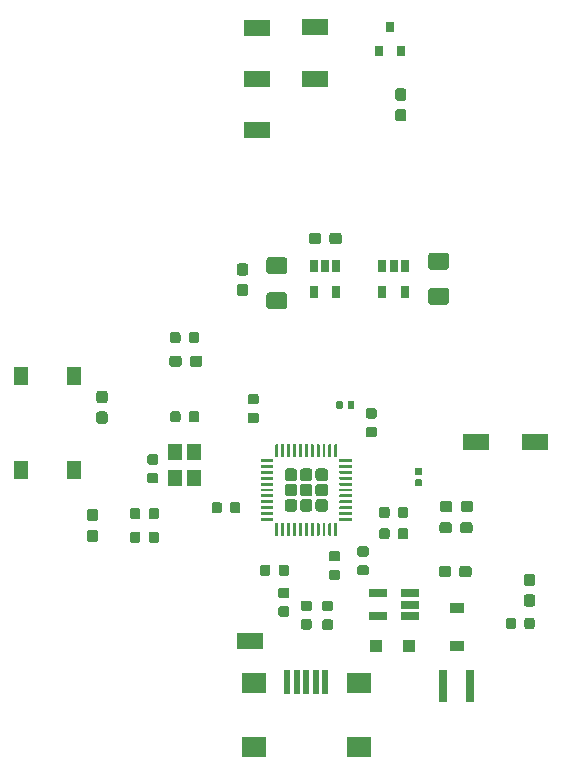
<source format=gbr>
G04 #@! TF.GenerationSoftware,KiCad,Pcbnew,5.1.4*
G04 #@! TF.CreationDate,2019-09-16T18:09:56+12:00*
G04 #@! TF.ProjectId,spiroBoardV2,73706972-6f42-46f6-9172-6456322e6b69,rev?*
G04 #@! TF.SameCoordinates,Original*
G04 #@! TF.FileFunction,Paste,Bot*
G04 #@! TF.FilePolarity,Positive*
%FSLAX46Y46*%
G04 Gerber Fmt 4.6, Leading zero omitted, Abs format (unit mm)*
G04 Created by KiCad (PCBNEW 5.1.4) date 2019-09-16 18:09:56*
%MOMM*%
%LPD*%
G04 APERTURE LIST*
%ADD10C,0.100000*%
%ADD11C,1.050000*%
%ADD12C,0.250000*%
%ADD13R,0.800000X2.700000*%
%ADD14R,1.200000X0.900000*%
%ADD15R,1.100000X1.100000*%
%ADD16C,0.950000*%
%ADD17C,0.875000*%
%ADD18C,0.590000*%
%ADD19R,0.500000X2.000000*%
%ADD20R,2.000000X1.700000*%
%ADD21R,0.800000X0.900000*%
%ADD22C,1.425000*%
%ADD23R,1.300000X1.550000*%
%ADD24R,2.200000X1.400000*%
%ADD25R,0.650000X1.060000*%
%ADD26R,1.560000X0.650000*%
%ADD27R,1.150000X1.400000*%
G04 APERTURE END LIST*
D10*
G36*
X102599594Y-131576203D02*
G01*
X102623853Y-131579802D01*
X102647642Y-131585761D01*
X102670733Y-131594023D01*
X102692902Y-131604508D01*
X102713937Y-131617116D01*
X102733635Y-131631725D01*
X102751806Y-131648194D01*
X102768275Y-131666365D01*
X102782884Y-131686063D01*
X102795492Y-131707098D01*
X102805977Y-131729267D01*
X102814239Y-131752358D01*
X102820198Y-131776147D01*
X102823797Y-131800406D01*
X102825000Y-131824900D01*
X102825000Y-132375100D01*
X102823797Y-132399594D01*
X102820198Y-132423853D01*
X102814239Y-132447642D01*
X102805977Y-132470733D01*
X102795492Y-132492902D01*
X102782884Y-132513937D01*
X102768275Y-132533635D01*
X102751806Y-132551806D01*
X102733635Y-132568275D01*
X102713937Y-132582884D01*
X102692902Y-132595492D01*
X102670733Y-132605977D01*
X102647642Y-132614239D01*
X102623853Y-132620198D01*
X102599594Y-132623797D01*
X102575100Y-132625000D01*
X102024900Y-132625000D01*
X102000406Y-132623797D01*
X101976147Y-132620198D01*
X101952358Y-132614239D01*
X101929267Y-132605977D01*
X101907098Y-132595492D01*
X101886063Y-132582884D01*
X101866365Y-132568275D01*
X101848194Y-132551806D01*
X101831725Y-132533635D01*
X101817116Y-132513937D01*
X101804508Y-132492902D01*
X101794023Y-132470733D01*
X101785761Y-132447642D01*
X101779802Y-132423853D01*
X101776203Y-132399594D01*
X101775000Y-132375100D01*
X101775000Y-131824900D01*
X101776203Y-131800406D01*
X101779802Y-131776147D01*
X101785761Y-131752358D01*
X101794023Y-131729267D01*
X101804508Y-131707098D01*
X101817116Y-131686063D01*
X101831725Y-131666365D01*
X101848194Y-131648194D01*
X101866365Y-131631725D01*
X101886063Y-131617116D01*
X101907098Y-131604508D01*
X101929267Y-131594023D01*
X101952358Y-131585761D01*
X101976147Y-131579802D01*
X102000406Y-131576203D01*
X102024900Y-131575000D01*
X102575100Y-131575000D01*
X102599594Y-131576203D01*
X102599594Y-131576203D01*
G37*
D11*
X102300000Y-132100000D03*
D10*
G36*
X103568626Y-133600301D02*
G01*
X103574693Y-133601201D01*
X103580643Y-133602691D01*
X103586418Y-133604758D01*
X103591962Y-133607380D01*
X103597223Y-133610533D01*
X103602150Y-133614187D01*
X103606694Y-133618306D01*
X103610813Y-133622850D01*
X103614467Y-133627777D01*
X103617620Y-133633038D01*
X103620242Y-133638582D01*
X103622309Y-133644357D01*
X103623799Y-133650307D01*
X103624699Y-133656374D01*
X103625000Y-133662500D01*
X103625000Y-134612500D01*
X103624699Y-134618626D01*
X103623799Y-134624693D01*
X103622309Y-134630643D01*
X103620242Y-134636418D01*
X103617620Y-134641962D01*
X103614467Y-134647223D01*
X103610813Y-134652150D01*
X103606694Y-134656694D01*
X103602150Y-134660813D01*
X103597223Y-134664467D01*
X103591962Y-134667620D01*
X103586418Y-134670242D01*
X103580643Y-134672309D01*
X103574693Y-134673799D01*
X103568626Y-134674699D01*
X103562500Y-134675000D01*
X103437500Y-134675000D01*
X103431374Y-134674699D01*
X103425307Y-134673799D01*
X103419357Y-134672309D01*
X103413582Y-134670242D01*
X103408038Y-134667620D01*
X103402777Y-134664467D01*
X103397850Y-134660813D01*
X103393306Y-134656694D01*
X103389187Y-134652150D01*
X103385533Y-134647223D01*
X103382380Y-134641962D01*
X103379758Y-134636418D01*
X103377691Y-134630643D01*
X103376201Y-134624693D01*
X103375301Y-134618626D01*
X103375000Y-134612500D01*
X103375000Y-133662500D01*
X103375301Y-133656374D01*
X103376201Y-133650307D01*
X103377691Y-133644357D01*
X103379758Y-133638582D01*
X103382380Y-133633038D01*
X103385533Y-133627777D01*
X103389187Y-133622850D01*
X103393306Y-133618306D01*
X103397850Y-133614187D01*
X103402777Y-133610533D01*
X103408038Y-133607380D01*
X103413582Y-133604758D01*
X103419357Y-133602691D01*
X103425307Y-133601201D01*
X103431374Y-133600301D01*
X103437500Y-133600000D01*
X103562500Y-133600000D01*
X103568626Y-133600301D01*
X103568626Y-133600301D01*
G37*
D12*
X103500000Y-134137500D03*
D10*
G36*
X103068626Y-133600301D02*
G01*
X103074693Y-133601201D01*
X103080643Y-133602691D01*
X103086418Y-133604758D01*
X103091962Y-133607380D01*
X103097223Y-133610533D01*
X103102150Y-133614187D01*
X103106694Y-133618306D01*
X103110813Y-133622850D01*
X103114467Y-133627777D01*
X103117620Y-133633038D01*
X103120242Y-133638582D01*
X103122309Y-133644357D01*
X103123799Y-133650307D01*
X103124699Y-133656374D01*
X103125000Y-133662500D01*
X103125000Y-134612500D01*
X103124699Y-134618626D01*
X103123799Y-134624693D01*
X103122309Y-134630643D01*
X103120242Y-134636418D01*
X103117620Y-134641962D01*
X103114467Y-134647223D01*
X103110813Y-134652150D01*
X103106694Y-134656694D01*
X103102150Y-134660813D01*
X103097223Y-134664467D01*
X103091962Y-134667620D01*
X103086418Y-134670242D01*
X103080643Y-134672309D01*
X103074693Y-134673799D01*
X103068626Y-134674699D01*
X103062500Y-134675000D01*
X102937500Y-134675000D01*
X102931374Y-134674699D01*
X102925307Y-134673799D01*
X102919357Y-134672309D01*
X102913582Y-134670242D01*
X102908038Y-134667620D01*
X102902777Y-134664467D01*
X102897850Y-134660813D01*
X102893306Y-134656694D01*
X102889187Y-134652150D01*
X102885533Y-134647223D01*
X102882380Y-134641962D01*
X102879758Y-134636418D01*
X102877691Y-134630643D01*
X102876201Y-134624693D01*
X102875301Y-134618626D01*
X102875000Y-134612500D01*
X102875000Y-133662500D01*
X102875301Y-133656374D01*
X102876201Y-133650307D01*
X102877691Y-133644357D01*
X102879758Y-133638582D01*
X102882380Y-133633038D01*
X102885533Y-133627777D01*
X102889187Y-133622850D01*
X102893306Y-133618306D01*
X102897850Y-133614187D01*
X102902777Y-133610533D01*
X102908038Y-133607380D01*
X102913582Y-133604758D01*
X102919357Y-133602691D01*
X102925307Y-133601201D01*
X102931374Y-133600301D01*
X102937500Y-133600000D01*
X103062500Y-133600000D01*
X103068626Y-133600301D01*
X103068626Y-133600301D01*
G37*
D12*
X103000000Y-134137500D03*
D10*
G36*
X102568626Y-133600301D02*
G01*
X102574693Y-133601201D01*
X102580643Y-133602691D01*
X102586418Y-133604758D01*
X102591962Y-133607380D01*
X102597223Y-133610533D01*
X102602150Y-133614187D01*
X102606694Y-133618306D01*
X102610813Y-133622850D01*
X102614467Y-133627777D01*
X102617620Y-133633038D01*
X102620242Y-133638582D01*
X102622309Y-133644357D01*
X102623799Y-133650307D01*
X102624699Y-133656374D01*
X102625000Y-133662500D01*
X102625000Y-134612500D01*
X102624699Y-134618626D01*
X102623799Y-134624693D01*
X102622309Y-134630643D01*
X102620242Y-134636418D01*
X102617620Y-134641962D01*
X102614467Y-134647223D01*
X102610813Y-134652150D01*
X102606694Y-134656694D01*
X102602150Y-134660813D01*
X102597223Y-134664467D01*
X102591962Y-134667620D01*
X102586418Y-134670242D01*
X102580643Y-134672309D01*
X102574693Y-134673799D01*
X102568626Y-134674699D01*
X102562500Y-134675000D01*
X102437500Y-134675000D01*
X102431374Y-134674699D01*
X102425307Y-134673799D01*
X102419357Y-134672309D01*
X102413582Y-134670242D01*
X102408038Y-134667620D01*
X102402777Y-134664467D01*
X102397850Y-134660813D01*
X102393306Y-134656694D01*
X102389187Y-134652150D01*
X102385533Y-134647223D01*
X102382380Y-134641962D01*
X102379758Y-134636418D01*
X102377691Y-134630643D01*
X102376201Y-134624693D01*
X102375301Y-134618626D01*
X102375000Y-134612500D01*
X102375000Y-133662500D01*
X102375301Y-133656374D01*
X102376201Y-133650307D01*
X102377691Y-133644357D01*
X102379758Y-133638582D01*
X102382380Y-133633038D01*
X102385533Y-133627777D01*
X102389187Y-133622850D01*
X102393306Y-133618306D01*
X102397850Y-133614187D01*
X102402777Y-133610533D01*
X102408038Y-133607380D01*
X102413582Y-133604758D01*
X102419357Y-133602691D01*
X102425307Y-133601201D01*
X102431374Y-133600301D01*
X102437500Y-133600000D01*
X102562500Y-133600000D01*
X102568626Y-133600301D01*
X102568626Y-133600301D01*
G37*
D12*
X102500000Y-134137500D03*
D10*
G36*
X102068626Y-133600301D02*
G01*
X102074693Y-133601201D01*
X102080643Y-133602691D01*
X102086418Y-133604758D01*
X102091962Y-133607380D01*
X102097223Y-133610533D01*
X102102150Y-133614187D01*
X102106694Y-133618306D01*
X102110813Y-133622850D01*
X102114467Y-133627777D01*
X102117620Y-133633038D01*
X102120242Y-133638582D01*
X102122309Y-133644357D01*
X102123799Y-133650307D01*
X102124699Y-133656374D01*
X102125000Y-133662500D01*
X102125000Y-134612500D01*
X102124699Y-134618626D01*
X102123799Y-134624693D01*
X102122309Y-134630643D01*
X102120242Y-134636418D01*
X102117620Y-134641962D01*
X102114467Y-134647223D01*
X102110813Y-134652150D01*
X102106694Y-134656694D01*
X102102150Y-134660813D01*
X102097223Y-134664467D01*
X102091962Y-134667620D01*
X102086418Y-134670242D01*
X102080643Y-134672309D01*
X102074693Y-134673799D01*
X102068626Y-134674699D01*
X102062500Y-134675000D01*
X101937500Y-134675000D01*
X101931374Y-134674699D01*
X101925307Y-134673799D01*
X101919357Y-134672309D01*
X101913582Y-134670242D01*
X101908038Y-134667620D01*
X101902777Y-134664467D01*
X101897850Y-134660813D01*
X101893306Y-134656694D01*
X101889187Y-134652150D01*
X101885533Y-134647223D01*
X101882380Y-134641962D01*
X101879758Y-134636418D01*
X101877691Y-134630643D01*
X101876201Y-134624693D01*
X101875301Y-134618626D01*
X101875000Y-134612500D01*
X101875000Y-133662500D01*
X101875301Y-133656374D01*
X101876201Y-133650307D01*
X101877691Y-133644357D01*
X101879758Y-133638582D01*
X101882380Y-133633038D01*
X101885533Y-133627777D01*
X101889187Y-133622850D01*
X101893306Y-133618306D01*
X101897850Y-133614187D01*
X101902777Y-133610533D01*
X101908038Y-133607380D01*
X101913582Y-133604758D01*
X101919357Y-133602691D01*
X101925307Y-133601201D01*
X101931374Y-133600301D01*
X101937500Y-133600000D01*
X102062500Y-133600000D01*
X102068626Y-133600301D01*
X102068626Y-133600301D01*
G37*
D12*
X102000000Y-134137500D03*
D10*
G36*
X101568626Y-133600301D02*
G01*
X101574693Y-133601201D01*
X101580643Y-133602691D01*
X101586418Y-133604758D01*
X101591962Y-133607380D01*
X101597223Y-133610533D01*
X101602150Y-133614187D01*
X101606694Y-133618306D01*
X101610813Y-133622850D01*
X101614467Y-133627777D01*
X101617620Y-133633038D01*
X101620242Y-133638582D01*
X101622309Y-133644357D01*
X101623799Y-133650307D01*
X101624699Y-133656374D01*
X101625000Y-133662500D01*
X101625000Y-134612500D01*
X101624699Y-134618626D01*
X101623799Y-134624693D01*
X101622309Y-134630643D01*
X101620242Y-134636418D01*
X101617620Y-134641962D01*
X101614467Y-134647223D01*
X101610813Y-134652150D01*
X101606694Y-134656694D01*
X101602150Y-134660813D01*
X101597223Y-134664467D01*
X101591962Y-134667620D01*
X101586418Y-134670242D01*
X101580643Y-134672309D01*
X101574693Y-134673799D01*
X101568626Y-134674699D01*
X101562500Y-134675000D01*
X101437500Y-134675000D01*
X101431374Y-134674699D01*
X101425307Y-134673799D01*
X101419357Y-134672309D01*
X101413582Y-134670242D01*
X101408038Y-134667620D01*
X101402777Y-134664467D01*
X101397850Y-134660813D01*
X101393306Y-134656694D01*
X101389187Y-134652150D01*
X101385533Y-134647223D01*
X101382380Y-134641962D01*
X101379758Y-134636418D01*
X101377691Y-134630643D01*
X101376201Y-134624693D01*
X101375301Y-134618626D01*
X101375000Y-134612500D01*
X101375000Y-133662500D01*
X101375301Y-133656374D01*
X101376201Y-133650307D01*
X101377691Y-133644357D01*
X101379758Y-133638582D01*
X101382380Y-133633038D01*
X101385533Y-133627777D01*
X101389187Y-133622850D01*
X101393306Y-133618306D01*
X101397850Y-133614187D01*
X101402777Y-133610533D01*
X101408038Y-133607380D01*
X101413582Y-133604758D01*
X101419357Y-133602691D01*
X101425307Y-133601201D01*
X101431374Y-133600301D01*
X101437500Y-133600000D01*
X101562500Y-133600000D01*
X101568626Y-133600301D01*
X101568626Y-133600301D01*
G37*
D12*
X101500000Y-134137500D03*
D10*
G36*
X101068626Y-133600301D02*
G01*
X101074693Y-133601201D01*
X101080643Y-133602691D01*
X101086418Y-133604758D01*
X101091962Y-133607380D01*
X101097223Y-133610533D01*
X101102150Y-133614187D01*
X101106694Y-133618306D01*
X101110813Y-133622850D01*
X101114467Y-133627777D01*
X101117620Y-133633038D01*
X101120242Y-133638582D01*
X101122309Y-133644357D01*
X101123799Y-133650307D01*
X101124699Y-133656374D01*
X101125000Y-133662500D01*
X101125000Y-134612500D01*
X101124699Y-134618626D01*
X101123799Y-134624693D01*
X101122309Y-134630643D01*
X101120242Y-134636418D01*
X101117620Y-134641962D01*
X101114467Y-134647223D01*
X101110813Y-134652150D01*
X101106694Y-134656694D01*
X101102150Y-134660813D01*
X101097223Y-134664467D01*
X101091962Y-134667620D01*
X101086418Y-134670242D01*
X101080643Y-134672309D01*
X101074693Y-134673799D01*
X101068626Y-134674699D01*
X101062500Y-134675000D01*
X100937500Y-134675000D01*
X100931374Y-134674699D01*
X100925307Y-134673799D01*
X100919357Y-134672309D01*
X100913582Y-134670242D01*
X100908038Y-134667620D01*
X100902777Y-134664467D01*
X100897850Y-134660813D01*
X100893306Y-134656694D01*
X100889187Y-134652150D01*
X100885533Y-134647223D01*
X100882380Y-134641962D01*
X100879758Y-134636418D01*
X100877691Y-134630643D01*
X100876201Y-134624693D01*
X100875301Y-134618626D01*
X100875000Y-134612500D01*
X100875000Y-133662500D01*
X100875301Y-133656374D01*
X100876201Y-133650307D01*
X100877691Y-133644357D01*
X100879758Y-133638582D01*
X100882380Y-133633038D01*
X100885533Y-133627777D01*
X100889187Y-133622850D01*
X100893306Y-133618306D01*
X100897850Y-133614187D01*
X100902777Y-133610533D01*
X100908038Y-133607380D01*
X100913582Y-133604758D01*
X100919357Y-133602691D01*
X100925307Y-133601201D01*
X100931374Y-133600301D01*
X100937500Y-133600000D01*
X101062500Y-133600000D01*
X101068626Y-133600301D01*
X101068626Y-133600301D01*
G37*
D12*
X101000000Y-134137500D03*
D10*
G36*
X100568626Y-133600301D02*
G01*
X100574693Y-133601201D01*
X100580643Y-133602691D01*
X100586418Y-133604758D01*
X100591962Y-133607380D01*
X100597223Y-133610533D01*
X100602150Y-133614187D01*
X100606694Y-133618306D01*
X100610813Y-133622850D01*
X100614467Y-133627777D01*
X100617620Y-133633038D01*
X100620242Y-133638582D01*
X100622309Y-133644357D01*
X100623799Y-133650307D01*
X100624699Y-133656374D01*
X100625000Y-133662500D01*
X100625000Y-134612500D01*
X100624699Y-134618626D01*
X100623799Y-134624693D01*
X100622309Y-134630643D01*
X100620242Y-134636418D01*
X100617620Y-134641962D01*
X100614467Y-134647223D01*
X100610813Y-134652150D01*
X100606694Y-134656694D01*
X100602150Y-134660813D01*
X100597223Y-134664467D01*
X100591962Y-134667620D01*
X100586418Y-134670242D01*
X100580643Y-134672309D01*
X100574693Y-134673799D01*
X100568626Y-134674699D01*
X100562500Y-134675000D01*
X100437500Y-134675000D01*
X100431374Y-134674699D01*
X100425307Y-134673799D01*
X100419357Y-134672309D01*
X100413582Y-134670242D01*
X100408038Y-134667620D01*
X100402777Y-134664467D01*
X100397850Y-134660813D01*
X100393306Y-134656694D01*
X100389187Y-134652150D01*
X100385533Y-134647223D01*
X100382380Y-134641962D01*
X100379758Y-134636418D01*
X100377691Y-134630643D01*
X100376201Y-134624693D01*
X100375301Y-134618626D01*
X100375000Y-134612500D01*
X100375000Y-133662500D01*
X100375301Y-133656374D01*
X100376201Y-133650307D01*
X100377691Y-133644357D01*
X100379758Y-133638582D01*
X100382380Y-133633038D01*
X100385533Y-133627777D01*
X100389187Y-133622850D01*
X100393306Y-133618306D01*
X100397850Y-133614187D01*
X100402777Y-133610533D01*
X100408038Y-133607380D01*
X100413582Y-133604758D01*
X100419357Y-133602691D01*
X100425307Y-133601201D01*
X100431374Y-133600301D01*
X100437500Y-133600000D01*
X100562500Y-133600000D01*
X100568626Y-133600301D01*
X100568626Y-133600301D01*
G37*
D12*
X100500000Y-134137500D03*
D10*
G36*
X100068626Y-133600301D02*
G01*
X100074693Y-133601201D01*
X100080643Y-133602691D01*
X100086418Y-133604758D01*
X100091962Y-133607380D01*
X100097223Y-133610533D01*
X100102150Y-133614187D01*
X100106694Y-133618306D01*
X100110813Y-133622850D01*
X100114467Y-133627777D01*
X100117620Y-133633038D01*
X100120242Y-133638582D01*
X100122309Y-133644357D01*
X100123799Y-133650307D01*
X100124699Y-133656374D01*
X100125000Y-133662500D01*
X100125000Y-134612500D01*
X100124699Y-134618626D01*
X100123799Y-134624693D01*
X100122309Y-134630643D01*
X100120242Y-134636418D01*
X100117620Y-134641962D01*
X100114467Y-134647223D01*
X100110813Y-134652150D01*
X100106694Y-134656694D01*
X100102150Y-134660813D01*
X100097223Y-134664467D01*
X100091962Y-134667620D01*
X100086418Y-134670242D01*
X100080643Y-134672309D01*
X100074693Y-134673799D01*
X100068626Y-134674699D01*
X100062500Y-134675000D01*
X99937500Y-134675000D01*
X99931374Y-134674699D01*
X99925307Y-134673799D01*
X99919357Y-134672309D01*
X99913582Y-134670242D01*
X99908038Y-134667620D01*
X99902777Y-134664467D01*
X99897850Y-134660813D01*
X99893306Y-134656694D01*
X99889187Y-134652150D01*
X99885533Y-134647223D01*
X99882380Y-134641962D01*
X99879758Y-134636418D01*
X99877691Y-134630643D01*
X99876201Y-134624693D01*
X99875301Y-134618626D01*
X99875000Y-134612500D01*
X99875000Y-133662500D01*
X99875301Y-133656374D01*
X99876201Y-133650307D01*
X99877691Y-133644357D01*
X99879758Y-133638582D01*
X99882380Y-133633038D01*
X99885533Y-133627777D01*
X99889187Y-133622850D01*
X99893306Y-133618306D01*
X99897850Y-133614187D01*
X99902777Y-133610533D01*
X99908038Y-133607380D01*
X99913582Y-133604758D01*
X99919357Y-133602691D01*
X99925307Y-133601201D01*
X99931374Y-133600301D01*
X99937500Y-133600000D01*
X100062500Y-133600000D01*
X100068626Y-133600301D01*
X100068626Y-133600301D01*
G37*
D12*
X100000000Y-134137500D03*
D10*
G36*
X99568626Y-133600301D02*
G01*
X99574693Y-133601201D01*
X99580643Y-133602691D01*
X99586418Y-133604758D01*
X99591962Y-133607380D01*
X99597223Y-133610533D01*
X99602150Y-133614187D01*
X99606694Y-133618306D01*
X99610813Y-133622850D01*
X99614467Y-133627777D01*
X99617620Y-133633038D01*
X99620242Y-133638582D01*
X99622309Y-133644357D01*
X99623799Y-133650307D01*
X99624699Y-133656374D01*
X99625000Y-133662500D01*
X99625000Y-134612500D01*
X99624699Y-134618626D01*
X99623799Y-134624693D01*
X99622309Y-134630643D01*
X99620242Y-134636418D01*
X99617620Y-134641962D01*
X99614467Y-134647223D01*
X99610813Y-134652150D01*
X99606694Y-134656694D01*
X99602150Y-134660813D01*
X99597223Y-134664467D01*
X99591962Y-134667620D01*
X99586418Y-134670242D01*
X99580643Y-134672309D01*
X99574693Y-134673799D01*
X99568626Y-134674699D01*
X99562500Y-134675000D01*
X99437500Y-134675000D01*
X99431374Y-134674699D01*
X99425307Y-134673799D01*
X99419357Y-134672309D01*
X99413582Y-134670242D01*
X99408038Y-134667620D01*
X99402777Y-134664467D01*
X99397850Y-134660813D01*
X99393306Y-134656694D01*
X99389187Y-134652150D01*
X99385533Y-134647223D01*
X99382380Y-134641962D01*
X99379758Y-134636418D01*
X99377691Y-134630643D01*
X99376201Y-134624693D01*
X99375301Y-134618626D01*
X99375000Y-134612500D01*
X99375000Y-133662500D01*
X99375301Y-133656374D01*
X99376201Y-133650307D01*
X99377691Y-133644357D01*
X99379758Y-133638582D01*
X99382380Y-133633038D01*
X99385533Y-133627777D01*
X99389187Y-133622850D01*
X99393306Y-133618306D01*
X99397850Y-133614187D01*
X99402777Y-133610533D01*
X99408038Y-133607380D01*
X99413582Y-133604758D01*
X99419357Y-133602691D01*
X99425307Y-133601201D01*
X99431374Y-133600301D01*
X99437500Y-133600000D01*
X99562500Y-133600000D01*
X99568626Y-133600301D01*
X99568626Y-133600301D01*
G37*
D12*
X99500000Y-134137500D03*
D10*
G36*
X99068626Y-133600301D02*
G01*
X99074693Y-133601201D01*
X99080643Y-133602691D01*
X99086418Y-133604758D01*
X99091962Y-133607380D01*
X99097223Y-133610533D01*
X99102150Y-133614187D01*
X99106694Y-133618306D01*
X99110813Y-133622850D01*
X99114467Y-133627777D01*
X99117620Y-133633038D01*
X99120242Y-133638582D01*
X99122309Y-133644357D01*
X99123799Y-133650307D01*
X99124699Y-133656374D01*
X99125000Y-133662500D01*
X99125000Y-134612500D01*
X99124699Y-134618626D01*
X99123799Y-134624693D01*
X99122309Y-134630643D01*
X99120242Y-134636418D01*
X99117620Y-134641962D01*
X99114467Y-134647223D01*
X99110813Y-134652150D01*
X99106694Y-134656694D01*
X99102150Y-134660813D01*
X99097223Y-134664467D01*
X99091962Y-134667620D01*
X99086418Y-134670242D01*
X99080643Y-134672309D01*
X99074693Y-134673799D01*
X99068626Y-134674699D01*
X99062500Y-134675000D01*
X98937500Y-134675000D01*
X98931374Y-134674699D01*
X98925307Y-134673799D01*
X98919357Y-134672309D01*
X98913582Y-134670242D01*
X98908038Y-134667620D01*
X98902777Y-134664467D01*
X98897850Y-134660813D01*
X98893306Y-134656694D01*
X98889187Y-134652150D01*
X98885533Y-134647223D01*
X98882380Y-134641962D01*
X98879758Y-134636418D01*
X98877691Y-134630643D01*
X98876201Y-134624693D01*
X98875301Y-134618626D01*
X98875000Y-134612500D01*
X98875000Y-133662500D01*
X98875301Y-133656374D01*
X98876201Y-133650307D01*
X98877691Y-133644357D01*
X98879758Y-133638582D01*
X98882380Y-133633038D01*
X98885533Y-133627777D01*
X98889187Y-133622850D01*
X98893306Y-133618306D01*
X98897850Y-133614187D01*
X98902777Y-133610533D01*
X98908038Y-133607380D01*
X98913582Y-133604758D01*
X98919357Y-133602691D01*
X98925307Y-133601201D01*
X98931374Y-133600301D01*
X98937500Y-133600000D01*
X99062500Y-133600000D01*
X99068626Y-133600301D01*
X99068626Y-133600301D01*
G37*
D12*
X99000000Y-134137500D03*
D10*
G36*
X98568626Y-133600301D02*
G01*
X98574693Y-133601201D01*
X98580643Y-133602691D01*
X98586418Y-133604758D01*
X98591962Y-133607380D01*
X98597223Y-133610533D01*
X98602150Y-133614187D01*
X98606694Y-133618306D01*
X98610813Y-133622850D01*
X98614467Y-133627777D01*
X98617620Y-133633038D01*
X98620242Y-133638582D01*
X98622309Y-133644357D01*
X98623799Y-133650307D01*
X98624699Y-133656374D01*
X98625000Y-133662500D01*
X98625000Y-134612500D01*
X98624699Y-134618626D01*
X98623799Y-134624693D01*
X98622309Y-134630643D01*
X98620242Y-134636418D01*
X98617620Y-134641962D01*
X98614467Y-134647223D01*
X98610813Y-134652150D01*
X98606694Y-134656694D01*
X98602150Y-134660813D01*
X98597223Y-134664467D01*
X98591962Y-134667620D01*
X98586418Y-134670242D01*
X98580643Y-134672309D01*
X98574693Y-134673799D01*
X98568626Y-134674699D01*
X98562500Y-134675000D01*
X98437500Y-134675000D01*
X98431374Y-134674699D01*
X98425307Y-134673799D01*
X98419357Y-134672309D01*
X98413582Y-134670242D01*
X98408038Y-134667620D01*
X98402777Y-134664467D01*
X98397850Y-134660813D01*
X98393306Y-134656694D01*
X98389187Y-134652150D01*
X98385533Y-134647223D01*
X98382380Y-134641962D01*
X98379758Y-134636418D01*
X98377691Y-134630643D01*
X98376201Y-134624693D01*
X98375301Y-134618626D01*
X98375000Y-134612500D01*
X98375000Y-133662500D01*
X98375301Y-133656374D01*
X98376201Y-133650307D01*
X98377691Y-133644357D01*
X98379758Y-133638582D01*
X98382380Y-133633038D01*
X98385533Y-133627777D01*
X98389187Y-133622850D01*
X98393306Y-133618306D01*
X98397850Y-133614187D01*
X98402777Y-133610533D01*
X98408038Y-133607380D01*
X98413582Y-133604758D01*
X98419357Y-133602691D01*
X98425307Y-133601201D01*
X98431374Y-133600301D01*
X98437500Y-133600000D01*
X98562500Y-133600000D01*
X98568626Y-133600301D01*
X98568626Y-133600301D01*
G37*
D12*
X98500000Y-134137500D03*
D10*
G36*
X98143626Y-133175301D02*
G01*
X98149693Y-133176201D01*
X98155643Y-133177691D01*
X98161418Y-133179758D01*
X98166962Y-133182380D01*
X98172223Y-133185533D01*
X98177150Y-133189187D01*
X98181694Y-133193306D01*
X98185813Y-133197850D01*
X98189467Y-133202777D01*
X98192620Y-133208038D01*
X98195242Y-133213582D01*
X98197309Y-133219357D01*
X98198799Y-133225307D01*
X98199699Y-133231374D01*
X98200000Y-133237500D01*
X98200000Y-133362500D01*
X98199699Y-133368626D01*
X98198799Y-133374693D01*
X98197309Y-133380643D01*
X98195242Y-133386418D01*
X98192620Y-133391962D01*
X98189467Y-133397223D01*
X98185813Y-133402150D01*
X98181694Y-133406694D01*
X98177150Y-133410813D01*
X98172223Y-133414467D01*
X98166962Y-133417620D01*
X98161418Y-133420242D01*
X98155643Y-133422309D01*
X98149693Y-133423799D01*
X98143626Y-133424699D01*
X98137500Y-133425000D01*
X97187500Y-133425000D01*
X97181374Y-133424699D01*
X97175307Y-133423799D01*
X97169357Y-133422309D01*
X97163582Y-133420242D01*
X97158038Y-133417620D01*
X97152777Y-133414467D01*
X97147850Y-133410813D01*
X97143306Y-133406694D01*
X97139187Y-133402150D01*
X97135533Y-133397223D01*
X97132380Y-133391962D01*
X97129758Y-133386418D01*
X97127691Y-133380643D01*
X97126201Y-133374693D01*
X97125301Y-133368626D01*
X97125000Y-133362500D01*
X97125000Y-133237500D01*
X97125301Y-133231374D01*
X97126201Y-133225307D01*
X97127691Y-133219357D01*
X97129758Y-133213582D01*
X97132380Y-133208038D01*
X97135533Y-133202777D01*
X97139187Y-133197850D01*
X97143306Y-133193306D01*
X97147850Y-133189187D01*
X97152777Y-133185533D01*
X97158038Y-133182380D01*
X97163582Y-133179758D01*
X97169357Y-133177691D01*
X97175307Y-133176201D01*
X97181374Y-133175301D01*
X97187500Y-133175000D01*
X98137500Y-133175000D01*
X98143626Y-133175301D01*
X98143626Y-133175301D01*
G37*
D12*
X97662500Y-133300000D03*
D10*
G36*
X98143626Y-132675301D02*
G01*
X98149693Y-132676201D01*
X98155643Y-132677691D01*
X98161418Y-132679758D01*
X98166962Y-132682380D01*
X98172223Y-132685533D01*
X98177150Y-132689187D01*
X98181694Y-132693306D01*
X98185813Y-132697850D01*
X98189467Y-132702777D01*
X98192620Y-132708038D01*
X98195242Y-132713582D01*
X98197309Y-132719357D01*
X98198799Y-132725307D01*
X98199699Y-132731374D01*
X98200000Y-132737500D01*
X98200000Y-132862500D01*
X98199699Y-132868626D01*
X98198799Y-132874693D01*
X98197309Y-132880643D01*
X98195242Y-132886418D01*
X98192620Y-132891962D01*
X98189467Y-132897223D01*
X98185813Y-132902150D01*
X98181694Y-132906694D01*
X98177150Y-132910813D01*
X98172223Y-132914467D01*
X98166962Y-132917620D01*
X98161418Y-132920242D01*
X98155643Y-132922309D01*
X98149693Y-132923799D01*
X98143626Y-132924699D01*
X98137500Y-132925000D01*
X97187500Y-132925000D01*
X97181374Y-132924699D01*
X97175307Y-132923799D01*
X97169357Y-132922309D01*
X97163582Y-132920242D01*
X97158038Y-132917620D01*
X97152777Y-132914467D01*
X97147850Y-132910813D01*
X97143306Y-132906694D01*
X97139187Y-132902150D01*
X97135533Y-132897223D01*
X97132380Y-132891962D01*
X97129758Y-132886418D01*
X97127691Y-132880643D01*
X97126201Y-132874693D01*
X97125301Y-132868626D01*
X97125000Y-132862500D01*
X97125000Y-132737500D01*
X97125301Y-132731374D01*
X97126201Y-132725307D01*
X97127691Y-132719357D01*
X97129758Y-132713582D01*
X97132380Y-132708038D01*
X97135533Y-132702777D01*
X97139187Y-132697850D01*
X97143306Y-132693306D01*
X97147850Y-132689187D01*
X97152777Y-132685533D01*
X97158038Y-132682380D01*
X97163582Y-132679758D01*
X97169357Y-132677691D01*
X97175307Y-132676201D01*
X97181374Y-132675301D01*
X97187500Y-132675000D01*
X98137500Y-132675000D01*
X98143626Y-132675301D01*
X98143626Y-132675301D01*
G37*
D12*
X97662500Y-132800000D03*
D10*
G36*
X98143626Y-132175301D02*
G01*
X98149693Y-132176201D01*
X98155643Y-132177691D01*
X98161418Y-132179758D01*
X98166962Y-132182380D01*
X98172223Y-132185533D01*
X98177150Y-132189187D01*
X98181694Y-132193306D01*
X98185813Y-132197850D01*
X98189467Y-132202777D01*
X98192620Y-132208038D01*
X98195242Y-132213582D01*
X98197309Y-132219357D01*
X98198799Y-132225307D01*
X98199699Y-132231374D01*
X98200000Y-132237500D01*
X98200000Y-132362500D01*
X98199699Y-132368626D01*
X98198799Y-132374693D01*
X98197309Y-132380643D01*
X98195242Y-132386418D01*
X98192620Y-132391962D01*
X98189467Y-132397223D01*
X98185813Y-132402150D01*
X98181694Y-132406694D01*
X98177150Y-132410813D01*
X98172223Y-132414467D01*
X98166962Y-132417620D01*
X98161418Y-132420242D01*
X98155643Y-132422309D01*
X98149693Y-132423799D01*
X98143626Y-132424699D01*
X98137500Y-132425000D01*
X97187500Y-132425000D01*
X97181374Y-132424699D01*
X97175307Y-132423799D01*
X97169357Y-132422309D01*
X97163582Y-132420242D01*
X97158038Y-132417620D01*
X97152777Y-132414467D01*
X97147850Y-132410813D01*
X97143306Y-132406694D01*
X97139187Y-132402150D01*
X97135533Y-132397223D01*
X97132380Y-132391962D01*
X97129758Y-132386418D01*
X97127691Y-132380643D01*
X97126201Y-132374693D01*
X97125301Y-132368626D01*
X97125000Y-132362500D01*
X97125000Y-132237500D01*
X97125301Y-132231374D01*
X97126201Y-132225307D01*
X97127691Y-132219357D01*
X97129758Y-132213582D01*
X97132380Y-132208038D01*
X97135533Y-132202777D01*
X97139187Y-132197850D01*
X97143306Y-132193306D01*
X97147850Y-132189187D01*
X97152777Y-132185533D01*
X97158038Y-132182380D01*
X97163582Y-132179758D01*
X97169357Y-132177691D01*
X97175307Y-132176201D01*
X97181374Y-132175301D01*
X97187500Y-132175000D01*
X98137500Y-132175000D01*
X98143626Y-132175301D01*
X98143626Y-132175301D01*
G37*
D12*
X97662500Y-132300000D03*
D10*
G36*
X98143626Y-131675301D02*
G01*
X98149693Y-131676201D01*
X98155643Y-131677691D01*
X98161418Y-131679758D01*
X98166962Y-131682380D01*
X98172223Y-131685533D01*
X98177150Y-131689187D01*
X98181694Y-131693306D01*
X98185813Y-131697850D01*
X98189467Y-131702777D01*
X98192620Y-131708038D01*
X98195242Y-131713582D01*
X98197309Y-131719357D01*
X98198799Y-131725307D01*
X98199699Y-131731374D01*
X98200000Y-131737500D01*
X98200000Y-131862500D01*
X98199699Y-131868626D01*
X98198799Y-131874693D01*
X98197309Y-131880643D01*
X98195242Y-131886418D01*
X98192620Y-131891962D01*
X98189467Y-131897223D01*
X98185813Y-131902150D01*
X98181694Y-131906694D01*
X98177150Y-131910813D01*
X98172223Y-131914467D01*
X98166962Y-131917620D01*
X98161418Y-131920242D01*
X98155643Y-131922309D01*
X98149693Y-131923799D01*
X98143626Y-131924699D01*
X98137500Y-131925000D01*
X97187500Y-131925000D01*
X97181374Y-131924699D01*
X97175307Y-131923799D01*
X97169357Y-131922309D01*
X97163582Y-131920242D01*
X97158038Y-131917620D01*
X97152777Y-131914467D01*
X97147850Y-131910813D01*
X97143306Y-131906694D01*
X97139187Y-131902150D01*
X97135533Y-131897223D01*
X97132380Y-131891962D01*
X97129758Y-131886418D01*
X97127691Y-131880643D01*
X97126201Y-131874693D01*
X97125301Y-131868626D01*
X97125000Y-131862500D01*
X97125000Y-131737500D01*
X97125301Y-131731374D01*
X97126201Y-131725307D01*
X97127691Y-131719357D01*
X97129758Y-131713582D01*
X97132380Y-131708038D01*
X97135533Y-131702777D01*
X97139187Y-131697850D01*
X97143306Y-131693306D01*
X97147850Y-131689187D01*
X97152777Y-131685533D01*
X97158038Y-131682380D01*
X97163582Y-131679758D01*
X97169357Y-131677691D01*
X97175307Y-131676201D01*
X97181374Y-131675301D01*
X97187500Y-131675000D01*
X98137500Y-131675000D01*
X98143626Y-131675301D01*
X98143626Y-131675301D01*
G37*
D12*
X97662500Y-131800000D03*
D10*
G36*
X98143626Y-131175301D02*
G01*
X98149693Y-131176201D01*
X98155643Y-131177691D01*
X98161418Y-131179758D01*
X98166962Y-131182380D01*
X98172223Y-131185533D01*
X98177150Y-131189187D01*
X98181694Y-131193306D01*
X98185813Y-131197850D01*
X98189467Y-131202777D01*
X98192620Y-131208038D01*
X98195242Y-131213582D01*
X98197309Y-131219357D01*
X98198799Y-131225307D01*
X98199699Y-131231374D01*
X98200000Y-131237500D01*
X98200000Y-131362500D01*
X98199699Y-131368626D01*
X98198799Y-131374693D01*
X98197309Y-131380643D01*
X98195242Y-131386418D01*
X98192620Y-131391962D01*
X98189467Y-131397223D01*
X98185813Y-131402150D01*
X98181694Y-131406694D01*
X98177150Y-131410813D01*
X98172223Y-131414467D01*
X98166962Y-131417620D01*
X98161418Y-131420242D01*
X98155643Y-131422309D01*
X98149693Y-131423799D01*
X98143626Y-131424699D01*
X98137500Y-131425000D01*
X97187500Y-131425000D01*
X97181374Y-131424699D01*
X97175307Y-131423799D01*
X97169357Y-131422309D01*
X97163582Y-131420242D01*
X97158038Y-131417620D01*
X97152777Y-131414467D01*
X97147850Y-131410813D01*
X97143306Y-131406694D01*
X97139187Y-131402150D01*
X97135533Y-131397223D01*
X97132380Y-131391962D01*
X97129758Y-131386418D01*
X97127691Y-131380643D01*
X97126201Y-131374693D01*
X97125301Y-131368626D01*
X97125000Y-131362500D01*
X97125000Y-131237500D01*
X97125301Y-131231374D01*
X97126201Y-131225307D01*
X97127691Y-131219357D01*
X97129758Y-131213582D01*
X97132380Y-131208038D01*
X97135533Y-131202777D01*
X97139187Y-131197850D01*
X97143306Y-131193306D01*
X97147850Y-131189187D01*
X97152777Y-131185533D01*
X97158038Y-131182380D01*
X97163582Y-131179758D01*
X97169357Y-131177691D01*
X97175307Y-131176201D01*
X97181374Y-131175301D01*
X97187500Y-131175000D01*
X98137500Y-131175000D01*
X98143626Y-131175301D01*
X98143626Y-131175301D01*
G37*
D12*
X97662500Y-131300000D03*
D10*
G36*
X98143626Y-130675301D02*
G01*
X98149693Y-130676201D01*
X98155643Y-130677691D01*
X98161418Y-130679758D01*
X98166962Y-130682380D01*
X98172223Y-130685533D01*
X98177150Y-130689187D01*
X98181694Y-130693306D01*
X98185813Y-130697850D01*
X98189467Y-130702777D01*
X98192620Y-130708038D01*
X98195242Y-130713582D01*
X98197309Y-130719357D01*
X98198799Y-130725307D01*
X98199699Y-130731374D01*
X98200000Y-130737500D01*
X98200000Y-130862500D01*
X98199699Y-130868626D01*
X98198799Y-130874693D01*
X98197309Y-130880643D01*
X98195242Y-130886418D01*
X98192620Y-130891962D01*
X98189467Y-130897223D01*
X98185813Y-130902150D01*
X98181694Y-130906694D01*
X98177150Y-130910813D01*
X98172223Y-130914467D01*
X98166962Y-130917620D01*
X98161418Y-130920242D01*
X98155643Y-130922309D01*
X98149693Y-130923799D01*
X98143626Y-130924699D01*
X98137500Y-130925000D01*
X97187500Y-130925000D01*
X97181374Y-130924699D01*
X97175307Y-130923799D01*
X97169357Y-130922309D01*
X97163582Y-130920242D01*
X97158038Y-130917620D01*
X97152777Y-130914467D01*
X97147850Y-130910813D01*
X97143306Y-130906694D01*
X97139187Y-130902150D01*
X97135533Y-130897223D01*
X97132380Y-130891962D01*
X97129758Y-130886418D01*
X97127691Y-130880643D01*
X97126201Y-130874693D01*
X97125301Y-130868626D01*
X97125000Y-130862500D01*
X97125000Y-130737500D01*
X97125301Y-130731374D01*
X97126201Y-130725307D01*
X97127691Y-130719357D01*
X97129758Y-130713582D01*
X97132380Y-130708038D01*
X97135533Y-130702777D01*
X97139187Y-130697850D01*
X97143306Y-130693306D01*
X97147850Y-130689187D01*
X97152777Y-130685533D01*
X97158038Y-130682380D01*
X97163582Y-130679758D01*
X97169357Y-130677691D01*
X97175307Y-130676201D01*
X97181374Y-130675301D01*
X97187500Y-130675000D01*
X98137500Y-130675000D01*
X98143626Y-130675301D01*
X98143626Y-130675301D01*
G37*
D12*
X97662500Y-130800000D03*
D10*
G36*
X98143626Y-130175301D02*
G01*
X98149693Y-130176201D01*
X98155643Y-130177691D01*
X98161418Y-130179758D01*
X98166962Y-130182380D01*
X98172223Y-130185533D01*
X98177150Y-130189187D01*
X98181694Y-130193306D01*
X98185813Y-130197850D01*
X98189467Y-130202777D01*
X98192620Y-130208038D01*
X98195242Y-130213582D01*
X98197309Y-130219357D01*
X98198799Y-130225307D01*
X98199699Y-130231374D01*
X98200000Y-130237500D01*
X98200000Y-130362500D01*
X98199699Y-130368626D01*
X98198799Y-130374693D01*
X98197309Y-130380643D01*
X98195242Y-130386418D01*
X98192620Y-130391962D01*
X98189467Y-130397223D01*
X98185813Y-130402150D01*
X98181694Y-130406694D01*
X98177150Y-130410813D01*
X98172223Y-130414467D01*
X98166962Y-130417620D01*
X98161418Y-130420242D01*
X98155643Y-130422309D01*
X98149693Y-130423799D01*
X98143626Y-130424699D01*
X98137500Y-130425000D01*
X97187500Y-130425000D01*
X97181374Y-130424699D01*
X97175307Y-130423799D01*
X97169357Y-130422309D01*
X97163582Y-130420242D01*
X97158038Y-130417620D01*
X97152777Y-130414467D01*
X97147850Y-130410813D01*
X97143306Y-130406694D01*
X97139187Y-130402150D01*
X97135533Y-130397223D01*
X97132380Y-130391962D01*
X97129758Y-130386418D01*
X97127691Y-130380643D01*
X97126201Y-130374693D01*
X97125301Y-130368626D01*
X97125000Y-130362500D01*
X97125000Y-130237500D01*
X97125301Y-130231374D01*
X97126201Y-130225307D01*
X97127691Y-130219357D01*
X97129758Y-130213582D01*
X97132380Y-130208038D01*
X97135533Y-130202777D01*
X97139187Y-130197850D01*
X97143306Y-130193306D01*
X97147850Y-130189187D01*
X97152777Y-130185533D01*
X97158038Y-130182380D01*
X97163582Y-130179758D01*
X97169357Y-130177691D01*
X97175307Y-130176201D01*
X97181374Y-130175301D01*
X97187500Y-130175000D01*
X98137500Y-130175000D01*
X98143626Y-130175301D01*
X98143626Y-130175301D01*
G37*
D12*
X97662500Y-130300000D03*
D10*
G36*
X98143626Y-129675301D02*
G01*
X98149693Y-129676201D01*
X98155643Y-129677691D01*
X98161418Y-129679758D01*
X98166962Y-129682380D01*
X98172223Y-129685533D01*
X98177150Y-129689187D01*
X98181694Y-129693306D01*
X98185813Y-129697850D01*
X98189467Y-129702777D01*
X98192620Y-129708038D01*
X98195242Y-129713582D01*
X98197309Y-129719357D01*
X98198799Y-129725307D01*
X98199699Y-129731374D01*
X98200000Y-129737500D01*
X98200000Y-129862500D01*
X98199699Y-129868626D01*
X98198799Y-129874693D01*
X98197309Y-129880643D01*
X98195242Y-129886418D01*
X98192620Y-129891962D01*
X98189467Y-129897223D01*
X98185813Y-129902150D01*
X98181694Y-129906694D01*
X98177150Y-129910813D01*
X98172223Y-129914467D01*
X98166962Y-129917620D01*
X98161418Y-129920242D01*
X98155643Y-129922309D01*
X98149693Y-129923799D01*
X98143626Y-129924699D01*
X98137500Y-129925000D01*
X97187500Y-129925000D01*
X97181374Y-129924699D01*
X97175307Y-129923799D01*
X97169357Y-129922309D01*
X97163582Y-129920242D01*
X97158038Y-129917620D01*
X97152777Y-129914467D01*
X97147850Y-129910813D01*
X97143306Y-129906694D01*
X97139187Y-129902150D01*
X97135533Y-129897223D01*
X97132380Y-129891962D01*
X97129758Y-129886418D01*
X97127691Y-129880643D01*
X97126201Y-129874693D01*
X97125301Y-129868626D01*
X97125000Y-129862500D01*
X97125000Y-129737500D01*
X97125301Y-129731374D01*
X97126201Y-129725307D01*
X97127691Y-129719357D01*
X97129758Y-129713582D01*
X97132380Y-129708038D01*
X97135533Y-129702777D01*
X97139187Y-129697850D01*
X97143306Y-129693306D01*
X97147850Y-129689187D01*
X97152777Y-129685533D01*
X97158038Y-129682380D01*
X97163582Y-129679758D01*
X97169357Y-129677691D01*
X97175307Y-129676201D01*
X97181374Y-129675301D01*
X97187500Y-129675000D01*
X98137500Y-129675000D01*
X98143626Y-129675301D01*
X98143626Y-129675301D01*
G37*
D12*
X97662500Y-129800000D03*
D10*
G36*
X98143626Y-129175301D02*
G01*
X98149693Y-129176201D01*
X98155643Y-129177691D01*
X98161418Y-129179758D01*
X98166962Y-129182380D01*
X98172223Y-129185533D01*
X98177150Y-129189187D01*
X98181694Y-129193306D01*
X98185813Y-129197850D01*
X98189467Y-129202777D01*
X98192620Y-129208038D01*
X98195242Y-129213582D01*
X98197309Y-129219357D01*
X98198799Y-129225307D01*
X98199699Y-129231374D01*
X98200000Y-129237500D01*
X98200000Y-129362500D01*
X98199699Y-129368626D01*
X98198799Y-129374693D01*
X98197309Y-129380643D01*
X98195242Y-129386418D01*
X98192620Y-129391962D01*
X98189467Y-129397223D01*
X98185813Y-129402150D01*
X98181694Y-129406694D01*
X98177150Y-129410813D01*
X98172223Y-129414467D01*
X98166962Y-129417620D01*
X98161418Y-129420242D01*
X98155643Y-129422309D01*
X98149693Y-129423799D01*
X98143626Y-129424699D01*
X98137500Y-129425000D01*
X97187500Y-129425000D01*
X97181374Y-129424699D01*
X97175307Y-129423799D01*
X97169357Y-129422309D01*
X97163582Y-129420242D01*
X97158038Y-129417620D01*
X97152777Y-129414467D01*
X97147850Y-129410813D01*
X97143306Y-129406694D01*
X97139187Y-129402150D01*
X97135533Y-129397223D01*
X97132380Y-129391962D01*
X97129758Y-129386418D01*
X97127691Y-129380643D01*
X97126201Y-129374693D01*
X97125301Y-129368626D01*
X97125000Y-129362500D01*
X97125000Y-129237500D01*
X97125301Y-129231374D01*
X97126201Y-129225307D01*
X97127691Y-129219357D01*
X97129758Y-129213582D01*
X97132380Y-129208038D01*
X97135533Y-129202777D01*
X97139187Y-129197850D01*
X97143306Y-129193306D01*
X97147850Y-129189187D01*
X97152777Y-129185533D01*
X97158038Y-129182380D01*
X97163582Y-129179758D01*
X97169357Y-129177691D01*
X97175307Y-129176201D01*
X97181374Y-129175301D01*
X97187500Y-129175000D01*
X98137500Y-129175000D01*
X98143626Y-129175301D01*
X98143626Y-129175301D01*
G37*
D12*
X97662500Y-129300000D03*
D10*
G36*
X98143626Y-128675301D02*
G01*
X98149693Y-128676201D01*
X98155643Y-128677691D01*
X98161418Y-128679758D01*
X98166962Y-128682380D01*
X98172223Y-128685533D01*
X98177150Y-128689187D01*
X98181694Y-128693306D01*
X98185813Y-128697850D01*
X98189467Y-128702777D01*
X98192620Y-128708038D01*
X98195242Y-128713582D01*
X98197309Y-128719357D01*
X98198799Y-128725307D01*
X98199699Y-128731374D01*
X98200000Y-128737500D01*
X98200000Y-128862500D01*
X98199699Y-128868626D01*
X98198799Y-128874693D01*
X98197309Y-128880643D01*
X98195242Y-128886418D01*
X98192620Y-128891962D01*
X98189467Y-128897223D01*
X98185813Y-128902150D01*
X98181694Y-128906694D01*
X98177150Y-128910813D01*
X98172223Y-128914467D01*
X98166962Y-128917620D01*
X98161418Y-128920242D01*
X98155643Y-128922309D01*
X98149693Y-128923799D01*
X98143626Y-128924699D01*
X98137500Y-128925000D01*
X97187500Y-128925000D01*
X97181374Y-128924699D01*
X97175307Y-128923799D01*
X97169357Y-128922309D01*
X97163582Y-128920242D01*
X97158038Y-128917620D01*
X97152777Y-128914467D01*
X97147850Y-128910813D01*
X97143306Y-128906694D01*
X97139187Y-128902150D01*
X97135533Y-128897223D01*
X97132380Y-128891962D01*
X97129758Y-128886418D01*
X97127691Y-128880643D01*
X97126201Y-128874693D01*
X97125301Y-128868626D01*
X97125000Y-128862500D01*
X97125000Y-128737500D01*
X97125301Y-128731374D01*
X97126201Y-128725307D01*
X97127691Y-128719357D01*
X97129758Y-128713582D01*
X97132380Y-128708038D01*
X97135533Y-128702777D01*
X97139187Y-128697850D01*
X97143306Y-128693306D01*
X97147850Y-128689187D01*
X97152777Y-128685533D01*
X97158038Y-128682380D01*
X97163582Y-128679758D01*
X97169357Y-128677691D01*
X97175307Y-128676201D01*
X97181374Y-128675301D01*
X97187500Y-128675000D01*
X98137500Y-128675000D01*
X98143626Y-128675301D01*
X98143626Y-128675301D01*
G37*
D12*
X97662500Y-128800000D03*
D10*
G36*
X98143626Y-128175301D02*
G01*
X98149693Y-128176201D01*
X98155643Y-128177691D01*
X98161418Y-128179758D01*
X98166962Y-128182380D01*
X98172223Y-128185533D01*
X98177150Y-128189187D01*
X98181694Y-128193306D01*
X98185813Y-128197850D01*
X98189467Y-128202777D01*
X98192620Y-128208038D01*
X98195242Y-128213582D01*
X98197309Y-128219357D01*
X98198799Y-128225307D01*
X98199699Y-128231374D01*
X98200000Y-128237500D01*
X98200000Y-128362500D01*
X98199699Y-128368626D01*
X98198799Y-128374693D01*
X98197309Y-128380643D01*
X98195242Y-128386418D01*
X98192620Y-128391962D01*
X98189467Y-128397223D01*
X98185813Y-128402150D01*
X98181694Y-128406694D01*
X98177150Y-128410813D01*
X98172223Y-128414467D01*
X98166962Y-128417620D01*
X98161418Y-128420242D01*
X98155643Y-128422309D01*
X98149693Y-128423799D01*
X98143626Y-128424699D01*
X98137500Y-128425000D01*
X97187500Y-128425000D01*
X97181374Y-128424699D01*
X97175307Y-128423799D01*
X97169357Y-128422309D01*
X97163582Y-128420242D01*
X97158038Y-128417620D01*
X97152777Y-128414467D01*
X97147850Y-128410813D01*
X97143306Y-128406694D01*
X97139187Y-128402150D01*
X97135533Y-128397223D01*
X97132380Y-128391962D01*
X97129758Y-128386418D01*
X97127691Y-128380643D01*
X97126201Y-128374693D01*
X97125301Y-128368626D01*
X97125000Y-128362500D01*
X97125000Y-128237500D01*
X97125301Y-128231374D01*
X97126201Y-128225307D01*
X97127691Y-128219357D01*
X97129758Y-128213582D01*
X97132380Y-128208038D01*
X97135533Y-128202777D01*
X97139187Y-128197850D01*
X97143306Y-128193306D01*
X97147850Y-128189187D01*
X97152777Y-128185533D01*
X97158038Y-128182380D01*
X97163582Y-128179758D01*
X97169357Y-128177691D01*
X97175307Y-128176201D01*
X97181374Y-128175301D01*
X97187500Y-128175000D01*
X98137500Y-128175000D01*
X98143626Y-128175301D01*
X98143626Y-128175301D01*
G37*
D12*
X97662500Y-128300000D03*
D10*
G36*
X98568626Y-126925301D02*
G01*
X98574693Y-126926201D01*
X98580643Y-126927691D01*
X98586418Y-126929758D01*
X98591962Y-126932380D01*
X98597223Y-126935533D01*
X98602150Y-126939187D01*
X98606694Y-126943306D01*
X98610813Y-126947850D01*
X98614467Y-126952777D01*
X98617620Y-126958038D01*
X98620242Y-126963582D01*
X98622309Y-126969357D01*
X98623799Y-126975307D01*
X98624699Y-126981374D01*
X98625000Y-126987500D01*
X98625000Y-127937500D01*
X98624699Y-127943626D01*
X98623799Y-127949693D01*
X98622309Y-127955643D01*
X98620242Y-127961418D01*
X98617620Y-127966962D01*
X98614467Y-127972223D01*
X98610813Y-127977150D01*
X98606694Y-127981694D01*
X98602150Y-127985813D01*
X98597223Y-127989467D01*
X98591962Y-127992620D01*
X98586418Y-127995242D01*
X98580643Y-127997309D01*
X98574693Y-127998799D01*
X98568626Y-127999699D01*
X98562500Y-128000000D01*
X98437500Y-128000000D01*
X98431374Y-127999699D01*
X98425307Y-127998799D01*
X98419357Y-127997309D01*
X98413582Y-127995242D01*
X98408038Y-127992620D01*
X98402777Y-127989467D01*
X98397850Y-127985813D01*
X98393306Y-127981694D01*
X98389187Y-127977150D01*
X98385533Y-127972223D01*
X98382380Y-127966962D01*
X98379758Y-127961418D01*
X98377691Y-127955643D01*
X98376201Y-127949693D01*
X98375301Y-127943626D01*
X98375000Y-127937500D01*
X98375000Y-126987500D01*
X98375301Y-126981374D01*
X98376201Y-126975307D01*
X98377691Y-126969357D01*
X98379758Y-126963582D01*
X98382380Y-126958038D01*
X98385533Y-126952777D01*
X98389187Y-126947850D01*
X98393306Y-126943306D01*
X98397850Y-126939187D01*
X98402777Y-126935533D01*
X98408038Y-126932380D01*
X98413582Y-126929758D01*
X98419357Y-126927691D01*
X98425307Y-126926201D01*
X98431374Y-126925301D01*
X98437500Y-126925000D01*
X98562500Y-126925000D01*
X98568626Y-126925301D01*
X98568626Y-126925301D01*
G37*
D12*
X98500000Y-127462500D03*
D10*
G36*
X99068626Y-126925301D02*
G01*
X99074693Y-126926201D01*
X99080643Y-126927691D01*
X99086418Y-126929758D01*
X99091962Y-126932380D01*
X99097223Y-126935533D01*
X99102150Y-126939187D01*
X99106694Y-126943306D01*
X99110813Y-126947850D01*
X99114467Y-126952777D01*
X99117620Y-126958038D01*
X99120242Y-126963582D01*
X99122309Y-126969357D01*
X99123799Y-126975307D01*
X99124699Y-126981374D01*
X99125000Y-126987500D01*
X99125000Y-127937500D01*
X99124699Y-127943626D01*
X99123799Y-127949693D01*
X99122309Y-127955643D01*
X99120242Y-127961418D01*
X99117620Y-127966962D01*
X99114467Y-127972223D01*
X99110813Y-127977150D01*
X99106694Y-127981694D01*
X99102150Y-127985813D01*
X99097223Y-127989467D01*
X99091962Y-127992620D01*
X99086418Y-127995242D01*
X99080643Y-127997309D01*
X99074693Y-127998799D01*
X99068626Y-127999699D01*
X99062500Y-128000000D01*
X98937500Y-128000000D01*
X98931374Y-127999699D01*
X98925307Y-127998799D01*
X98919357Y-127997309D01*
X98913582Y-127995242D01*
X98908038Y-127992620D01*
X98902777Y-127989467D01*
X98897850Y-127985813D01*
X98893306Y-127981694D01*
X98889187Y-127977150D01*
X98885533Y-127972223D01*
X98882380Y-127966962D01*
X98879758Y-127961418D01*
X98877691Y-127955643D01*
X98876201Y-127949693D01*
X98875301Y-127943626D01*
X98875000Y-127937500D01*
X98875000Y-126987500D01*
X98875301Y-126981374D01*
X98876201Y-126975307D01*
X98877691Y-126969357D01*
X98879758Y-126963582D01*
X98882380Y-126958038D01*
X98885533Y-126952777D01*
X98889187Y-126947850D01*
X98893306Y-126943306D01*
X98897850Y-126939187D01*
X98902777Y-126935533D01*
X98908038Y-126932380D01*
X98913582Y-126929758D01*
X98919357Y-126927691D01*
X98925307Y-126926201D01*
X98931374Y-126925301D01*
X98937500Y-126925000D01*
X99062500Y-126925000D01*
X99068626Y-126925301D01*
X99068626Y-126925301D01*
G37*
D12*
X99000000Y-127462500D03*
D10*
G36*
X99568626Y-126925301D02*
G01*
X99574693Y-126926201D01*
X99580643Y-126927691D01*
X99586418Y-126929758D01*
X99591962Y-126932380D01*
X99597223Y-126935533D01*
X99602150Y-126939187D01*
X99606694Y-126943306D01*
X99610813Y-126947850D01*
X99614467Y-126952777D01*
X99617620Y-126958038D01*
X99620242Y-126963582D01*
X99622309Y-126969357D01*
X99623799Y-126975307D01*
X99624699Y-126981374D01*
X99625000Y-126987500D01*
X99625000Y-127937500D01*
X99624699Y-127943626D01*
X99623799Y-127949693D01*
X99622309Y-127955643D01*
X99620242Y-127961418D01*
X99617620Y-127966962D01*
X99614467Y-127972223D01*
X99610813Y-127977150D01*
X99606694Y-127981694D01*
X99602150Y-127985813D01*
X99597223Y-127989467D01*
X99591962Y-127992620D01*
X99586418Y-127995242D01*
X99580643Y-127997309D01*
X99574693Y-127998799D01*
X99568626Y-127999699D01*
X99562500Y-128000000D01*
X99437500Y-128000000D01*
X99431374Y-127999699D01*
X99425307Y-127998799D01*
X99419357Y-127997309D01*
X99413582Y-127995242D01*
X99408038Y-127992620D01*
X99402777Y-127989467D01*
X99397850Y-127985813D01*
X99393306Y-127981694D01*
X99389187Y-127977150D01*
X99385533Y-127972223D01*
X99382380Y-127966962D01*
X99379758Y-127961418D01*
X99377691Y-127955643D01*
X99376201Y-127949693D01*
X99375301Y-127943626D01*
X99375000Y-127937500D01*
X99375000Y-126987500D01*
X99375301Y-126981374D01*
X99376201Y-126975307D01*
X99377691Y-126969357D01*
X99379758Y-126963582D01*
X99382380Y-126958038D01*
X99385533Y-126952777D01*
X99389187Y-126947850D01*
X99393306Y-126943306D01*
X99397850Y-126939187D01*
X99402777Y-126935533D01*
X99408038Y-126932380D01*
X99413582Y-126929758D01*
X99419357Y-126927691D01*
X99425307Y-126926201D01*
X99431374Y-126925301D01*
X99437500Y-126925000D01*
X99562500Y-126925000D01*
X99568626Y-126925301D01*
X99568626Y-126925301D01*
G37*
D12*
X99500000Y-127462500D03*
D10*
G36*
X100068626Y-126925301D02*
G01*
X100074693Y-126926201D01*
X100080643Y-126927691D01*
X100086418Y-126929758D01*
X100091962Y-126932380D01*
X100097223Y-126935533D01*
X100102150Y-126939187D01*
X100106694Y-126943306D01*
X100110813Y-126947850D01*
X100114467Y-126952777D01*
X100117620Y-126958038D01*
X100120242Y-126963582D01*
X100122309Y-126969357D01*
X100123799Y-126975307D01*
X100124699Y-126981374D01*
X100125000Y-126987500D01*
X100125000Y-127937500D01*
X100124699Y-127943626D01*
X100123799Y-127949693D01*
X100122309Y-127955643D01*
X100120242Y-127961418D01*
X100117620Y-127966962D01*
X100114467Y-127972223D01*
X100110813Y-127977150D01*
X100106694Y-127981694D01*
X100102150Y-127985813D01*
X100097223Y-127989467D01*
X100091962Y-127992620D01*
X100086418Y-127995242D01*
X100080643Y-127997309D01*
X100074693Y-127998799D01*
X100068626Y-127999699D01*
X100062500Y-128000000D01*
X99937500Y-128000000D01*
X99931374Y-127999699D01*
X99925307Y-127998799D01*
X99919357Y-127997309D01*
X99913582Y-127995242D01*
X99908038Y-127992620D01*
X99902777Y-127989467D01*
X99897850Y-127985813D01*
X99893306Y-127981694D01*
X99889187Y-127977150D01*
X99885533Y-127972223D01*
X99882380Y-127966962D01*
X99879758Y-127961418D01*
X99877691Y-127955643D01*
X99876201Y-127949693D01*
X99875301Y-127943626D01*
X99875000Y-127937500D01*
X99875000Y-126987500D01*
X99875301Y-126981374D01*
X99876201Y-126975307D01*
X99877691Y-126969357D01*
X99879758Y-126963582D01*
X99882380Y-126958038D01*
X99885533Y-126952777D01*
X99889187Y-126947850D01*
X99893306Y-126943306D01*
X99897850Y-126939187D01*
X99902777Y-126935533D01*
X99908038Y-126932380D01*
X99913582Y-126929758D01*
X99919357Y-126927691D01*
X99925307Y-126926201D01*
X99931374Y-126925301D01*
X99937500Y-126925000D01*
X100062500Y-126925000D01*
X100068626Y-126925301D01*
X100068626Y-126925301D01*
G37*
D12*
X100000000Y-127462500D03*
D10*
G36*
X100568626Y-126925301D02*
G01*
X100574693Y-126926201D01*
X100580643Y-126927691D01*
X100586418Y-126929758D01*
X100591962Y-126932380D01*
X100597223Y-126935533D01*
X100602150Y-126939187D01*
X100606694Y-126943306D01*
X100610813Y-126947850D01*
X100614467Y-126952777D01*
X100617620Y-126958038D01*
X100620242Y-126963582D01*
X100622309Y-126969357D01*
X100623799Y-126975307D01*
X100624699Y-126981374D01*
X100625000Y-126987500D01*
X100625000Y-127937500D01*
X100624699Y-127943626D01*
X100623799Y-127949693D01*
X100622309Y-127955643D01*
X100620242Y-127961418D01*
X100617620Y-127966962D01*
X100614467Y-127972223D01*
X100610813Y-127977150D01*
X100606694Y-127981694D01*
X100602150Y-127985813D01*
X100597223Y-127989467D01*
X100591962Y-127992620D01*
X100586418Y-127995242D01*
X100580643Y-127997309D01*
X100574693Y-127998799D01*
X100568626Y-127999699D01*
X100562500Y-128000000D01*
X100437500Y-128000000D01*
X100431374Y-127999699D01*
X100425307Y-127998799D01*
X100419357Y-127997309D01*
X100413582Y-127995242D01*
X100408038Y-127992620D01*
X100402777Y-127989467D01*
X100397850Y-127985813D01*
X100393306Y-127981694D01*
X100389187Y-127977150D01*
X100385533Y-127972223D01*
X100382380Y-127966962D01*
X100379758Y-127961418D01*
X100377691Y-127955643D01*
X100376201Y-127949693D01*
X100375301Y-127943626D01*
X100375000Y-127937500D01*
X100375000Y-126987500D01*
X100375301Y-126981374D01*
X100376201Y-126975307D01*
X100377691Y-126969357D01*
X100379758Y-126963582D01*
X100382380Y-126958038D01*
X100385533Y-126952777D01*
X100389187Y-126947850D01*
X100393306Y-126943306D01*
X100397850Y-126939187D01*
X100402777Y-126935533D01*
X100408038Y-126932380D01*
X100413582Y-126929758D01*
X100419357Y-126927691D01*
X100425307Y-126926201D01*
X100431374Y-126925301D01*
X100437500Y-126925000D01*
X100562500Y-126925000D01*
X100568626Y-126925301D01*
X100568626Y-126925301D01*
G37*
D12*
X100500000Y-127462500D03*
D10*
G36*
X101068626Y-126925301D02*
G01*
X101074693Y-126926201D01*
X101080643Y-126927691D01*
X101086418Y-126929758D01*
X101091962Y-126932380D01*
X101097223Y-126935533D01*
X101102150Y-126939187D01*
X101106694Y-126943306D01*
X101110813Y-126947850D01*
X101114467Y-126952777D01*
X101117620Y-126958038D01*
X101120242Y-126963582D01*
X101122309Y-126969357D01*
X101123799Y-126975307D01*
X101124699Y-126981374D01*
X101125000Y-126987500D01*
X101125000Y-127937500D01*
X101124699Y-127943626D01*
X101123799Y-127949693D01*
X101122309Y-127955643D01*
X101120242Y-127961418D01*
X101117620Y-127966962D01*
X101114467Y-127972223D01*
X101110813Y-127977150D01*
X101106694Y-127981694D01*
X101102150Y-127985813D01*
X101097223Y-127989467D01*
X101091962Y-127992620D01*
X101086418Y-127995242D01*
X101080643Y-127997309D01*
X101074693Y-127998799D01*
X101068626Y-127999699D01*
X101062500Y-128000000D01*
X100937500Y-128000000D01*
X100931374Y-127999699D01*
X100925307Y-127998799D01*
X100919357Y-127997309D01*
X100913582Y-127995242D01*
X100908038Y-127992620D01*
X100902777Y-127989467D01*
X100897850Y-127985813D01*
X100893306Y-127981694D01*
X100889187Y-127977150D01*
X100885533Y-127972223D01*
X100882380Y-127966962D01*
X100879758Y-127961418D01*
X100877691Y-127955643D01*
X100876201Y-127949693D01*
X100875301Y-127943626D01*
X100875000Y-127937500D01*
X100875000Y-126987500D01*
X100875301Y-126981374D01*
X100876201Y-126975307D01*
X100877691Y-126969357D01*
X100879758Y-126963582D01*
X100882380Y-126958038D01*
X100885533Y-126952777D01*
X100889187Y-126947850D01*
X100893306Y-126943306D01*
X100897850Y-126939187D01*
X100902777Y-126935533D01*
X100908038Y-126932380D01*
X100913582Y-126929758D01*
X100919357Y-126927691D01*
X100925307Y-126926201D01*
X100931374Y-126925301D01*
X100937500Y-126925000D01*
X101062500Y-126925000D01*
X101068626Y-126925301D01*
X101068626Y-126925301D01*
G37*
D12*
X101000000Y-127462500D03*
D10*
G36*
X101568626Y-126925301D02*
G01*
X101574693Y-126926201D01*
X101580643Y-126927691D01*
X101586418Y-126929758D01*
X101591962Y-126932380D01*
X101597223Y-126935533D01*
X101602150Y-126939187D01*
X101606694Y-126943306D01*
X101610813Y-126947850D01*
X101614467Y-126952777D01*
X101617620Y-126958038D01*
X101620242Y-126963582D01*
X101622309Y-126969357D01*
X101623799Y-126975307D01*
X101624699Y-126981374D01*
X101625000Y-126987500D01*
X101625000Y-127937500D01*
X101624699Y-127943626D01*
X101623799Y-127949693D01*
X101622309Y-127955643D01*
X101620242Y-127961418D01*
X101617620Y-127966962D01*
X101614467Y-127972223D01*
X101610813Y-127977150D01*
X101606694Y-127981694D01*
X101602150Y-127985813D01*
X101597223Y-127989467D01*
X101591962Y-127992620D01*
X101586418Y-127995242D01*
X101580643Y-127997309D01*
X101574693Y-127998799D01*
X101568626Y-127999699D01*
X101562500Y-128000000D01*
X101437500Y-128000000D01*
X101431374Y-127999699D01*
X101425307Y-127998799D01*
X101419357Y-127997309D01*
X101413582Y-127995242D01*
X101408038Y-127992620D01*
X101402777Y-127989467D01*
X101397850Y-127985813D01*
X101393306Y-127981694D01*
X101389187Y-127977150D01*
X101385533Y-127972223D01*
X101382380Y-127966962D01*
X101379758Y-127961418D01*
X101377691Y-127955643D01*
X101376201Y-127949693D01*
X101375301Y-127943626D01*
X101375000Y-127937500D01*
X101375000Y-126987500D01*
X101375301Y-126981374D01*
X101376201Y-126975307D01*
X101377691Y-126969357D01*
X101379758Y-126963582D01*
X101382380Y-126958038D01*
X101385533Y-126952777D01*
X101389187Y-126947850D01*
X101393306Y-126943306D01*
X101397850Y-126939187D01*
X101402777Y-126935533D01*
X101408038Y-126932380D01*
X101413582Y-126929758D01*
X101419357Y-126927691D01*
X101425307Y-126926201D01*
X101431374Y-126925301D01*
X101437500Y-126925000D01*
X101562500Y-126925000D01*
X101568626Y-126925301D01*
X101568626Y-126925301D01*
G37*
D12*
X101500000Y-127462500D03*
D10*
G36*
X102068626Y-126925301D02*
G01*
X102074693Y-126926201D01*
X102080643Y-126927691D01*
X102086418Y-126929758D01*
X102091962Y-126932380D01*
X102097223Y-126935533D01*
X102102150Y-126939187D01*
X102106694Y-126943306D01*
X102110813Y-126947850D01*
X102114467Y-126952777D01*
X102117620Y-126958038D01*
X102120242Y-126963582D01*
X102122309Y-126969357D01*
X102123799Y-126975307D01*
X102124699Y-126981374D01*
X102125000Y-126987500D01*
X102125000Y-127937500D01*
X102124699Y-127943626D01*
X102123799Y-127949693D01*
X102122309Y-127955643D01*
X102120242Y-127961418D01*
X102117620Y-127966962D01*
X102114467Y-127972223D01*
X102110813Y-127977150D01*
X102106694Y-127981694D01*
X102102150Y-127985813D01*
X102097223Y-127989467D01*
X102091962Y-127992620D01*
X102086418Y-127995242D01*
X102080643Y-127997309D01*
X102074693Y-127998799D01*
X102068626Y-127999699D01*
X102062500Y-128000000D01*
X101937500Y-128000000D01*
X101931374Y-127999699D01*
X101925307Y-127998799D01*
X101919357Y-127997309D01*
X101913582Y-127995242D01*
X101908038Y-127992620D01*
X101902777Y-127989467D01*
X101897850Y-127985813D01*
X101893306Y-127981694D01*
X101889187Y-127977150D01*
X101885533Y-127972223D01*
X101882380Y-127966962D01*
X101879758Y-127961418D01*
X101877691Y-127955643D01*
X101876201Y-127949693D01*
X101875301Y-127943626D01*
X101875000Y-127937500D01*
X101875000Y-126987500D01*
X101875301Y-126981374D01*
X101876201Y-126975307D01*
X101877691Y-126969357D01*
X101879758Y-126963582D01*
X101882380Y-126958038D01*
X101885533Y-126952777D01*
X101889187Y-126947850D01*
X101893306Y-126943306D01*
X101897850Y-126939187D01*
X101902777Y-126935533D01*
X101908038Y-126932380D01*
X101913582Y-126929758D01*
X101919357Y-126927691D01*
X101925307Y-126926201D01*
X101931374Y-126925301D01*
X101937500Y-126925000D01*
X102062500Y-126925000D01*
X102068626Y-126925301D01*
X102068626Y-126925301D01*
G37*
D12*
X102000000Y-127462500D03*
D10*
G36*
X102568626Y-126925301D02*
G01*
X102574693Y-126926201D01*
X102580643Y-126927691D01*
X102586418Y-126929758D01*
X102591962Y-126932380D01*
X102597223Y-126935533D01*
X102602150Y-126939187D01*
X102606694Y-126943306D01*
X102610813Y-126947850D01*
X102614467Y-126952777D01*
X102617620Y-126958038D01*
X102620242Y-126963582D01*
X102622309Y-126969357D01*
X102623799Y-126975307D01*
X102624699Y-126981374D01*
X102625000Y-126987500D01*
X102625000Y-127937500D01*
X102624699Y-127943626D01*
X102623799Y-127949693D01*
X102622309Y-127955643D01*
X102620242Y-127961418D01*
X102617620Y-127966962D01*
X102614467Y-127972223D01*
X102610813Y-127977150D01*
X102606694Y-127981694D01*
X102602150Y-127985813D01*
X102597223Y-127989467D01*
X102591962Y-127992620D01*
X102586418Y-127995242D01*
X102580643Y-127997309D01*
X102574693Y-127998799D01*
X102568626Y-127999699D01*
X102562500Y-128000000D01*
X102437500Y-128000000D01*
X102431374Y-127999699D01*
X102425307Y-127998799D01*
X102419357Y-127997309D01*
X102413582Y-127995242D01*
X102408038Y-127992620D01*
X102402777Y-127989467D01*
X102397850Y-127985813D01*
X102393306Y-127981694D01*
X102389187Y-127977150D01*
X102385533Y-127972223D01*
X102382380Y-127966962D01*
X102379758Y-127961418D01*
X102377691Y-127955643D01*
X102376201Y-127949693D01*
X102375301Y-127943626D01*
X102375000Y-127937500D01*
X102375000Y-126987500D01*
X102375301Y-126981374D01*
X102376201Y-126975307D01*
X102377691Y-126969357D01*
X102379758Y-126963582D01*
X102382380Y-126958038D01*
X102385533Y-126952777D01*
X102389187Y-126947850D01*
X102393306Y-126943306D01*
X102397850Y-126939187D01*
X102402777Y-126935533D01*
X102408038Y-126932380D01*
X102413582Y-126929758D01*
X102419357Y-126927691D01*
X102425307Y-126926201D01*
X102431374Y-126925301D01*
X102437500Y-126925000D01*
X102562500Y-126925000D01*
X102568626Y-126925301D01*
X102568626Y-126925301D01*
G37*
D12*
X102500000Y-127462500D03*
D10*
G36*
X103068626Y-126925301D02*
G01*
X103074693Y-126926201D01*
X103080643Y-126927691D01*
X103086418Y-126929758D01*
X103091962Y-126932380D01*
X103097223Y-126935533D01*
X103102150Y-126939187D01*
X103106694Y-126943306D01*
X103110813Y-126947850D01*
X103114467Y-126952777D01*
X103117620Y-126958038D01*
X103120242Y-126963582D01*
X103122309Y-126969357D01*
X103123799Y-126975307D01*
X103124699Y-126981374D01*
X103125000Y-126987500D01*
X103125000Y-127937500D01*
X103124699Y-127943626D01*
X103123799Y-127949693D01*
X103122309Y-127955643D01*
X103120242Y-127961418D01*
X103117620Y-127966962D01*
X103114467Y-127972223D01*
X103110813Y-127977150D01*
X103106694Y-127981694D01*
X103102150Y-127985813D01*
X103097223Y-127989467D01*
X103091962Y-127992620D01*
X103086418Y-127995242D01*
X103080643Y-127997309D01*
X103074693Y-127998799D01*
X103068626Y-127999699D01*
X103062500Y-128000000D01*
X102937500Y-128000000D01*
X102931374Y-127999699D01*
X102925307Y-127998799D01*
X102919357Y-127997309D01*
X102913582Y-127995242D01*
X102908038Y-127992620D01*
X102902777Y-127989467D01*
X102897850Y-127985813D01*
X102893306Y-127981694D01*
X102889187Y-127977150D01*
X102885533Y-127972223D01*
X102882380Y-127966962D01*
X102879758Y-127961418D01*
X102877691Y-127955643D01*
X102876201Y-127949693D01*
X102875301Y-127943626D01*
X102875000Y-127937500D01*
X102875000Y-126987500D01*
X102875301Y-126981374D01*
X102876201Y-126975307D01*
X102877691Y-126969357D01*
X102879758Y-126963582D01*
X102882380Y-126958038D01*
X102885533Y-126952777D01*
X102889187Y-126947850D01*
X102893306Y-126943306D01*
X102897850Y-126939187D01*
X102902777Y-126935533D01*
X102908038Y-126932380D01*
X102913582Y-126929758D01*
X102919357Y-126927691D01*
X102925307Y-126926201D01*
X102931374Y-126925301D01*
X102937500Y-126925000D01*
X103062500Y-126925000D01*
X103068626Y-126925301D01*
X103068626Y-126925301D01*
G37*
D12*
X103000000Y-127462500D03*
D10*
G36*
X103568626Y-126925301D02*
G01*
X103574693Y-126926201D01*
X103580643Y-126927691D01*
X103586418Y-126929758D01*
X103591962Y-126932380D01*
X103597223Y-126935533D01*
X103602150Y-126939187D01*
X103606694Y-126943306D01*
X103610813Y-126947850D01*
X103614467Y-126952777D01*
X103617620Y-126958038D01*
X103620242Y-126963582D01*
X103622309Y-126969357D01*
X103623799Y-126975307D01*
X103624699Y-126981374D01*
X103625000Y-126987500D01*
X103625000Y-127937500D01*
X103624699Y-127943626D01*
X103623799Y-127949693D01*
X103622309Y-127955643D01*
X103620242Y-127961418D01*
X103617620Y-127966962D01*
X103614467Y-127972223D01*
X103610813Y-127977150D01*
X103606694Y-127981694D01*
X103602150Y-127985813D01*
X103597223Y-127989467D01*
X103591962Y-127992620D01*
X103586418Y-127995242D01*
X103580643Y-127997309D01*
X103574693Y-127998799D01*
X103568626Y-127999699D01*
X103562500Y-128000000D01*
X103437500Y-128000000D01*
X103431374Y-127999699D01*
X103425307Y-127998799D01*
X103419357Y-127997309D01*
X103413582Y-127995242D01*
X103408038Y-127992620D01*
X103402777Y-127989467D01*
X103397850Y-127985813D01*
X103393306Y-127981694D01*
X103389187Y-127977150D01*
X103385533Y-127972223D01*
X103382380Y-127966962D01*
X103379758Y-127961418D01*
X103377691Y-127955643D01*
X103376201Y-127949693D01*
X103375301Y-127943626D01*
X103375000Y-127937500D01*
X103375000Y-126987500D01*
X103375301Y-126981374D01*
X103376201Y-126975307D01*
X103377691Y-126969357D01*
X103379758Y-126963582D01*
X103382380Y-126958038D01*
X103385533Y-126952777D01*
X103389187Y-126947850D01*
X103393306Y-126943306D01*
X103397850Y-126939187D01*
X103402777Y-126935533D01*
X103408038Y-126932380D01*
X103413582Y-126929758D01*
X103419357Y-126927691D01*
X103425307Y-126926201D01*
X103431374Y-126925301D01*
X103437500Y-126925000D01*
X103562500Y-126925000D01*
X103568626Y-126925301D01*
X103568626Y-126925301D01*
G37*
D12*
X103500000Y-127462500D03*
D10*
G36*
X104818626Y-128175301D02*
G01*
X104824693Y-128176201D01*
X104830643Y-128177691D01*
X104836418Y-128179758D01*
X104841962Y-128182380D01*
X104847223Y-128185533D01*
X104852150Y-128189187D01*
X104856694Y-128193306D01*
X104860813Y-128197850D01*
X104864467Y-128202777D01*
X104867620Y-128208038D01*
X104870242Y-128213582D01*
X104872309Y-128219357D01*
X104873799Y-128225307D01*
X104874699Y-128231374D01*
X104875000Y-128237500D01*
X104875000Y-128362500D01*
X104874699Y-128368626D01*
X104873799Y-128374693D01*
X104872309Y-128380643D01*
X104870242Y-128386418D01*
X104867620Y-128391962D01*
X104864467Y-128397223D01*
X104860813Y-128402150D01*
X104856694Y-128406694D01*
X104852150Y-128410813D01*
X104847223Y-128414467D01*
X104841962Y-128417620D01*
X104836418Y-128420242D01*
X104830643Y-128422309D01*
X104824693Y-128423799D01*
X104818626Y-128424699D01*
X104812500Y-128425000D01*
X103862500Y-128425000D01*
X103856374Y-128424699D01*
X103850307Y-128423799D01*
X103844357Y-128422309D01*
X103838582Y-128420242D01*
X103833038Y-128417620D01*
X103827777Y-128414467D01*
X103822850Y-128410813D01*
X103818306Y-128406694D01*
X103814187Y-128402150D01*
X103810533Y-128397223D01*
X103807380Y-128391962D01*
X103804758Y-128386418D01*
X103802691Y-128380643D01*
X103801201Y-128374693D01*
X103800301Y-128368626D01*
X103800000Y-128362500D01*
X103800000Y-128237500D01*
X103800301Y-128231374D01*
X103801201Y-128225307D01*
X103802691Y-128219357D01*
X103804758Y-128213582D01*
X103807380Y-128208038D01*
X103810533Y-128202777D01*
X103814187Y-128197850D01*
X103818306Y-128193306D01*
X103822850Y-128189187D01*
X103827777Y-128185533D01*
X103833038Y-128182380D01*
X103838582Y-128179758D01*
X103844357Y-128177691D01*
X103850307Y-128176201D01*
X103856374Y-128175301D01*
X103862500Y-128175000D01*
X104812500Y-128175000D01*
X104818626Y-128175301D01*
X104818626Y-128175301D01*
G37*
D12*
X104337500Y-128300000D03*
D10*
G36*
X104818626Y-128675301D02*
G01*
X104824693Y-128676201D01*
X104830643Y-128677691D01*
X104836418Y-128679758D01*
X104841962Y-128682380D01*
X104847223Y-128685533D01*
X104852150Y-128689187D01*
X104856694Y-128693306D01*
X104860813Y-128697850D01*
X104864467Y-128702777D01*
X104867620Y-128708038D01*
X104870242Y-128713582D01*
X104872309Y-128719357D01*
X104873799Y-128725307D01*
X104874699Y-128731374D01*
X104875000Y-128737500D01*
X104875000Y-128862500D01*
X104874699Y-128868626D01*
X104873799Y-128874693D01*
X104872309Y-128880643D01*
X104870242Y-128886418D01*
X104867620Y-128891962D01*
X104864467Y-128897223D01*
X104860813Y-128902150D01*
X104856694Y-128906694D01*
X104852150Y-128910813D01*
X104847223Y-128914467D01*
X104841962Y-128917620D01*
X104836418Y-128920242D01*
X104830643Y-128922309D01*
X104824693Y-128923799D01*
X104818626Y-128924699D01*
X104812500Y-128925000D01*
X103862500Y-128925000D01*
X103856374Y-128924699D01*
X103850307Y-128923799D01*
X103844357Y-128922309D01*
X103838582Y-128920242D01*
X103833038Y-128917620D01*
X103827777Y-128914467D01*
X103822850Y-128910813D01*
X103818306Y-128906694D01*
X103814187Y-128902150D01*
X103810533Y-128897223D01*
X103807380Y-128891962D01*
X103804758Y-128886418D01*
X103802691Y-128880643D01*
X103801201Y-128874693D01*
X103800301Y-128868626D01*
X103800000Y-128862500D01*
X103800000Y-128737500D01*
X103800301Y-128731374D01*
X103801201Y-128725307D01*
X103802691Y-128719357D01*
X103804758Y-128713582D01*
X103807380Y-128708038D01*
X103810533Y-128702777D01*
X103814187Y-128697850D01*
X103818306Y-128693306D01*
X103822850Y-128689187D01*
X103827777Y-128685533D01*
X103833038Y-128682380D01*
X103838582Y-128679758D01*
X103844357Y-128677691D01*
X103850307Y-128676201D01*
X103856374Y-128675301D01*
X103862500Y-128675000D01*
X104812500Y-128675000D01*
X104818626Y-128675301D01*
X104818626Y-128675301D01*
G37*
D12*
X104337500Y-128800000D03*
D10*
G36*
X104818626Y-129175301D02*
G01*
X104824693Y-129176201D01*
X104830643Y-129177691D01*
X104836418Y-129179758D01*
X104841962Y-129182380D01*
X104847223Y-129185533D01*
X104852150Y-129189187D01*
X104856694Y-129193306D01*
X104860813Y-129197850D01*
X104864467Y-129202777D01*
X104867620Y-129208038D01*
X104870242Y-129213582D01*
X104872309Y-129219357D01*
X104873799Y-129225307D01*
X104874699Y-129231374D01*
X104875000Y-129237500D01*
X104875000Y-129362500D01*
X104874699Y-129368626D01*
X104873799Y-129374693D01*
X104872309Y-129380643D01*
X104870242Y-129386418D01*
X104867620Y-129391962D01*
X104864467Y-129397223D01*
X104860813Y-129402150D01*
X104856694Y-129406694D01*
X104852150Y-129410813D01*
X104847223Y-129414467D01*
X104841962Y-129417620D01*
X104836418Y-129420242D01*
X104830643Y-129422309D01*
X104824693Y-129423799D01*
X104818626Y-129424699D01*
X104812500Y-129425000D01*
X103862500Y-129425000D01*
X103856374Y-129424699D01*
X103850307Y-129423799D01*
X103844357Y-129422309D01*
X103838582Y-129420242D01*
X103833038Y-129417620D01*
X103827777Y-129414467D01*
X103822850Y-129410813D01*
X103818306Y-129406694D01*
X103814187Y-129402150D01*
X103810533Y-129397223D01*
X103807380Y-129391962D01*
X103804758Y-129386418D01*
X103802691Y-129380643D01*
X103801201Y-129374693D01*
X103800301Y-129368626D01*
X103800000Y-129362500D01*
X103800000Y-129237500D01*
X103800301Y-129231374D01*
X103801201Y-129225307D01*
X103802691Y-129219357D01*
X103804758Y-129213582D01*
X103807380Y-129208038D01*
X103810533Y-129202777D01*
X103814187Y-129197850D01*
X103818306Y-129193306D01*
X103822850Y-129189187D01*
X103827777Y-129185533D01*
X103833038Y-129182380D01*
X103838582Y-129179758D01*
X103844357Y-129177691D01*
X103850307Y-129176201D01*
X103856374Y-129175301D01*
X103862500Y-129175000D01*
X104812500Y-129175000D01*
X104818626Y-129175301D01*
X104818626Y-129175301D01*
G37*
D12*
X104337500Y-129300000D03*
D10*
G36*
X104818626Y-129675301D02*
G01*
X104824693Y-129676201D01*
X104830643Y-129677691D01*
X104836418Y-129679758D01*
X104841962Y-129682380D01*
X104847223Y-129685533D01*
X104852150Y-129689187D01*
X104856694Y-129693306D01*
X104860813Y-129697850D01*
X104864467Y-129702777D01*
X104867620Y-129708038D01*
X104870242Y-129713582D01*
X104872309Y-129719357D01*
X104873799Y-129725307D01*
X104874699Y-129731374D01*
X104875000Y-129737500D01*
X104875000Y-129862500D01*
X104874699Y-129868626D01*
X104873799Y-129874693D01*
X104872309Y-129880643D01*
X104870242Y-129886418D01*
X104867620Y-129891962D01*
X104864467Y-129897223D01*
X104860813Y-129902150D01*
X104856694Y-129906694D01*
X104852150Y-129910813D01*
X104847223Y-129914467D01*
X104841962Y-129917620D01*
X104836418Y-129920242D01*
X104830643Y-129922309D01*
X104824693Y-129923799D01*
X104818626Y-129924699D01*
X104812500Y-129925000D01*
X103862500Y-129925000D01*
X103856374Y-129924699D01*
X103850307Y-129923799D01*
X103844357Y-129922309D01*
X103838582Y-129920242D01*
X103833038Y-129917620D01*
X103827777Y-129914467D01*
X103822850Y-129910813D01*
X103818306Y-129906694D01*
X103814187Y-129902150D01*
X103810533Y-129897223D01*
X103807380Y-129891962D01*
X103804758Y-129886418D01*
X103802691Y-129880643D01*
X103801201Y-129874693D01*
X103800301Y-129868626D01*
X103800000Y-129862500D01*
X103800000Y-129737500D01*
X103800301Y-129731374D01*
X103801201Y-129725307D01*
X103802691Y-129719357D01*
X103804758Y-129713582D01*
X103807380Y-129708038D01*
X103810533Y-129702777D01*
X103814187Y-129697850D01*
X103818306Y-129693306D01*
X103822850Y-129689187D01*
X103827777Y-129685533D01*
X103833038Y-129682380D01*
X103838582Y-129679758D01*
X103844357Y-129677691D01*
X103850307Y-129676201D01*
X103856374Y-129675301D01*
X103862500Y-129675000D01*
X104812500Y-129675000D01*
X104818626Y-129675301D01*
X104818626Y-129675301D01*
G37*
D12*
X104337500Y-129800000D03*
D10*
G36*
X104818626Y-130175301D02*
G01*
X104824693Y-130176201D01*
X104830643Y-130177691D01*
X104836418Y-130179758D01*
X104841962Y-130182380D01*
X104847223Y-130185533D01*
X104852150Y-130189187D01*
X104856694Y-130193306D01*
X104860813Y-130197850D01*
X104864467Y-130202777D01*
X104867620Y-130208038D01*
X104870242Y-130213582D01*
X104872309Y-130219357D01*
X104873799Y-130225307D01*
X104874699Y-130231374D01*
X104875000Y-130237500D01*
X104875000Y-130362500D01*
X104874699Y-130368626D01*
X104873799Y-130374693D01*
X104872309Y-130380643D01*
X104870242Y-130386418D01*
X104867620Y-130391962D01*
X104864467Y-130397223D01*
X104860813Y-130402150D01*
X104856694Y-130406694D01*
X104852150Y-130410813D01*
X104847223Y-130414467D01*
X104841962Y-130417620D01*
X104836418Y-130420242D01*
X104830643Y-130422309D01*
X104824693Y-130423799D01*
X104818626Y-130424699D01*
X104812500Y-130425000D01*
X103862500Y-130425000D01*
X103856374Y-130424699D01*
X103850307Y-130423799D01*
X103844357Y-130422309D01*
X103838582Y-130420242D01*
X103833038Y-130417620D01*
X103827777Y-130414467D01*
X103822850Y-130410813D01*
X103818306Y-130406694D01*
X103814187Y-130402150D01*
X103810533Y-130397223D01*
X103807380Y-130391962D01*
X103804758Y-130386418D01*
X103802691Y-130380643D01*
X103801201Y-130374693D01*
X103800301Y-130368626D01*
X103800000Y-130362500D01*
X103800000Y-130237500D01*
X103800301Y-130231374D01*
X103801201Y-130225307D01*
X103802691Y-130219357D01*
X103804758Y-130213582D01*
X103807380Y-130208038D01*
X103810533Y-130202777D01*
X103814187Y-130197850D01*
X103818306Y-130193306D01*
X103822850Y-130189187D01*
X103827777Y-130185533D01*
X103833038Y-130182380D01*
X103838582Y-130179758D01*
X103844357Y-130177691D01*
X103850307Y-130176201D01*
X103856374Y-130175301D01*
X103862500Y-130175000D01*
X104812500Y-130175000D01*
X104818626Y-130175301D01*
X104818626Y-130175301D01*
G37*
D12*
X104337500Y-130300000D03*
D10*
G36*
X104818626Y-130675301D02*
G01*
X104824693Y-130676201D01*
X104830643Y-130677691D01*
X104836418Y-130679758D01*
X104841962Y-130682380D01*
X104847223Y-130685533D01*
X104852150Y-130689187D01*
X104856694Y-130693306D01*
X104860813Y-130697850D01*
X104864467Y-130702777D01*
X104867620Y-130708038D01*
X104870242Y-130713582D01*
X104872309Y-130719357D01*
X104873799Y-130725307D01*
X104874699Y-130731374D01*
X104875000Y-130737500D01*
X104875000Y-130862500D01*
X104874699Y-130868626D01*
X104873799Y-130874693D01*
X104872309Y-130880643D01*
X104870242Y-130886418D01*
X104867620Y-130891962D01*
X104864467Y-130897223D01*
X104860813Y-130902150D01*
X104856694Y-130906694D01*
X104852150Y-130910813D01*
X104847223Y-130914467D01*
X104841962Y-130917620D01*
X104836418Y-130920242D01*
X104830643Y-130922309D01*
X104824693Y-130923799D01*
X104818626Y-130924699D01*
X104812500Y-130925000D01*
X103862500Y-130925000D01*
X103856374Y-130924699D01*
X103850307Y-130923799D01*
X103844357Y-130922309D01*
X103838582Y-130920242D01*
X103833038Y-130917620D01*
X103827777Y-130914467D01*
X103822850Y-130910813D01*
X103818306Y-130906694D01*
X103814187Y-130902150D01*
X103810533Y-130897223D01*
X103807380Y-130891962D01*
X103804758Y-130886418D01*
X103802691Y-130880643D01*
X103801201Y-130874693D01*
X103800301Y-130868626D01*
X103800000Y-130862500D01*
X103800000Y-130737500D01*
X103800301Y-130731374D01*
X103801201Y-130725307D01*
X103802691Y-130719357D01*
X103804758Y-130713582D01*
X103807380Y-130708038D01*
X103810533Y-130702777D01*
X103814187Y-130697850D01*
X103818306Y-130693306D01*
X103822850Y-130689187D01*
X103827777Y-130685533D01*
X103833038Y-130682380D01*
X103838582Y-130679758D01*
X103844357Y-130677691D01*
X103850307Y-130676201D01*
X103856374Y-130675301D01*
X103862500Y-130675000D01*
X104812500Y-130675000D01*
X104818626Y-130675301D01*
X104818626Y-130675301D01*
G37*
D12*
X104337500Y-130800000D03*
D10*
G36*
X104818626Y-131175301D02*
G01*
X104824693Y-131176201D01*
X104830643Y-131177691D01*
X104836418Y-131179758D01*
X104841962Y-131182380D01*
X104847223Y-131185533D01*
X104852150Y-131189187D01*
X104856694Y-131193306D01*
X104860813Y-131197850D01*
X104864467Y-131202777D01*
X104867620Y-131208038D01*
X104870242Y-131213582D01*
X104872309Y-131219357D01*
X104873799Y-131225307D01*
X104874699Y-131231374D01*
X104875000Y-131237500D01*
X104875000Y-131362500D01*
X104874699Y-131368626D01*
X104873799Y-131374693D01*
X104872309Y-131380643D01*
X104870242Y-131386418D01*
X104867620Y-131391962D01*
X104864467Y-131397223D01*
X104860813Y-131402150D01*
X104856694Y-131406694D01*
X104852150Y-131410813D01*
X104847223Y-131414467D01*
X104841962Y-131417620D01*
X104836418Y-131420242D01*
X104830643Y-131422309D01*
X104824693Y-131423799D01*
X104818626Y-131424699D01*
X104812500Y-131425000D01*
X103862500Y-131425000D01*
X103856374Y-131424699D01*
X103850307Y-131423799D01*
X103844357Y-131422309D01*
X103838582Y-131420242D01*
X103833038Y-131417620D01*
X103827777Y-131414467D01*
X103822850Y-131410813D01*
X103818306Y-131406694D01*
X103814187Y-131402150D01*
X103810533Y-131397223D01*
X103807380Y-131391962D01*
X103804758Y-131386418D01*
X103802691Y-131380643D01*
X103801201Y-131374693D01*
X103800301Y-131368626D01*
X103800000Y-131362500D01*
X103800000Y-131237500D01*
X103800301Y-131231374D01*
X103801201Y-131225307D01*
X103802691Y-131219357D01*
X103804758Y-131213582D01*
X103807380Y-131208038D01*
X103810533Y-131202777D01*
X103814187Y-131197850D01*
X103818306Y-131193306D01*
X103822850Y-131189187D01*
X103827777Y-131185533D01*
X103833038Y-131182380D01*
X103838582Y-131179758D01*
X103844357Y-131177691D01*
X103850307Y-131176201D01*
X103856374Y-131175301D01*
X103862500Y-131175000D01*
X104812500Y-131175000D01*
X104818626Y-131175301D01*
X104818626Y-131175301D01*
G37*
D12*
X104337500Y-131300000D03*
D10*
G36*
X104818626Y-131675301D02*
G01*
X104824693Y-131676201D01*
X104830643Y-131677691D01*
X104836418Y-131679758D01*
X104841962Y-131682380D01*
X104847223Y-131685533D01*
X104852150Y-131689187D01*
X104856694Y-131693306D01*
X104860813Y-131697850D01*
X104864467Y-131702777D01*
X104867620Y-131708038D01*
X104870242Y-131713582D01*
X104872309Y-131719357D01*
X104873799Y-131725307D01*
X104874699Y-131731374D01*
X104875000Y-131737500D01*
X104875000Y-131862500D01*
X104874699Y-131868626D01*
X104873799Y-131874693D01*
X104872309Y-131880643D01*
X104870242Y-131886418D01*
X104867620Y-131891962D01*
X104864467Y-131897223D01*
X104860813Y-131902150D01*
X104856694Y-131906694D01*
X104852150Y-131910813D01*
X104847223Y-131914467D01*
X104841962Y-131917620D01*
X104836418Y-131920242D01*
X104830643Y-131922309D01*
X104824693Y-131923799D01*
X104818626Y-131924699D01*
X104812500Y-131925000D01*
X103862500Y-131925000D01*
X103856374Y-131924699D01*
X103850307Y-131923799D01*
X103844357Y-131922309D01*
X103838582Y-131920242D01*
X103833038Y-131917620D01*
X103827777Y-131914467D01*
X103822850Y-131910813D01*
X103818306Y-131906694D01*
X103814187Y-131902150D01*
X103810533Y-131897223D01*
X103807380Y-131891962D01*
X103804758Y-131886418D01*
X103802691Y-131880643D01*
X103801201Y-131874693D01*
X103800301Y-131868626D01*
X103800000Y-131862500D01*
X103800000Y-131737500D01*
X103800301Y-131731374D01*
X103801201Y-131725307D01*
X103802691Y-131719357D01*
X103804758Y-131713582D01*
X103807380Y-131708038D01*
X103810533Y-131702777D01*
X103814187Y-131697850D01*
X103818306Y-131693306D01*
X103822850Y-131689187D01*
X103827777Y-131685533D01*
X103833038Y-131682380D01*
X103838582Y-131679758D01*
X103844357Y-131677691D01*
X103850307Y-131676201D01*
X103856374Y-131675301D01*
X103862500Y-131675000D01*
X104812500Y-131675000D01*
X104818626Y-131675301D01*
X104818626Y-131675301D01*
G37*
D12*
X104337500Y-131800000D03*
D10*
G36*
X104818626Y-132175301D02*
G01*
X104824693Y-132176201D01*
X104830643Y-132177691D01*
X104836418Y-132179758D01*
X104841962Y-132182380D01*
X104847223Y-132185533D01*
X104852150Y-132189187D01*
X104856694Y-132193306D01*
X104860813Y-132197850D01*
X104864467Y-132202777D01*
X104867620Y-132208038D01*
X104870242Y-132213582D01*
X104872309Y-132219357D01*
X104873799Y-132225307D01*
X104874699Y-132231374D01*
X104875000Y-132237500D01*
X104875000Y-132362500D01*
X104874699Y-132368626D01*
X104873799Y-132374693D01*
X104872309Y-132380643D01*
X104870242Y-132386418D01*
X104867620Y-132391962D01*
X104864467Y-132397223D01*
X104860813Y-132402150D01*
X104856694Y-132406694D01*
X104852150Y-132410813D01*
X104847223Y-132414467D01*
X104841962Y-132417620D01*
X104836418Y-132420242D01*
X104830643Y-132422309D01*
X104824693Y-132423799D01*
X104818626Y-132424699D01*
X104812500Y-132425000D01*
X103862500Y-132425000D01*
X103856374Y-132424699D01*
X103850307Y-132423799D01*
X103844357Y-132422309D01*
X103838582Y-132420242D01*
X103833038Y-132417620D01*
X103827777Y-132414467D01*
X103822850Y-132410813D01*
X103818306Y-132406694D01*
X103814187Y-132402150D01*
X103810533Y-132397223D01*
X103807380Y-132391962D01*
X103804758Y-132386418D01*
X103802691Y-132380643D01*
X103801201Y-132374693D01*
X103800301Y-132368626D01*
X103800000Y-132362500D01*
X103800000Y-132237500D01*
X103800301Y-132231374D01*
X103801201Y-132225307D01*
X103802691Y-132219357D01*
X103804758Y-132213582D01*
X103807380Y-132208038D01*
X103810533Y-132202777D01*
X103814187Y-132197850D01*
X103818306Y-132193306D01*
X103822850Y-132189187D01*
X103827777Y-132185533D01*
X103833038Y-132182380D01*
X103838582Y-132179758D01*
X103844357Y-132177691D01*
X103850307Y-132176201D01*
X103856374Y-132175301D01*
X103862500Y-132175000D01*
X104812500Y-132175000D01*
X104818626Y-132175301D01*
X104818626Y-132175301D01*
G37*
D12*
X104337500Y-132300000D03*
D10*
G36*
X104818626Y-132675301D02*
G01*
X104824693Y-132676201D01*
X104830643Y-132677691D01*
X104836418Y-132679758D01*
X104841962Y-132682380D01*
X104847223Y-132685533D01*
X104852150Y-132689187D01*
X104856694Y-132693306D01*
X104860813Y-132697850D01*
X104864467Y-132702777D01*
X104867620Y-132708038D01*
X104870242Y-132713582D01*
X104872309Y-132719357D01*
X104873799Y-132725307D01*
X104874699Y-132731374D01*
X104875000Y-132737500D01*
X104875000Y-132862500D01*
X104874699Y-132868626D01*
X104873799Y-132874693D01*
X104872309Y-132880643D01*
X104870242Y-132886418D01*
X104867620Y-132891962D01*
X104864467Y-132897223D01*
X104860813Y-132902150D01*
X104856694Y-132906694D01*
X104852150Y-132910813D01*
X104847223Y-132914467D01*
X104841962Y-132917620D01*
X104836418Y-132920242D01*
X104830643Y-132922309D01*
X104824693Y-132923799D01*
X104818626Y-132924699D01*
X104812500Y-132925000D01*
X103862500Y-132925000D01*
X103856374Y-132924699D01*
X103850307Y-132923799D01*
X103844357Y-132922309D01*
X103838582Y-132920242D01*
X103833038Y-132917620D01*
X103827777Y-132914467D01*
X103822850Y-132910813D01*
X103818306Y-132906694D01*
X103814187Y-132902150D01*
X103810533Y-132897223D01*
X103807380Y-132891962D01*
X103804758Y-132886418D01*
X103802691Y-132880643D01*
X103801201Y-132874693D01*
X103800301Y-132868626D01*
X103800000Y-132862500D01*
X103800000Y-132737500D01*
X103800301Y-132731374D01*
X103801201Y-132725307D01*
X103802691Y-132719357D01*
X103804758Y-132713582D01*
X103807380Y-132708038D01*
X103810533Y-132702777D01*
X103814187Y-132697850D01*
X103818306Y-132693306D01*
X103822850Y-132689187D01*
X103827777Y-132685533D01*
X103833038Y-132682380D01*
X103838582Y-132679758D01*
X103844357Y-132677691D01*
X103850307Y-132676201D01*
X103856374Y-132675301D01*
X103862500Y-132675000D01*
X104812500Y-132675000D01*
X104818626Y-132675301D01*
X104818626Y-132675301D01*
G37*
D12*
X104337500Y-132800000D03*
D10*
G36*
X104818626Y-133175301D02*
G01*
X104824693Y-133176201D01*
X104830643Y-133177691D01*
X104836418Y-133179758D01*
X104841962Y-133182380D01*
X104847223Y-133185533D01*
X104852150Y-133189187D01*
X104856694Y-133193306D01*
X104860813Y-133197850D01*
X104864467Y-133202777D01*
X104867620Y-133208038D01*
X104870242Y-133213582D01*
X104872309Y-133219357D01*
X104873799Y-133225307D01*
X104874699Y-133231374D01*
X104875000Y-133237500D01*
X104875000Y-133362500D01*
X104874699Y-133368626D01*
X104873799Y-133374693D01*
X104872309Y-133380643D01*
X104870242Y-133386418D01*
X104867620Y-133391962D01*
X104864467Y-133397223D01*
X104860813Y-133402150D01*
X104856694Y-133406694D01*
X104852150Y-133410813D01*
X104847223Y-133414467D01*
X104841962Y-133417620D01*
X104836418Y-133420242D01*
X104830643Y-133422309D01*
X104824693Y-133423799D01*
X104818626Y-133424699D01*
X104812500Y-133425000D01*
X103862500Y-133425000D01*
X103856374Y-133424699D01*
X103850307Y-133423799D01*
X103844357Y-133422309D01*
X103838582Y-133420242D01*
X103833038Y-133417620D01*
X103827777Y-133414467D01*
X103822850Y-133410813D01*
X103818306Y-133406694D01*
X103814187Y-133402150D01*
X103810533Y-133397223D01*
X103807380Y-133391962D01*
X103804758Y-133386418D01*
X103802691Y-133380643D01*
X103801201Y-133374693D01*
X103800301Y-133368626D01*
X103800000Y-133362500D01*
X103800000Y-133237500D01*
X103800301Y-133231374D01*
X103801201Y-133225307D01*
X103802691Y-133219357D01*
X103804758Y-133213582D01*
X103807380Y-133208038D01*
X103810533Y-133202777D01*
X103814187Y-133197850D01*
X103818306Y-133193306D01*
X103822850Y-133189187D01*
X103827777Y-133185533D01*
X103833038Y-133182380D01*
X103838582Y-133179758D01*
X103844357Y-133177691D01*
X103850307Y-133176201D01*
X103856374Y-133175301D01*
X103862500Y-133175000D01*
X104812500Y-133175000D01*
X104818626Y-133175301D01*
X104818626Y-133175301D01*
G37*
D12*
X104337500Y-133300000D03*
D10*
G36*
X102599594Y-130276203D02*
G01*
X102623853Y-130279802D01*
X102647642Y-130285761D01*
X102670733Y-130294023D01*
X102692902Y-130304508D01*
X102713937Y-130317116D01*
X102733635Y-130331725D01*
X102751806Y-130348194D01*
X102768275Y-130366365D01*
X102782884Y-130386063D01*
X102795492Y-130407098D01*
X102805977Y-130429267D01*
X102814239Y-130452358D01*
X102820198Y-130476147D01*
X102823797Y-130500406D01*
X102825000Y-130524900D01*
X102825000Y-131075100D01*
X102823797Y-131099594D01*
X102820198Y-131123853D01*
X102814239Y-131147642D01*
X102805977Y-131170733D01*
X102795492Y-131192902D01*
X102782884Y-131213937D01*
X102768275Y-131233635D01*
X102751806Y-131251806D01*
X102733635Y-131268275D01*
X102713937Y-131282884D01*
X102692902Y-131295492D01*
X102670733Y-131305977D01*
X102647642Y-131314239D01*
X102623853Y-131320198D01*
X102599594Y-131323797D01*
X102575100Y-131325000D01*
X102024900Y-131325000D01*
X102000406Y-131323797D01*
X101976147Y-131320198D01*
X101952358Y-131314239D01*
X101929267Y-131305977D01*
X101907098Y-131295492D01*
X101886063Y-131282884D01*
X101866365Y-131268275D01*
X101848194Y-131251806D01*
X101831725Y-131233635D01*
X101817116Y-131213937D01*
X101804508Y-131192902D01*
X101794023Y-131170733D01*
X101785761Y-131147642D01*
X101779802Y-131123853D01*
X101776203Y-131099594D01*
X101775000Y-131075100D01*
X101775000Y-130524900D01*
X101776203Y-130500406D01*
X101779802Y-130476147D01*
X101785761Y-130452358D01*
X101794023Y-130429267D01*
X101804508Y-130407098D01*
X101817116Y-130386063D01*
X101831725Y-130366365D01*
X101848194Y-130348194D01*
X101866365Y-130331725D01*
X101886063Y-130317116D01*
X101907098Y-130304508D01*
X101929267Y-130294023D01*
X101952358Y-130285761D01*
X101976147Y-130279802D01*
X102000406Y-130276203D01*
X102024900Y-130275000D01*
X102575100Y-130275000D01*
X102599594Y-130276203D01*
X102599594Y-130276203D01*
G37*
D11*
X102300000Y-130800000D03*
D10*
G36*
X102599594Y-128976203D02*
G01*
X102623853Y-128979802D01*
X102647642Y-128985761D01*
X102670733Y-128994023D01*
X102692902Y-129004508D01*
X102713937Y-129017116D01*
X102733635Y-129031725D01*
X102751806Y-129048194D01*
X102768275Y-129066365D01*
X102782884Y-129086063D01*
X102795492Y-129107098D01*
X102805977Y-129129267D01*
X102814239Y-129152358D01*
X102820198Y-129176147D01*
X102823797Y-129200406D01*
X102825000Y-129224900D01*
X102825000Y-129775100D01*
X102823797Y-129799594D01*
X102820198Y-129823853D01*
X102814239Y-129847642D01*
X102805977Y-129870733D01*
X102795492Y-129892902D01*
X102782884Y-129913937D01*
X102768275Y-129933635D01*
X102751806Y-129951806D01*
X102733635Y-129968275D01*
X102713937Y-129982884D01*
X102692902Y-129995492D01*
X102670733Y-130005977D01*
X102647642Y-130014239D01*
X102623853Y-130020198D01*
X102599594Y-130023797D01*
X102575100Y-130025000D01*
X102024900Y-130025000D01*
X102000406Y-130023797D01*
X101976147Y-130020198D01*
X101952358Y-130014239D01*
X101929267Y-130005977D01*
X101907098Y-129995492D01*
X101886063Y-129982884D01*
X101866365Y-129968275D01*
X101848194Y-129951806D01*
X101831725Y-129933635D01*
X101817116Y-129913937D01*
X101804508Y-129892902D01*
X101794023Y-129870733D01*
X101785761Y-129847642D01*
X101779802Y-129823853D01*
X101776203Y-129799594D01*
X101775000Y-129775100D01*
X101775000Y-129224900D01*
X101776203Y-129200406D01*
X101779802Y-129176147D01*
X101785761Y-129152358D01*
X101794023Y-129129267D01*
X101804508Y-129107098D01*
X101817116Y-129086063D01*
X101831725Y-129066365D01*
X101848194Y-129048194D01*
X101866365Y-129031725D01*
X101886063Y-129017116D01*
X101907098Y-129004508D01*
X101929267Y-128994023D01*
X101952358Y-128985761D01*
X101976147Y-128979802D01*
X102000406Y-128976203D01*
X102024900Y-128975000D01*
X102575100Y-128975000D01*
X102599594Y-128976203D01*
X102599594Y-128976203D01*
G37*
D11*
X102300000Y-129500000D03*
D10*
G36*
X101299594Y-131576203D02*
G01*
X101323853Y-131579802D01*
X101347642Y-131585761D01*
X101370733Y-131594023D01*
X101392902Y-131604508D01*
X101413937Y-131617116D01*
X101433635Y-131631725D01*
X101451806Y-131648194D01*
X101468275Y-131666365D01*
X101482884Y-131686063D01*
X101495492Y-131707098D01*
X101505977Y-131729267D01*
X101514239Y-131752358D01*
X101520198Y-131776147D01*
X101523797Y-131800406D01*
X101525000Y-131824900D01*
X101525000Y-132375100D01*
X101523797Y-132399594D01*
X101520198Y-132423853D01*
X101514239Y-132447642D01*
X101505977Y-132470733D01*
X101495492Y-132492902D01*
X101482884Y-132513937D01*
X101468275Y-132533635D01*
X101451806Y-132551806D01*
X101433635Y-132568275D01*
X101413937Y-132582884D01*
X101392902Y-132595492D01*
X101370733Y-132605977D01*
X101347642Y-132614239D01*
X101323853Y-132620198D01*
X101299594Y-132623797D01*
X101275100Y-132625000D01*
X100724900Y-132625000D01*
X100700406Y-132623797D01*
X100676147Y-132620198D01*
X100652358Y-132614239D01*
X100629267Y-132605977D01*
X100607098Y-132595492D01*
X100586063Y-132582884D01*
X100566365Y-132568275D01*
X100548194Y-132551806D01*
X100531725Y-132533635D01*
X100517116Y-132513937D01*
X100504508Y-132492902D01*
X100494023Y-132470733D01*
X100485761Y-132447642D01*
X100479802Y-132423853D01*
X100476203Y-132399594D01*
X100475000Y-132375100D01*
X100475000Y-131824900D01*
X100476203Y-131800406D01*
X100479802Y-131776147D01*
X100485761Y-131752358D01*
X100494023Y-131729267D01*
X100504508Y-131707098D01*
X100517116Y-131686063D01*
X100531725Y-131666365D01*
X100548194Y-131648194D01*
X100566365Y-131631725D01*
X100586063Y-131617116D01*
X100607098Y-131604508D01*
X100629267Y-131594023D01*
X100652358Y-131585761D01*
X100676147Y-131579802D01*
X100700406Y-131576203D01*
X100724900Y-131575000D01*
X101275100Y-131575000D01*
X101299594Y-131576203D01*
X101299594Y-131576203D01*
G37*
D11*
X101000000Y-132100000D03*
D10*
G36*
X101299594Y-130276203D02*
G01*
X101323853Y-130279802D01*
X101347642Y-130285761D01*
X101370733Y-130294023D01*
X101392902Y-130304508D01*
X101413937Y-130317116D01*
X101433635Y-130331725D01*
X101451806Y-130348194D01*
X101468275Y-130366365D01*
X101482884Y-130386063D01*
X101495492Y-130407098D01*
X101505977Y-130429267D01*
X101514239Y-130452358D01*
X101520198Y-130476147D01*
X101523797Y-130500406D01*
X101525000Y-130524900D01*
X101525000Y-131075100D01*
X101523797Y-131099594D01*
X101520198Y-131123853D01*
X101514239Y-131147642D01*
X101505977Y-131170733D01*
X101495492Y-131192902D01*
X101482884Y-131213937D01*
X101468275Y-131233635D01*
X101451806Y-131251806D01*
X101433635Y-131268275D01*
X101413937Y-131282884D01*
X101392902Y-131295492D01*
X101370733Y-131305977D01*
X101347642Y-131314239D01*
X101323853Y-131320198D01*
X101299594Y-131323797D01*
X101275100Y-131325000D01*
X100724900Y-131325000D01*
X100700406Y-131323797D01*
X100676147Y-131320198D01*
X100652358Y-131314239D01*
X100629267Y-131305977D01*
X100607098Y-131295492D01*
X100586063Y-131282884D01*
X100566365Y-131268275D01*
X100548194Y-131251806D01*
X100531725Y-131233635D01*
X100517116Y-131213937D01*
X100504508Y-131192902D01*
X100494023Y-131170733D01*
X100485761Y-131147642D01*
X100479802Y-131123853D01*
X100476203Y-131099594D01*
X100475000Y-131075100D01*
X100475000Y-130524900D01*
X100476203Y-130500406D01*
X100479802Y-130476147D01*
X100485761Y-130452358D01*
X100494023Y-130429267D01*
X100504508Y-130407098D01*
X100517116Y-130386063D01*
X100531725Y-130366365D01*
X100548194Y-130348194D01*
X100566365Y-130331725D01*
X100586063Y-130317116D01*
X100607098Y-130304508D01*
X100629267Y-130294023D01*
X100652358Y-130285761D01*
X100676147Y-130279802D01*
X100700406Y-130276203D01*
X100724900Y-130275000D01*
X101275100Y-130275000D01*
X101299594Y-130276203D01*
X101299594Y-130276203D01*
G37*
D11*
X101000000Y-130800000D03*
D10*
G36*
X101299594Y-128976203D02*
G01*
X101323853Y-128979802D01*
X101347642Y-128985761D01*
X101370733Y-128994023D01*
X101392902Y-129004508D01*
X101413937Y-129017116D01*
X101433635Y-129031725D01*
X101451806Y-129048194D01*
X101468275Y-129066365D01*
X101482884Y-129086063D01*
X101495492Y-129107098D01*
X101505977Y-129129267D01*
X101514239Y-129152358D01*
X101520198Y-129176147D01*
X101523797Y-129200406D01*
X101525000Y-129224900D01*
X101525000Y-129775100D01*
X101523797Y-129799594D01*
X101520198Y-129823853D01*
X101514239Y-129847642D01*
X101505977Y-129870733D01*
X101495492Y-129892902D01*
X101482884Y-129913937D01*
X101468275Y-129933635D01*
X101451806Y-129951806D01*
X101433635Y-129968275D01*
X101413937Y-129982884D01*
X101392902Y-129995492D01*
X101370733Y-130005977D01*
X101347642Y-130014239D01*
X101323853Y-130020198D01*
X101299594Y-130023797D01*
X101275100Y-130025000D01*
X100724900Y-130025000D01*
X100700406Y-130023797D01*
X100676147Y-130020198D01*
X100652358Y-130014239D01*
X100629267Y-130005977D01*
X100607098Y-129995492D01*
X100586063Y-129982884D01*
X100566365Y-129968275D01*
X100548194Y-129951806D01*
X100531725Y-129933635D01*
X100517116Y-129913937D01*
X100504508Y-129892902D01*
X100494023Y-129870733D01*
X100485761Y-129847642D01*
X100479802Y-129823853D01*
X100476203Y-129799594D01*
X100475000Y-129775100D01*
X100475000Y-129224900D01*
X100476203Y-129200406D01*
X100479802Y-129176147D01*
X100485761Y-129152358D01*
X100494023Y-129129267D01*
X100504508Y-129107098D01*
X100517116Y-129086063D01*
X100531725Y-129066365D01*
X100548194Y-129048194D01*
X100566365Y-129031725D01*
X100586063Y-129017116D01*
X100607098Y-129004508D01*
X100629267Y-128994023D01*
X100652358Y-128985761D01*
X100676147Y-128979802D01*
X100700406Y-128976203D01*
X100724900Y-128975000D01*
X101275100Y-128975000D01*
X101299594Y-128976203D01*
X101299594Y-128976203D01*
G37*
D11*
X101000000Y-129500000D03*
D10*
G36*
X99999594Y-131576203D02*
G01*
X100023853Y-131579802D01*
X100047642Y-131585761D01*
X100070733Y-131594023D01*
X100092902Y-131604508D01*
X100113937Y-131617116D01*
X100133635Y-131631725D01*
X100151806Y-131648194D01*
X100168275Y-131666365D01*
X100182884Y-131686063D01*
X100195492Y-131707098D01*
X100205977Y-131729267D01*
X100214239Y-131752358D01*
X100220198Y-131776147D01*
X100223797Y-131800406D01*
X100225000Y-131824900D01*
X100225000Y-132375100D01*
X100223797Y-132399594D01*
X100220198Y-132423853D01*
X100214239Y-132447642D01*
X100205977Y-132470733D01*
X100195492Y-132492902D01*
X100182884Y-132513937D01*
X100168275Y-132533635D01*
X100151806Y-132551806D01*
X100133635Y-132568275D01*
X100113937Y-132582884D01*
X100092902Y-132595492D01*
X100070733Y-132605977D01*
X100047642Y-132614239D01*
X100023853Y-132620198D01*
X99999594Y-132623797D01*
X99975100Y-132625000D01*
X99424900Y-132625000D01*
X99400406Y-132623797D01*
X99376147Y-132620198D01*
X99352358Y-132614239D01*
X99329267Y-132605977D01*
X99307098Y-132595492D01*
X99286063Y-132582884D01*
X99266365Y-132568275D01*
X99248194Y-132551806D01*
X99231725Y-132533635D01*
X99217116Y-132513937D01*
X99204508Y-132492902D01*
X99194023Y-132470733D01*
X99185761Y-132447642D01*
X99179802Y-132423853D01*
X99176203Y-132399594D01*
X99175000Y-132375100D01*
X99175000Y-131824900D01*
X99176203Y-131800406D01*
X99179802Y-131776147D01*
X99185761Y-131752358D01*
X99194023Y-131729267D01*
X99204508Y-131707098D01*
X99217116Y-131686063D01*
X99231725Y-131666365D01*
X99248194Y-131648194D01*
X99266365Y-131631725D01*
X99286063Y-131617116D01*
X99307098Y-131604508D01*
X99329267Y-131594023D01*
X99352358Y-131585761D01*
X99376147Y-131579802D01*
X99400406Y-131576203D01*
X99424900Y-131575000D01*
X99975100Y-131575000D01*
X99999594Y-131576203D01*
X99999594Y-131576203D01*
G37*
D11*
X99700000Y-132100000D03*
D10*
G36*
X99999594Y-130276203D02*
G01*
X100023853Y-130279802D01*
X100047642Y-130285761D01*
X100070733Y-130294023D01*
X100092902Y-130304508D01*
X100113937Y-130317116D01*
X100133635Y-130331725D01*
X100151806Y-130348194D01*
X100168275Y-130366365D01*
X100182884Y-130386063D01*
X100195492Y-130407098D01*
X100205977Y-130429267D01*
X100214239Y-130452358D01*
X100220198Y-130476147D01*
X100223797Y-130500406D01*
X100225000Y-130524900D01*
X100225000Y-131075100D01*
X100223797Y-131099594D01*
X100220198Y-131123853D01*
X100214239Y-131147642D01*
X100205977Y-131170733D01*
X100195492Y-131192902D01*
X100182884Y-131213937D01*
X100168275Y-131233635D01*
X100151806Y-131251806D01*
X100133635Y-131268275D01*
X100113937Y-131282884D01*
X100092902Y-131295492D01*
X100070733Y-131305977D01*
X100047642Y-131314239D01*
X100023853Y-131320198D01*
X99999594Y-131323797D01*
X99975100Y-131325000D01*
X99424900Y-131325000D01*
X99400406Y-131323797D01*
X99376147Y-131320198D01*
X99352358Y-131314239D01*
X99329267Y-131305977D01*
X99307098Y-131295492D01*
X99286063Y-131282884D01*
X99266365Y-131268275D01*
X99248194Y-131251806D01*
X99231725Y-131233635D01*
X99217116Y-131213937D01*
X99204508Y-131192902D01*
X99194023Y-131170733D01*
X99185761Y-131147642D01*
X99179802Y-131123853D01*
X99176203Y-131099594D01*
X99175000Y-131075100D01*
X99175000Y-130524900D01*
X99176203Y-130500406D01*
X99179802Y-130476147D01*
X99185761Y-130452358D01*
X99194023Y-130429267D01*
X99204508Y-130407098D01*
X99217116Y-130386063D01*
X99231725Y-130366365D01*
X99248194Y-130348194D01*
X99266365Y-130331725D01*
X99286063Y-130317116D01*
X99307098Y-130304508D01*
X99329267Y-130294023D01*
X99352358Y-130285761D01*
X99376147Y-130279802D01*
X99400406Y-130276203D01*
X99424900Y-130275000D01*
X99975100Y-130275000D01*
X99999594Y-130276203D01*
X99999594Y-130276203D01*
G37*
D11*
X99700000Y-130800000D03*
D10*
G36*
X99999594Y-128976203D02*
G01*
X100023853Y-128979802D01*
X100047642Y-128985761D01*
X100070733Y-128994023D01*
X100092902Y-129004508D01*
X100113937Y-129017116D01*
X100133635Y-129031725D01*
X100151806Y-129048194D01*
X100168275Y-129066365D01*
X100182884Y-129086063D01*
X100195492Y-129107098D01*
X100205977Y-129129267D01*
X100214239Y-129152358D01*
X100220198Y-129176147D01*
X100223797Y-129200406D01*
X100225000Y-129224900D01*
X100225000Y-129775100D01*
X100223797Y-129799594D01*
X100220198Y-129823853D01*
X100214239Y-129847642D01*
X100205977Y-129870733D01*
X100195492Y-129892902D01*
X100182884Y-129913937D01*
X100168275Y-129933635D01*
X100151806Y-129951806D01*
X100133635Y-129968275D01*
X100113937Y-129982884D01*
X100092902Y-129995492D01*
X100070733Y-130005977D01*
X100047642Y-130014239D01*
X100023853Y-130020198D01*
X99999594Y-130023797D01*
X99975100Y-130025000D01*
X99424900Y-130025000D01*
X99400406Y-130023797D01*
X99376147Y-130020198D01*
X99352358Y-130014239D01*
X99329267Y-130005977D01*
X99307098Y-129995492D01*
X99286063Y-129982884D01*
X99266365Y-129968275D01*
X99248194Y-129951806D01*
X99231725Y-129933635D01*
X99217116Y-129913937D01*
X99204508Y-129892902D01*
X99194023Y-129870733D01*
X99185761Y-129847642D01*
X99179802Y-129823853D01*
X99176203Y-129799594D01*
X99175000Y-129775100D01*
X99175000Y-129224900D01*
X99176203Y-129200406D01*
X99179802Y-129176147D01*
X99185761Y-129152358D01*
X99194023Y-129129267D01*
X99204508Y-129107098D01*
X99217116Y-129086063D01*
X99231725Y-129066365D01*
X99248194Y-129048194D01*
X99266365Y-129031725D01*
X99286063Y-129017116D01*
X99307098Y-129004508D01*
X99329267Y-128994023D01*
X99352358Y-128985761D01*
X99376147Y-128979802D01*
X99400406Y-128976203D01*
X99424900Y-128975000D01*
X99975100Y-128975000D01*
X99999594Y-128976203D01*
X99999594Y-128976203D01*
G37*
D11*
X99700000Y-129500000D03*
D13*
X112600000Y-147400000D03*
X114900000Y-147400000D03*
D14*
X113800000Y-140750000D03*
X113800000Y-144050000D03*
D15*
X109700000Y-144000000D03*
X106900000Y-144000000D03*
D10*
G36*
X95860779Y-111601144D02*
G01*
X95883834Y-111604563D01*
X95906443Y-111610227D01*
X95928387Y-111618079D01*
X95949457Y-111628044D01*
X95969448Y-111640026D01*
X95988168Y-111653910D01*
X96005438Y-111669562D01*
X96021090Y-111686832D01*
X96034974Y-111705552D01*
X96046956Y-111725543D01*
X96056921Y-111746613D01*
X96064773Y-111768557D01*
X96070437Y-111791166D01*
X96073856Y-111814221D01*
X96075000Y-111837500D01*
X96075000Y-112412500D01*
X96073856Y-112435779D01*
X96070437Y-112458834D01*
X96064773Y-112481443D01*
X96056921Y-112503387D01*
X96046956Y-112524457D01*
X96034974Y-112544448D01*
X96021090Y-112563168D01*
X96005438Y-112580438D01*
X95988168Y-112596090D01*
X95969448Y-112609974D01*
X95949457Y-112621956D01*
X95928387Y-112631921D01*
X95906443Y-112639773D01*
X95883834Y-112645437D01*
X95860779Y-112648856D01*
X95837500Y-112650000D01*
X95362500Y-112650000D01*
X95339221Y-112648856D01*
X95316166Y-112645437D01*
X95293557Y-112639773D01*
X95271613Y-112631921D01*
X95250543Y-112621956D01*
X95230552Y-112609974D01*
X95211832Y-112596090D01*
X95194562Y-112580438D01*
X95178910Y-112563168D01*
X95165026Y-112544448D01*
X95153044Y-112524457D01*
X95143079Y-112503387D01*
X95135227Y-112481443D01*
X95129563Y-112458834D01*
X95126144Y-112435779D01*
X95125000Y-112412500D01*
X95125000Y-111837500D01*
X95126144Y-111814221D01*
X95129563Y-111791166D01*
X95135227Y-111768557D01*
X95143079Y-111746613D01*
X95153044Y-111725543D01*
X95165026Y-111705552D01*
X95178910Y-111686832D01*
X95194562Y-111669562D01*
X95211832Y-111653910D01*
X95230552Y-111640026D01*
X95250543Y-111628044D01*
X95271613Y-111618079D01*
X95293557Y-111610227D01*
X95316166Y-111604563D01*
X95339221Y-111601144D01*
X95362500Y-111600000D01*
X95837500Y-111600000D01*
X95860779Y-111601144D01*
X95860779Y-111601144D01*
G37*
D16*
X95600000Y-112125000D03*
D10*
G36*
X95860779Y-113351144D02*
G01*
X95883834Y-113354563D01*
X95906443Y-113360227D01*
X95928387Y-113368079D01*
X95949457Y-113378044D01*
X95969448Y-113390026D01*
X95988168Y-113403910D01*
X96005438Y-113419562D01*
X96021090Y-113436832D01*
X96034974Y-113455552D01*
X96046956Y-113475543D01*
X96056921Y-113496613D01*
X96064773Y-113518557D01*
X96070437Y-113541166D01*
X96073856Y-113564221D01*
X96075000Y-113587500D01*
X96075000Y-114162500D01*
X96073856Y-114185779D01*
X96070437Y-114208834D01*
X96064773Y-114231443D01*
X96056921Y-114253387D01*
X96046956Y-114274457D01*
X96034974Y-114294448D01*
X96021090Y-114313168D01*
X96005438Y-114330438D01*
X95988168Y-114346090D01*
X95969448Y-114359974D01*
X95949457Y-114371956D01*
X95928387Y-114381921D01*
X95906443Y-114389773D01*
X95883834Y-114395437D01*
X95860779Y-114398856D01*
X95837500Y-114400000D01*
X95362500Y-114400000D01*
X95339221Y-114398856D01*
X95316166Y-114395437D01*
X95293557Y-114389773D01*
X95271613Y-114381921D01*
X95250543Y-114371956D01*
X95230552Y-114359974D01*
X95211832Y-114346090D01*
X95194562Y-114330438D01*
X95178910Y-114313168D01*
X95165026Y-114294448D01*
X95153044Y-114274457D01*
X95143079Y-114253387D01*
X95135227Y-114231443D01*
X95129563Y-114208834D01*
X95126144Y-114185779D01*
X95125000Y-114162500D01*
X95125000Y-113587500D01*
X95126144Y-113564221D01*
X95129563Y-113541166D01*
X95135227Y-113518557D01*
X95143079Y-113496613D01*
X95153044Y-113475543D01*
X95165026Y-113455552D01*
X95178910Y-113436832D01*
X95194562Y-113419562D01*
X95211832Y-113403910D01*
X95230552Y-113390026D01*
X95250543Y-113378044D01*
X95271613Y-113368079D01*
X95293557Y-113360227D01*
X95316166Y-113354563D01*
X95339221Y-113351144D01*
X95362500Y-113350000D01*
X95837500Y-113350000D01*
X95860779Y-113351144D01*
X95860779Y-113351144D01*
G37*
D16*
X95600000Y-113875000D03*
D10*
G36*
X99340191Y-137126053D02*
G01*
X99361426Y-137129203D01*
X99382250Y-137134419D01*
X99402462Y-137141651D01*
X99421868Y-137150830D01*
X99440281Y-137161866D01*
X99457524Y-137174654D01*
X99473430Y-137189070D01*
X99487846Y-137204976D01*
X99500634Y-137222219D01*
X99511670Y-137240632D01*
X99520849Y-137260038D01*
X99528081Y-137280250D01*
X99533297Y-137301074D01*
X99536447Y-137322309D01*
X99537500Y-137343750D01*
X99537500Y-137856250D01*
X99536447Y-137877691D01*
X99533297Y-137898926D01*
X99528081Y-137919750D01*
X99520849Y-137939962D01*
X99511670Y-137959368D01*
X99500634Y-137977781D01*
X99487846Y-137995024D01*
X99473430Y-138010930D01*
X99457524Y-138025346D01*
X99440281Y-138038134D01*
X99421868Y-138049170D01*
X99402462Y-138058349D01*
X99382250Y-138065581D01*
X99361426Y-138070797D01*
X99340191Y-138073947D01*
X99318750Y-138075000D01*
X98881250Y-138075000D01*
X98859809Y-138073947D01*
X98838574Y-138070797D01*
X98817750Y-138065581D01*
X98797538Y-138058349D01*
X98778132Y-138049170D01*
X98759719Y-138038134D01*
X98742476Y-138025346D01*
X98726570Y-138010930D01*
X98712154Y-137995024D01*
X98699366Y-137977781D01*
X98688330Y-137959368D01*
X98679151Y-137939962D01*
X98671919Y-137919750D01*
X98666703Y-137898926D01*
X98663553Y-137877691D01*
X98662500Y-137856250D01*
X98662500Y-137343750D01*
X98663553Y-137322309D01*
X98666703Y-137301074D01*
X98671919Y-137280250D01*
X98679151Y-137260038D01*
X98688330Y-137240632D01*
X98699366Y-137222219D01*
X98712154Y-137204976D01*
X98726570Y-137189070D01*
X98742476Y-137174654D01*
X98759719Y-137161866D01*
X98778132Y-137150830D01*
X98797538Y-137141651D01*
X98817750Y-137134419D01*
X98838574Y-137129203D01*
X98859809Y-137126053D01*
X98881250Y-137125000D01*
X99318750Y-137125000D01*
X99340191Y-137126053D01*
X99340191Y-137126053D01*
G37*
D17*
X99100000Y-137600000D03*
D10*
G36*
X97765191Y-137126053D02*
G01*
X97786426Y-137129203D01*
X97807250Y-137134419D01*
X97827462Y-137141651D01*
X97846868Y-137150830D01*
X97865281Y-137161866D01*
X97882524Y-137174654D01*
X97898430Y-137189070D01*
X97912846Y-137204976D01*
X97925634Y-137222219D01*
X97936670Y-137240632D01*
X97945849Y-137260038D01*
X97953081Y-137280250D01*
X97958297Y-137301074D01*
X97961447Y-137322309D01*
X97962500Y-137343750D01*
X97962500Y-137856250D01*
X97961447Y-137877691D01*
X97958297Y-137898926D01*
X97953081Y-137919750D01*
X97945849Y-137939962D01*
X97936670Y-137959368D01*
X97925634Y-137977781D01*
X97912846Y-137995024D01*
X97898430Y-138010930D01*
X97882524Y-138025346D01*
X97865281Y-138038134D01*
X97846868Y-138049170D01*
X97827462Y-138058349D01*
X97807250Y-138065581D01*
X97786426Y-138070797D01*
X97765191Y-138073947D01*
X97743750Y-138075000D01*
X97306250Y-138075000D01*
X97284809Y-138073947D01*
X97263574Y-138070797D01*
X97242750Y-138065581D01*
X97222538Y-138058349D01*
X97203132Y-138049170D01*
X97184719Y-138038134D01*
X97167476Y-138025346D01*
X97151570Y-138010930D01*
X97137154Y-137995024D01*
X97124366Y-137977781D01*
X97113330Y-137959368D01*
X97104151Y-137939962D01*
X97096919Y-137919750D01*
X97091703Y-137898926D01*
X97088553Y-137877691D01*
X97087500Y-137856250D01*
X97087500Y-137343750D01*
X97088553Y-137322309D01*
X97091703Y-137301074D01*
X97096919Y-137280250D01*
X97104151Y-137260038D01*
X97113330Y-137240632D01*
X97124366Y-137222219D01*
X97137154Y-137204976D01*
X97151570Y-137189070D01*
X97167476Y-137174654D01*
X97184719Y-137161866D01*
X97203132Y-137150830D01*
X97222538Y-137141651D01*
X97242750Y-137134419D01*
X97263574Y-137129203D01*
X97284809Y-137126053D01*
X97306250Y-137125000D01*
X97743750Y-137125000D01*
X97765191Y-137126053D01*
X97765191Y-137126053D01*
G37*
D17*
X97525000Y-137600000D03*
D10*
G36*
X99377691Y-140651053D02*
G01*
X99398926Y-140654203D01*
X99419750Y-140659419D01*
X99439962Y-140666651D01*
X99459368Y-140675830D01*
X99477781Y-140686866D01*
X99495024Y-140699654D01*
X99510930Y-140714070D01*
X99525346Y-140729976D01*
X99538134Y-140747219D01*
X99549170Y-140765632D01*
X99558349Y-140785038D01*
X99565581Y-140805250D01*
X99570797Y-140826074D01*
X99573947Y-140847309D01*
X99575000Y-140868750D01*
X99575000Y-141306250D01*
X99573947Y-141327691D01*
X99570797Y-141348926D01*
X99565581Y-141369750D01*
X99558349Y-141389962D01*
X99549170Y-141409368D01*
X99538134Y-141427781D01*
X99525346Y-141445024D01*
X99510930Y-141460930D01*
X99495024Y-141475346D01*
X99477781Y-141488134D01*
X99459368Y-141499170D01*
X99439962Y-141508349D01*
X99419750Y-141515581D01*
X99398926Y-141520797D01*
X99377691Y-141523947D01*
X99356250Y-141525000D01*
X98843750Y-141525000D01*
X98822309Y-141523947D01*
X98801074Y-141520797D01*
X98780250Y-141515581D01*
X98760038Y-141508349D01*
X98740632Y-141499170D01*
X98722219Y-141488134D01*
X98704976Y-141475346D01*
X98689070Y-141460930D01*
X98674654Y-141445024D01*
X98661866Y-141427781D01*
X98650830Y-141409368D01*
X98641651Y-141389962D01*
X98634419Y-141369750D01*
X98629203Y-141348926D01*
X98626053Y-141327691D01*
X98625000Y-141306250D01*
X98625000Y-140868750D01*
X98626053Y-140847309D01*
X98629203Y-140826074D01*
X98634419Y-140805250D01*
X98641651Y-140785038D01*
X98650830Y-140765632D01*
X98661866Y-140747219D01*
X98674654Y-140729976D01*
X98689070Y-140714070D01*
X98704976Y-140699654D01*
X98722219Y-140686866D01*
X98740632Y-140675830D01*
X98760038Y-140666651D01*
X98780250Y-140659419D01*
X98801074Y-140654203D01*
X98822309Y-140651053D01*
X98843750Y-140650000D01*
X99356250Y-140650000D01*
X99377691Y-140651053D01*
X99377691Y-140651053D01*
G37*
D17*
X99100000Y-141087500D03*
D10*
G36*
X99377691Y-139076053D02*
G01*
X99398926Y-139079203D01*
X99419750Y-139084419D01*
X99439962Y-139091651D01*
X99459368Y-139100830D01*
X99477781Y-139111866D01*
X99495024Y-139124654D01*
X99510930Y-139139070D01*
X99525346Y-139154976D01*
X99538134Y-139172219D01*
X99549170Y-139190632D01*
X99558349Y-139210038D01*
X99565581Y-139230250D01*
X99570797Y-139251074D01*
X99573947Y-139272309D01*
X99575000Y-139293750D01*
X99575000Y-139731250D01*
X99573947Y-139752691D01*
X99570797Y-139773926D01*
X99565581Y-139794750D01*
X99558349Y-139814962D01*
X99549170Y-139834368D01*
X99538134Y-139852781D01*
X99525346Y-139870024D01*
X99510930Y-139885930D01*
X99495024Y-139900346D01*
X99477781Y-139913134D01*
X99459368Y-139924170D01*
X99439962Y-139933349D01*
X99419750Y-139940581D01*
X99398926Y-139945797D01*
X99377691Y-139948947D01*
X99356250Y-139950000D01*
X98843750Y-139950000D01*
X98822309Y-139948947D01*
X98801074Y-139945797D01*
X98780250Y-139940581D01*
X98760038Y-139933349D01*
X98740632Y-139924170D01*
X98722219Y-139913134D01*
X98704976Y-139900346D01*
X98689070Y-139885930D01*
X98674654Y-139870024D01*
X98661866Y-139852781D01*
X98650830Y-139834368D01*
X98641651Y-139814962D01*
X98634419Y-139794750D01*
X98629203Y-139773926D01*
X98626053Y-139752691D01*
X98625000Y-139731250D01*
X98625000Y-139293750D01*
X98626053Y-139272309D01*
X98629203Y-139251074D01*
X98634419Y-139230250D01*
X98641651Y-139210038D01*
X98650830Y-139190632D01*
X98661866Y-139172219D01*
X98674654Y-139154976D01*
X98689070Y-139139070D01*
X98704976Y-139124654D01*
X98722219Y-139111866D01*
X98740632Y-139100830D01*
X98760038Y-139091651D01*
X98780250Y-139084419D01*
X98801074Y-139079203D01*
X98822309Y-139076053D01*
X98843750Y-139075000D01*
X99356250Y-139075000D01*
X99377691Y-139076053D01*
X99377691Y-139076053D01*
G37*
D17*
X99100000Y-139512500D03*
D10*
G36*
X109427691Y-132226053D02*
G01*
X109448926Y-132229203D01*
X109469750Y-132234419D01*
X109489962Y-132241651D01*
X109509368Y-132250830D01*
X109527781Y-132261866D01*
X109545024Y-132274654D01*
X109560930Y-132289070D01*
X109575346Y-132304976D01*
X109588134Y-132322219D01*
X109599170Y-132340632D01*
X109608349Y-132360038D01*
X109615581Y-132380250D01*
X109620797Y-132401074D01*
X109623947Y-132422309D01*
X109625000Y-132443750D01*
X109625000Y-132956250D01*
X109623947Y-132977691D01*
X109620797Y-132998926D01*
X109615581Y-133019750D01*
X109608349Y-133039962D01*
X109599170Y-133059368D01*
X109588134Y-133077781D01*
X109575346Y-133095024D01*
X109560930Y-133110930D01*
X109545024Y-133125346D01*
X109527781Y-133138134D01*
X109509368Y-133149170D01*
X109489962Y-133158349D01*
X109469750Y-133165581D01*
X109448926Y-133170797D01*
X109427691Y-133173947D01*
X109406250Y-133175000D01*
X108968750Y-133175000D01*
X108947309Y-133173947D01*
X108926074Y-133170797D01*
X108905250Y-133165581D01*
X108885038Y-133158349D01*
X108865632Y-133149170D01*
X108847219Y-133138134D01*
X108829976Y-133125346D01*
X108814070Y-133110930D01*
X108799654Y-133095024D01*
X108786866Y-133077781D01*
X108775830Y-133059368D01*
X108766651Y-133039962D01*
X108759419Y-133019750D01*
X108754203Y-132998926D01*
X108751053Y-132977691D01*
X108750000Y-132956250D01*
X108750000Y-132443750D01*
X108751053Y-132422309D01*
X108754203Y-132401074D01*
X108759419Y-132380250D01*
X108766651Y-132360038D01*
X108775830Y-132340632D01*
X108786866Y-132322219D01*
X108799654Y-132304976D01*
X108814070Y-132289070D01*
X108829976Y-132274654D01*
X108847219Y-132261866D01*
X108865632Y-132250830D01*
X108885038Y-132241651D01*
X108905250Y-132234419D01*
X108926074Y-132229203D01*
X108947309Y-132226053D01*
X108968750Y-132225000D01*
X109406250Y-132225000D01*
X109427691Y-132226053D01*
X109427691Y-132226053D01*
G37*
D17*
X109187500Y-132700000D03*
D10*
G36*
X107852691Y-132226053D02*
G01*
X107873926Y-132229203D01*
X107894750Y-132234419D01*
X107914962Y-132241651D01*
X107934368Y-132250830D01*
X107952781Y-132261866D01*
X107970024Y-132274654D01*
X107985930Y-132289070D01*
X108000346Y-132304976D01*
X108013134Y-132322219D01*
X108024170Y-132340632D01*
X108033349Y-132360038D01*
X108040581Y-132380250D01*
X108045797Y-132401074D01*
X108048947Y-132422309D01*
X108050000Y-132443750D01*
X108050000Y-132956250D01*
X108048947Y-132977691D01*
X108045797Y-132998926D01*
X108040581Y-133019750D01*
X108033349Y-133039962D01*
X108024170Y-133059368D01*
X108013134Y-133077781D01*
X108000346Y-133095024D01*
X107985930Y-133110930D01*
X107970024Y-133125346D01*
X107952781Y-133138134D01*
X107934368Y-133149170D01*
X107914962Y-133158349D01*
X107894750Y-133165581D01*
X107873926Y-133170797D01*
X107852691Y-133173947D01*
X107831250Y-133175000D01*
X107393750Y-133175000D01*
X107372309Y-133173947D01*
X107351074Y-133170797D01*
X107330250Y-133165581D01*
X107310038Y-133158349D01*
X107290632Y-133149170D01*
X107272219Y-133138134D01*
X107254976Y-133125346D01*
X107239070Y-133110930D01*
X107224654Y-133095024D01*
X107211866Y-133077781D01*
X107200830Y-133059368D01*
X107191651Y-133039962D01*
X107184419Y-133019750D01*
X107179203Y-132998926D01*
X107176053Y-132977691D01*
X107175000Y-132956250D01*
X107175000Y-132443750D01*
X107176053Y-132422309D01*
X107179203Y-132401074D01*
X107184419Y-132380250D01*
X107191651Y-132360038D01*
X107200830Y-132340632D01*
X107211866Y-132322219D01*
X107224654Y-132304976D01*
X107239070Y-132289070D01*
X107254976Y-132274654D01*
X107272219Y-132261866D01*
X107290632Y-132250830D01*
X107310038Y-132241651D01*
X107330250Y-132234419D01*
X107351074Y-132229203D01*
X107372309Y-132226053D01*
X107393750Y-132225000D01*
X107831250Y-132225000D01*
X107852691Y-132226053D01*
X107852691Y-132226053D01*
G37*
D17*
X107612500Y-132700000D03*
D10*
G36*
X106777691Y-123876053D02*
G01*
X106798926Y-123879203D01*
X106819750Y-123884419D01*
X106839962Y-123891651D01*
X106859368Y-123900830D01*
X106877781Y-123911866D01*
X106895024Y-123924654D01*
X106910930Y-123939070D01*
X106925346Y-123954976D01*
X106938134Y-123972219D01*
X106949170Y-123990632D01*
X106958349Y-124010038D01*
X106965581Y-124030250D01*
X106970797Y-124051074D01*
X106973947Y-124072309D01*
X106975000Y-124093750D01*
X106975000Y-124531250D01*
X106973947Y-124552691D01*
X106970797Y-124573926D01*
X106965581Y-124594750D01*
X106958349Y-124614962D01*
X106949170Y-124634368D01*
X106938134Y-124652781D01*
X106925346Y-124670024D01*
X106910930Y-124685930D01*
X106895024Y-124700346D01*
X106877781Y-124713134D01*
X106859368Y-124724170D01*
X106839962Y-124733349D01*
X106819750Y-124740581D01*
X106798926Y-124745797D01*
X106777691Y-124748947D01*
X106756250Y-124750000D01*
X106243750Y-124750000D01*
X106222309Y-124748947D01*
X106201074Y-124745797D01*
X106180250Y-124740581D01*
X106160038Y-124733349D01*
X106140632Y-124724170D01*
X106122219Y-124713134D01*
X106104976Y-124700346D01*
X106089070Y-124685930D01*
X106074654Y-124670024D01*
X106061866Y-124652781D01*
X106050830Y-124634368D01*
X106041651Y-124614962D01*
X106034419Y-124594750D01*
X106029203Y-124573926D01*
X106026053Y-124552691D01*
X106025000Y-124531250D01*
X106025000Y-124093750D01*
X106026053Y-124072309D01*
X106029203Y-124051074D01*
X106034419Y-124030250D01*
X106041651Y-124010038D01*
X106050830Y-123990632D01*
X106061866Y-123972219D01*
X106074654Y-123954976D01*
X106089070Y-123939070D01*
X106104976Y-123924654D01*
X106122219Y-123911866D01*
X106140632Y-123900830D01*
X106160038Y-123891651D01*
X106180250Y-123884419D01*
X106201074Y-123879203D01*
X106222309Y-123876053D01*
X106243750Y-123875000D01*
X106756250Y-123875000D01*
X106777691Y-123876053D01*
X106777691Y-123876053D01*
G37*
D17*
X106500000Y-124312500D03*
D10*
G36*
X106777691Y-125451053D02*
G01*
X106798926Y-125454203D01*
X106819750Y-125459419D01*
X106839962Y-125466651D01*
X106859368Y-125475830D01*
X106877781Y-125486866D01*
X106895024Y-125499654D01*
X106910930Y-125514070D01*
X106925346Y-125529976D01*
X106938134Y-125547219D01*
X106949170Y-125565632D01*
X106958349Y-125585038D01*
X106965581Y-125605250D01*
X106970797Y-125626074D01*
X106973947Y-125647309D01*
X106975000Y-125668750D01*
X106975000Y-126106250D01*
X106973947Y-126127691D01*
X106970797Y-126148926D01*
X106965581Y-126169750D01*
X106958349Y-126189962D01*
X106949170Y-126209368D01*
X106938134Y-126227781D01*
X106925346Y-126245024D01*
X106910930Y-126260930D01*
X106895024Y-126275346D01*
X106877781Y-126288134D01*
X106859368Y-126299170D01*
X106839962Y-126308349D01*
X106819750Y-126315581D01*
X106798926Y-126320797D01*
X106777691Y-126323947D01*
X106756250Y-126325000D01*
X106243750Y-126325000D01*
X106222309Y-126323947D01*
X106201074Y-126320797D01*
X106180250Y-126315581D01*
X106160038Y-126308349D01*
X106140632Y-126299170D01*
X106122219Y-126288134D01*
X106104976Y-126275346D01*
X106089070Y-126260930D01*
X106074654Y-126245024D01*
X106061866Y-126227781D01*
X106050830Y-126209368D01*
X106041651Y-126189962D01*
X106034419Y-126169750D01*
X106029203Y-126148926D01*
X106026053Y-126127691D01*
X106025000Y-126106250D01*
X106025000Y-125668750D01*
X106026053Y-125647309D01*
X106029203Y-125626074D01*
X106034419Y-125605250D01*
X106041651Y-125585038D01*
X106050830Y-125565632D01*
X106061866Y-125547219D01*
X106074654Y-125529976D01*
X106089070Y-125514070D01*
X106104976Y-125499654D01*
X106122219Y-125486866D01*
X106140632Y-125475830D01*
X106160038Y-125466651D01*
X106180250Y-125459419D01*
X106201074Y-125454203D01*
X106222309Y-125451053D01*
X106243750Y-125450000D01*
X106756250Y-125450000D01*
X106777691Y-125451053D01*
X106777691Y-125451053D01*
G37*
D17*
X106500000Y-125887500D03*
D10*
G36*
X114860779Y-133526144D02*
G01*
X114883834Y-133529563D01*
X114906443Y-133535227D01*
X114928387Y-133543079D01*
X114949457Y-133553044D01*
X114969448Y-133565026D01*
X114988168Y-133578910D01*
X115005438Y-133594562D01*
X115021090Y-133611832D01*
X115034974Y-133630552D01*
X115046956Y-133650543D01*
X115056921Y-133671613D01*
X115064773Y-133693557D01*
X115070437Y-133716166D01*
X115073856Y-133739221D01*
X115075000Y-133762500D01*
X115075000Y-134237500D01*
X115073856Y-134260779D01*
X115070437Y-134283834D01*
X115064773Y-134306443D01*
X115056921Y-134328387D01*
X115046956Y-134349457D01*
X115034974Y-134369448D01*
X115021090Y-134388168D01*
X115005438Y-134405438D01*
X114988168Y-134421090D01*
X114969448Y-134434974D01*
X114949457Y-134446956D01*
X114928387Y-134456921D01*
X114906443Y-134464773D01*
X114883834Y-134470437D01*
X114860779Y-134473856D01*
X114837500Y-134475000D01*
X114262500Y-134475000D01*
X114239221Y-134473856D01*
X114216166Y-134470437D01*
X114193557Y-134464773D01*
X114171613Y-134456921D01*
X114150543Y-134446956D01*
X114130552Y-134434974D01*
X114111832Y-134421090D01*
X114094562Y-134405438D01*
X114078910Y-134388168D01*
X114065026Y-134369448D01*
X114053044Y-134349457D01*
X114043079Y-134328387D01*
X114035227Y-134306443D01*
X114029563Y-134283834D01*
X114026144Y-134260779D01*
X114025000Y-134237500D01*
X114025000Y-133762500D01*
X114026144Y-133739221D01*
X114029563Y-133716166D01*
X114035227Y-133693557D01*
X114043079Y-133671613D01*
X114053044Y-133650543D01*
X114065026Y-133630552D01*
X114078910Y-133611832D01*
X114094562Y-133594562D01*
X114111832Y-133578910D01*
X114130552Y-133565026D01*
X114150543Y-133553044D01*
X114171613Y-133543079D01*
X114193557Y-133535227D01*
X114216166Y-133529563D01*
X114239221Y-133526144D01*
X114262500Y-133525000D01*
X114837500Y-133525000D01*
X114860779Y-133526144D01*
X114860779Y-133526144D01*
G37*
D16*
X114550000Y-134000000D03*
D10*
G36*
X113110779Y-133526144D02*
G01*
X113133834Y-133529563D01*
X113156443Y-133535227D01*
X113178387Y-133543079D01*
X113199457Y-133553044D01*
X113219448Y-133565026D01*
X113238168Y-133578910D01*
X113255438Y-133594562D01*
X113271090Y-133611832D01*
X113284974Y-133630552D01*
X113296956Y-133650543D01*
X113306921Y-133671613D01*
X113314773Y-133693557D01*
X113320437Y-133716166D01*
X113323856Y-133739221D01*
X113325000Y-133762500D01*
X113325000Y-134237500D01*
X113323856Y-134260779D01*
X113320437Y-134283834D01*
X113314773Y-134306443D01*
X113306921Y-134328387D01*
X113296956Y-134349457D01*
X113284974Y-134369448D01*
X113271090Y-134388168D01*
X113255438Y-134405438D01*
X113238168Y-134421090D01*
X113219448Y-134434974D01*
X113199457Y-134446956D01*
X113178387Y-134456921D01*
X113156443Y-134464773D01*
X113133834Y-134470437D01*
X113110779Y-134473856D01*
X113087500Y-134475000D01*
X112512500Y-134475000D01*
X112489221Y-134473856D01*
X112466166Y-134470437D01*
X112443557Y-134464773D01*
X112421613Y-134456921D01*
X112400543Y-134446956D01*
X112380552Y-134434974D01*
X112361832Y-134421090D01*
X112344562Y-134405438D01*
X112328910Y-134388168D01*
X112315026Y-134369448D01*
X112303044Y-134349457D01*
X112293079Y-134328387D01*
X112285227Y-134306443D01*
X112279563Y-134283834D01*
X112276144Y-134260779D01*
X112275000Y-134237500D01*
X112275000Y-133762500D01*
X112276144Y-133739221D01*
X112279563Y-133716166D01*
X112285227Y-133693557D01*
X112293079Y-133671613D01*
X112303044Y-133650543D01*
X112315026Y-133630552D01*
X112328910Y-133611832D01*
X112344562Y-133594562D01*
X112361832Y-133578910D01*
X112380552Y-133565026D01*
X112400543Y-133553044D01*
X112421613Y-133543079D01*
X112443557Y-133535227D01*
X112466166Y-133529563D01*
X112489221Y-133526144D01*
X112512500Y-133525000D01*
X113087500Y-133525000D01*
X113110779Y-133526144D01*
X113110779Y-133526144D01*
G37*
D16*
X112800000Y-134000000D03*
D10*
G36*
X106077691Y-137151053D02*
G01*
X106098926Y-137154203D01*
X106119750Y-137159419D01*
X106139962Y-137166651D01*
X106159368Y-137175830D01*
X106177781Y-137186866D01*
X106195024Y-137199654D01*
X106210930Y-137214070D01*
X106225346Y-137229976D01*
X106238134Y-137247219D01*
X106249170Y-137265632D01*
X106258349Y-137285038D01*
X106265581Y-137305250D01*
X106270797Y-137326074D01*
X106273947Y-137347309D01*
X106275000Y-137368750D01*
X106275000Y-137806250D01*
X106273947Y-137827691D01*
X106270797Y-137848926D01*
X106265581Y-137869750D01*
X106258349Y-137889962D01*
X106249170Y-137909368D01*
X106238134Y-137927781D01*
X106225346Y-137945024D01*
X106210930Y-137960930D01*
X106195024Y-137975346D01*
X106177781Y-137988134D01*
X106159368Y-137999170D01*
X106139962Y-138008349D01*
X106119750Y-138015581D01*
X106098926Y-138020797D01*
X106077691Y-138023947D01*
X106056250Y-138025000D01*
X105543750Y-138025000D01*
X105522309Y-138023947D01*
X105501074Y-138020797D01*
X105480250Y-138015581D01*
X105460038Y-138008349D01*
X105440632Y-137999170D01*
X105422219Y-137988134D01*
X105404976Y-137975346D01*
X105389070Y-137960930D01*
X105374654Y-137945024D01*
X105361866Y-137927781D01*
X105350830Y-137909368D01*
X105341651Y-137889962D01*
X105334419Y-137869750D01*
X105329203Y-137848926D01*
X105326053Y-137827691D01*
X105325000Y-137806250D01*
X105325000Y-137368750D01*
X105326053Y-137347309D01*
X105329203Y-137326074D01*
X105334419Y-137305250D01*
X105341651Y-137285038D01*
X105350830Y-137265632D01*
X105361866Y-137247219D01*
X105374654Y-137229976D01*
X105389070Y-137214070D01*
X105404976Y-137199654D01*
X105422219Y-137186866D01*
X105440632Y-137175830D01*
X105460038Y-137166651D01*
X105480250Y-137159419D01*
X105501074Y-137154203D01*
X105522309Y-137151053D01*
X105543750Y-137150000D01*
X106056250Y-137150000D01*
X106077691Y-137151053D01*
X106077691Y-137151053D01*
G37*
D17*
X105800000Y-137587500D03*
D10*
G36*
X106077691Y-135576053D02*
G01*
X106098926Y-135579203D01*
X106119750Y-135584419D01*
X106139962Y-135591651D01*
X106159368Y-135600830D01*
X106177781Y-135611866D01*
X106195024Y-135624654D01*
X106210930Y-135639070D01*
X106225346Y-135654976D01*
X106238134Y-135672219D01*
X106249170Y-135690632D01*
X106258349Y-135710038D01*
X106265581Y-135730250D01*
X106270797Y-135751074D01*
X106273947Y-135772309D01*
X106275000Y-135793750D01*
X106275000Y-136231250D01*
X106273947Y-136252691D01*
X106270797Y-136273926D01*
X106265581Y-136294750D01*
X106258349Y-136314962D01*
X106249170Y-136334368D01*
X106238134Y-136352781D01*
X106225346Y-136370024D01*
X106210930Y-136385930D01*
X106195024Y-136400346D01*
X106177781Y-136413134D01*
X106159368Y-136424170D01*
X106139962Y-136433349D01*
X106119750Y-136440581D01*
X106098926Y-136445797D01*
X106077691Y-136448947D01*
X106056250Y-136450000D01*
X105543750Y-136450000D01*
X105522309Y-136448947D01*
X105501074Y-136445797D01*
X105480250Y-136440581D01*
X105460038Y-136433349D01*
X105440632Y-136424170D01*
X105422219Y-136413134D01*
X105404976Y-136400346D01*
X105389070Y-136385930D01*
X105374654Y-136370024D01*
X105361866Y-136352781D01*
X105350830Y-136334368D01*
X105341651Y-136314962D01*
X105334419Y-136294750D01*
X105329203Y-136273926D01*
X105326053Y-136252691D01*
X105325000Y-136231250D01*
X105325000Y-135793750D01*
X105326053Y-135772309D01*
X105329203Y-135751074D01*
X105334419Y-135730250D01*
X105341651Y-135710038D01*
X105350830Y-135690632D01*
X105361866Y-135672219D01*
X105374654Y-135654976D01*
X105389070Y-135639070D01*
X105404976Y-135624654D01*
X105422219Y-135611866D01*
X105440632Y-135600830D01*
X105460038Y-135591651D01*
X105480250Y-135584419D01*
X105501074Y-135579203D01*
X105522309Y-135576053D01*
X105543750Y-135575000D01*
X106056250Y-135575000D01*
X106077691Y-135576053D01*
X106077691Y-135576053D01*
G37*
D17*
X105800000Y-136012500D03*
D10*
G36*
X95227691Y-131826053D02*
G01*
X95248926Y-131829203D01*
X95269750Y-131834419D01*
X95289962Y-131841651D01*
X95309368Y-131850830D01*
X95327781Y-131861866D01*
X95345024Y-131874654D01*
X95360930Y-131889070D01*
X95375346Y-131904976D01*
X95388134Y-131922219D01*
X95399170Y-131940632D01*
X95408349Y-131960038D01*
X95415581Y-131980250D01*
X95420797Y-132001074D01*
X95423947Y-132022309D01*
X95425000Y-132043750D01*
X95425000Y-132556250D01*
X95423947Y-132577691D01*
X95420797Y-132598926D01*
X95415581Y-132619750D01*
X95408349Y-132639962D01*
X95399170Y-132659368D01*
X95388134Y-132677781D01*
X95375346Y-132695024D01*
X95360930Y-132710930D01*
X95345024Y-132725346D01*
X95327781Y-132738134D01*
X95309368Y-132749170D01*
X95289962Y-132758349D01*
X95269750Y-132765581D01*
X95248926Y-132770797D01*
X95227691Y-132773947D01*
X95206250Y-132775000D01*
X94768750Y-132775000D01*
X94747309Y-132773947D01*
X94726074Y-132770797D01*
X94705250Y-132765581D01*
X94685038Y-132758349D01*
X94665632Y-132749170D01*
X94647219Y-132738134D01*
X94629976Y-132725346D01*
X94614070Y-132710930D01*
X94599654Y-132695024D01*
X94586866Y-132677781D01*
X94575830Y-132659368D01*
X94566651Y-132639962D01*
X94559419Y-132619750D01*
X94554203Y-132598926D01*
X94551053Y-132577691D01*
X94550000Y-132556250D01*
X94550000Y-132043750D01*
X94551053Y-132022309D01*
X94554203Y-132001074D01*
X94559419Y-131980250D01*
X94566651Y-131960038D01*
X94575830Y-131940632D01*
X94586866Y-131922219D01*
X94599654Y-131904976D01*
X94614070Y-131889070D01*
X94629976Y-131874654D01*
X94647219Y-131861866D01*
X94665632Y-131850830D01*
X94685038Y-131841651D01*
X94705250Y-131834419D01*
X94726074Y-131829203D01*
X94747309Y-131826053D01*
X94768750Y-131825000D01*
X95206250Y-131825000D01*
X95227691Y-131826053D01*
X95227691Y-131826053D01*
G37*
D17*
X94987500Y-132300000D03*
D10*
G36*
X93652691Y-131826053D02*
G01*
X93673926Y-131829203D01*
X93694750Y-131834419D01*
X93714962Y-131841651D01*
X93734368Y-131850830D01*
X93752781Y-131861866D01*
X93770024Y-131874654D01*
X93785930Y-131889070D01*
X93800346Y-131904976D01*
X93813134Y-131922219D01*
X93824170Y-131940632D01*
X93833349Y-131960038D01*
X93840581Y-131980250D01*
X93845797Y-132001074D01*
X93848947Y-132022309D01*
X93850000Y-132043750D01*
X93850000Y-132556250D01*
X93848947Y-132577691D01*
X93845797Y-132598926D01*
X93840581Y-132619750D01*
X93833349Y-132639962D01*
X93824170Y-132659368D01*
X93813134Y-132677781D01*
X93800346Y-132695024D01*
X93785930Y-132710930D01*
X93770024Y-132725346D01*
X93752781Y-132738134D01*
X93734368Y-132749170D01*
X93714962Y-132758349D01*
X93694750Y-132765581D01*
X93673926Y-132770797D01*
X93652691Y-132773947D01*
X93631250Y-132775000D01*
X93193750Y-132775000D01*
X93172309Y-132773947D01*
X93151074Y-132770797D01*
X93130250Y-132765581D01*
X93110038Y-132758349D01*
X93090632Y-132749170D01*
X93072219Y-132738134D01*
X93054976Y-132725346D01*
X93039070Y-132710930D01*
X93024654Y-132695024D01*
X93011866Y-132677781D01*
X93000830Y-132659368D01*
X92991651Y-132639962D01*
X92984419Y-132619750D01*
X92979203Y-132598926D01*
X92976053Y-132577691D01*
X92975000Y-132556250D01*
X92975000Y-132043750D01*
X92976053Y-132022309D01*
X92979203Y-132001074D01*
X92984419Y-131980250D01*
X92991651Y-131960038D01*
X93000830Y-131940632D01*
X93011866Y-131922219D01*
X93024654Y-131904976D01*
X93039070Y-131889070D01*
X93054976Y-131874654D01*
X93072219Y-131861866D01*
X93090632Y-131850830D01*
X93110038Y-131841651D01*
X93130250Y-131834419D01*
X93151074Y-131829203D01*
X93172309Y-131826053D01*
X93193750Y-131825000D01*
X93631250Y-131825000D01*
X93652691Y-131826053D01*
X93652691Y-131826053D01*
G37*
D17*
X93412500Y-132300000D03*
D10*
G36*
X113035779Y-137226144D02*
G01*
X113058834Y-137229563D01*
X113081443Y-137235227D01*
X113103387Y-137243079D01*
X113124457Y-137253044D01*
X113144448Y-137265026D01*
X113163168Y-137278910D01*
X113180438Y-137294562D01*
X113196090Y-137311832D01*
X113209974Y-137330552D01*
X113221956Y-137350543D01*
X113231921Y-137371613D01*
X113239773Y-137393557D01*
X113245437Y-137416166D01*
X113248856Y-137439221D01*
X113250000Y-137462500D01*
X113250000Y-137937500D01*
X113248856Y-137960779D01*
X113245437Y-137983834D01*
X113239773Y-138006443D01*
X113231921Y-138028387D01*
X113221956Y-138049457D01*
X113209974Y-138069448D01*
X113196090Y-138088168D01*
X113180438Y-138105438D01*
X113163168Y-138121090D01*
X113144448Y-138134974D01*
X113124457Y-138146956D01*
X113103387Y-138156921D01*
X113081443Y-138164773D01*
X113058834Y-138170437D01*
X113035779Y-138173856D01*
X113012500Y-138175000D01*
X112437500Y-138175000D01*
X112414221Y-138173856D01*
X112391166Y-138170437D01*
X112368557Y-138164773D01*
X112346613Y-138156921D01*
X112325543Y-138146956D01*
X112305552Y-138134974D01*
X112286832Y-138121090D01*
X112269562Y-138105438D01*
X112253910Y-138088168D01*
X112240026Y-138069448D01*
X112228044Y-138049457D01*
X112218079Y-138028387D01*
X112210227Y-138006443D01*
X112204563Y-137983834D01*
X112201144Y-137960779D01*
X112200000Y-137937500D01*
X112200000Y-137462500D01*
X112201144Y-137439221D01*
X112204563Y-137416166D01*
X112210227Y-137393557D01*
X112218079Y-137371613D01*
X112228044Y-137350543D01*
X112240026Y-137330552D01*
X112253910Y-137311832D01*
X112269562Y-137294562D01*
X112286832Y-137278910D01*
X112305552Y-137265026D01*
X112325543Y-137253044D01*
X112346613Y-137243079D01*
X112368557Y-137235227D01*
X112391166Y-137229563D01*
X112414221Y-137226144D01*
X112437500Y-137225000D01*
X113012500Y-137225000D01*
X113035779Y-137226144D01*
X113035779Y-137226144D01*
G37*
D16*
X112725000Y-137700000D03*
D10*
G36*
X114785779Y-137226144D02*
G01*
X114808834Y-137229563D01*
X114831443Y-137235227D01*
X114853387Y-137243079D01*
X114874457Y-137253044D01*
X114894448Y-137265026D01*
X114913168Y-137278910D01*
X114930438Y-137294562D01*
X114946090Y-137311832D01*
X114959974Y-137330552D01*
X114971956Y-137350543D01*
X114981921Y-137371613D01*
X114989773Y-137393557D01*
X114995437Y-137416166D01*
X114998856Y-137439221D01*
X115000000Y-137462500D01*
X115000000Y-137937500D01*
X114998856Y-137960779D01*
X114995437Y-137983834D01*
X114989773Y-138006443D01*
X114981921Y-138028387D01*
X114971956Y-138049457D01*
X114959974Y-138069448D01*
X114946090Y-138088168D01*
X114930438Y-138105438D01*
X114913168Y-138121090D01*
X114894448Y-138134974D01*
X114874457Y-138146956D01*
X114853387Y-138156921D01*
X114831443Y-138164773D01*
X114808834Y-138170437D01*
X114785779Y-138173856D01*
X114762500Y-138175000D01*
X114187500Y-138175000D01*
X114164221Y-138173856D01*
X114141166Y-138170437D01*
X114118557Y-138164773D01*
X114096613Y-138156921D01*
X114075543Y-138146956D01*
X114055552Y-138134974D01*
X114036832Y-138121090D01*
X114019562Y-138105438D01*
X114003910Y-138088168D01*
X113990026Y-138069448D01*
X113978044Y-138049457D01*
X113968079Y-138028387D01*
X113960227Y-138006443D01*
X113954563Y-137983834D01*
X113951144Y-137960779D01*
X113950000Y-137937500D01*
X113950000Y-137462500D01*
X113951144Y-137439221D01*
X113954563Y-137416166D01*
X113960227Y-137393557D01*
X113968079Y-137371613D01*
X113978044Y-137350543D01*
X113990026Y-137330552D01*
X114003910Y-137311832D01*
X114019562Y-137294562D01*
X114036832Y-137278910D01*
X114055552Y-137265026D01*
X114075543Y-137253044D01*
X114096613Y-137243079D01*
X114118557Y-137235227D01*
X114141166Y-137229563D01*
X114164221Y-137226144D01*
X114187500Y-137225000D01*
X114762500Y-137225000D01*
X114785779Y-137226144D01*
X114785779Y-137226144D01*
G37*
D16*
X114475000Y-137700000D03*
D10*
G36*
X96777691Y-122676053D02*
G01*
X96798926Y-122679203D01*
X96819750Y-122684419D01*
X96839962Y-122691651D01*
X96859368Y-122700830D01*
X96877781Y-122711866D01*
X96895024Y-122724654D01*
X96910930Y-122739070D01*
X96925346Y-122754976D01*
X96938134Y-122772219D01*
X96949170Y-122790632D01*
X96958349Y-122810038D01*
X96965581Y-122830250D01*
X96970797Y-122851074D01*
X96973947Y-122872309D01*
X96975000Y-122893750D01*
X96975000Y-123331250D01*
X96973947Y-123352691D01*
X96970797Y-123373926D01*
X96965581Y-123394750D01*
X96958349Y-123414962D01*
X96949170Y-123434368D01*
X96938134Y-123452781D01*
X96925346Y-123470024D01*
X96910930Y-123485930D01*
X96895024Y-123500346D01*
X96877781Y-123513134D01*
X96859368Y-123524170D01*
X96839962Y-123533349D01*
X96819750Y-123540581D01*
X96798926Y-123545797D01*
X96777691Y-123548947D01*
X96756250Y-123550000D01*
X96243750Y-123550000D01*
X96222309Y-123548947D01*
X96201074Y-123545797D01*
X96180250Y-123540581D01*
X96160038Y-123533349D01*
X96140632Y-123524170D01*
X96122219Y-123513134D01*
X96104976Y-123500346D01*
X96089070Y-123485930D01*
X96074654Y-123470024D01*
X96061866Y-123452781D01*
X96050830Y-123434368D01*
X96041651Y-123414962D01*
X96034419Y-123394750D01*
X96029203Y-123373926D01*
X96026053Y-123352691D01*
X96025000Y-123331250D01*
X96025000Y-122893750D01*
X96026053Y-122872309D01*
X96029203Y-122851074D01*
X96034419Y-122830250D01*
X96041651Y-122810038D01*
X96050830Y-122790632D01*
X96061866Y-122772219D01*
X96074654Y-122754976D01*
X96089070Y-122739070D01*
X96104976Y-122724654D01*
X96122219Y-122711866D01*
X96140632Y-122700830D01*
X96160038Y-122691651D01*
X96180250Y-122684419D01*
X96201074Y-122679203D01*
X96222309Y-122676053D01*
X96243750Y-122675000D01*
X96756250Y-122675000D01*
X96777691Y-122676053D01*
X96777691Y-122676053D01*
G37*
D17*
X96500000Y-123112500D03*
D10*
G36*
X96777691Y-124251053D02*
G01*
X96798926Y-124254203D01*
X96819750Y-124259419D01*
X96839962Y-124266651D01*
X96859368Y-124275830D01*
X96877781Y-124286866D01*
X96895024Y-124299654D01*
X96910930Y-124314070D01*
X96925346Y-124329976D01*
X96938134Y-124347219D01*
X96949170Y-124365632D01*
X96958349Y-124385038D01*
X96965581Y-124405250D01*
X96970797Y-124426074D01*
X96973947Y-124447309D01*
X96975000Y-124468750D01*
X96975000Y-124906250D01*
X96973947Y-124927691D01*
X96970797Y-124948926D01*
X96965581Y-124969750D01*
X96958349Y-124989962D01*
X96949170Y-125009368D01*
X96938134Y-125027781D01*
X96925346Y-125045024D01*
X96910930Y-125060930D01*
X96895024Y-125075346D01*
X96877781Y-125088134D01*
X96859368Y-125099170D01*
X96839962Y-125108349D01*
X96819750Y-125115581D01*
X96798926Y-125120797D01*
X96777691Y-125123947D01*
X96756250Y-125125000D01*
X96243750Y-125125000D01*
X96222309Y-125123947D01*
X96201074Y-125120797D01*
X96180250Y-125115581D01*
X96160038Y-125108349D01*
X96140632Y-125099170D01*
X96122219Y-125088134D01*
X96104976Y-125075346D01*
X96089070Y-125060930D01*
X96074654Y-125045024D01*
X96061866Y-125027781D01*
X96050830Y-125009368D01*
X96041651Y-124989962D01*
X96034419Y-124969750D01*
X96029203Y-124948926D01*
X96026053Y-124927691D01*
X96025000Y-124906250D01*
X96025000Y-124468750D01*
X96026053Y-124447309D01*
X96029203Y-124426074D01*
X96034419Y-124405250D01*
X96041651Y-124385038D01*
X96050830Y-124365632D01*
X96061866Y-124347219D01*
X96074654Y-124329976D01*
X96089070Y-124314070D01*
X96104976Y-124299654D01*
X96122219Y-124286866D01*
X96140632Y-124275830D01*
X96160038Y-124266651D01*
X96180250Y-124259419D01*
X96201074Y-124254203D01*
X96222309Y-124251053D01*
X96243750Y-124250000D01*
X96756250Y-124250000D01*
X96777691Y-124251053D01*
X96777691Y-124251053D01*
G37*
D17*
X96500000Y-124687500D03*
D10*
G36*
X109427691Y-134026053D02*
G01*
X109448926Y-134029203D01*
X109469750Y-134034419D01*
X109489962Y-134041651D01*
X109509368Y-134050830D01*
X109527781Y-134061866D01*
X109545024Y-134074654D01*
X109560930Y-134089070D01*
X109575346Y-134104976D01*
X109588134Y-134122219D01*
X109599170Y-134140632D01*
X109608349Y-134160038D01*
X109615581Y-134180250D01*
X109620797Y-134201074D01*
X109623947Y-134222309D01*
X109625000Y-134243750D01*
X109625000Y-134756250D01*
X109623947Y-134777691D01*
X109620797Y-134798926D01*
X109615581Y-134819750D01*
X109608349Y-134839962D01*
X109599170Y-134859368D01*
X109588134Y-134877781D01*
X109575346Y-134895024D01*
X109560930Y-134910930D01*
X109545024Y-134925346D01*
X109527781Y-134938134D01*
X109509368Y-134949170D01*
X109489962Y-134958349D01*
X109469750Y-134965581D01*
X109448926Y-134970797D01*
X109427691Y-134973947D01*
X109406250Y-134975000D01*
X108968750Y-134975000D01*
X108947309Y-134973947D01*
X108926074Y-134970797D01*
X108905250Y-134965581D01*
X108885038Y-134958349D01*
X108865632Y-134949170D01*
X108847219Y-134938134D01*
X108829976Y-134925346D01*
X108814070Y-134910930D01*
X108799654Y-134895024D01*
X108786866Y-134877781D01*
X108775830Y-134859368D01*
X108766651Y-134839962D01*
X108759419Y-134819750D01*
X108754203Y-134798926D01*
X108751053Y-134777691D01*
X108750000Y-134756250D01*
X108750000Y-134243750D01*
X108751053Y-134222309D01*
X108754203Y-134201074D01*
X108759419Y-134180250D01*
X108766651Y-134160038D01*
X108775830Y-134140632D01*
X108786866Y-134122219D01*
X108799654Y-134104976D01*
X108814070Y-134089070D01*
X108829976Y-134074654D01*
X108847219Y-134061866D01*
X108865632Y-134050830D01*
X108885038Y-134041651D01*
X108905250Y-134034419D01*
X108926074Y-134029203D01*
X108947309Y-134026053D01*
X108968750Y-134025000D01*
X109406250Y-134025000D01*
X109427691Y-134026053D01*
X109427691Y-134026053D01*
G37*
D17*
X109187500Y-134500000D03*
D10*
G36*
X107852691Y-134026053D02*
G01*
X107873926Y-134029203D01*
X107894750Y-134034419D01*
X107914962Y-134041651D01*
X107934368Y-134050830D01*
X107952781Y-134061866D01*
X107970024Y-134074654D01*
X107985930Y-134089070D01*
X108000346Y-134104976D01*
X108013134Y-134122219D01*
X108024170Y-134140632D01*
X108033349Y-134160038D01*
X108040581Y-134180250D01*
X108045797Y-134201074D01*
X108048947Y-134222309D01*
X108050000Y-134243750D01*
X108050000Y-134756250D01*
X108048947Y-134777691D01*
X108045797Y-134798926D01*
X108040581Y-134819750D01*
X108033349Y-134839962D01*
X108024170Y-134859368D01*
X108013134Y-134877781D01*
X108000346Y-134895024D01*
X107985930Y-134910930D01*
X107970024Y-134925346D01*
X107952781Y-134938134D01*
X107934368Y-134949170D01*
X107914962Y-134958349D01*
X107894750Y-134965581D01*
X107873926Y-134970797D01*
X107852691Y-134973947D01*
X107831250Y-134975000D01*
X107393750Y-134975000D01*
X107372309Y-134973947D01*
X107351074Y-134970797D01*
X107330250Y-134965581D01*
X107310038Y-134958349D01*
X107290632Y-134949170D01*
X107272219Y-134938134D01*
X107254976Y-134925346D01*
X107239070Y-134910930D01*
X107224654Y-134895024D01*
X107211866Y-134877781D01*
X107200830Y-134859368D01*
X107191651Y-134839962D01*
X107184419Y-134819750D01*
X107179203Y-134798926D01*
X107176053Y-134777691D01*
X107175000Y-134756250D01*
X107175000Y-134243750D01*
X107176053Y-134222309D01*
X107179203Y-134201074D01*
X107184419Y-134180250D01*
X107191651Y-134160038D01*
X107200830Y-134140632D01*
X107211866Y-134122219D01*
X107224654Y-134104976D01*
X107239070Y-134089070D01*
X107254976Y-134074654D01*
X107272219Y-134061866D01*
X107290632Y-134050830D01*
X107310038Y-134041651D01*
X107330250Y-134034419D01*
X107351074Y-134029203D01*
X107372309Y-134026053D01*
X107393750Y-134025000D01*
X107831250Y-134025000D01*
X107852691Y-134026053D01*
X107852691Y-134026053D01*
G37*
D17*
X107612500Y-134500000D03*
D10*
G36*
X90152691Y-124126053D02*
G01*
X90173926Y-124129203D01*
X90194750Y-124134419D01*
X90214962Y-124141651D01*
X90234368Y-124150830D01*
X90252781Y-124161866D01*
X90270024Y-124174654D01*
X90285930Y-124189070D01*
X90300346Y-124204976D01*
X90313134Y-124222219D01*
X90324170Y-124240632D01*
X90333349Y-124260038D01*
X90340581Y-124280250D01*
X90345797Y-124301074D01*
X90348947Y-124322309D01*
X90350000Y-124343750D01*
X90350000Y-124856250D01*
X90348947Y-124877691D01*
X90345797Y-124898926D01*
X90340581Y-124919750D01*
X90333349Y-124939962D01*
X90324170Y-124959368D01*
X90313134Y-124977781D01*
X90300346Y-124995024D01*
X90285930Y-125010930D01*
X90270024Y-125025346D01*
X90252781Y-125038134D01*
X90234368Y-125049170D01*
X90214962Y-125058349D01*
X90194750Y-125065581D01*
X90173926Y-125070797D01*
X90152691Y-125073947D01*
X90131250Y-125075000D01*
X89693750Y-125075000D01*
X89672309Y-125073947D01*
X89651074Y-125070797D01*
X89630250Y-125065581D01*
X89610038Y-125058349D01*
X89590632Y-125049170D01*
X89572219Y-125038134D01*
X89554976Y-125025346D01*
X89539070Y-125010930D01*
X89524654Y-124995024D01*
X89511866Y-124977781D01*
X89500830Y-124959368D01*
X89491651Y-124939962D01*
X89484419Y-124919750D01*
X89479203Y-124898926D01*
X89476053Y-124877691D01*
X89475000Y-124856250D01*
X89475000Y-124343750D01*
X89476053Y-124322309D01*
X89479203Y-124301074D01*
X89484419Y-124280250D01*
X89491651Y-124260038D01*
X89500830Y-124240632D01*
X89511866Y-124222219D01*
X89524654Y-124204976D01*
X89539070Y-124189070D01*
X89554976Y-124174654D01*
X89572219Y-124161866D01*
X89590632Y-124150830D01*
X89610038Y-124141651D01*
X89630250Y-124134419D01*
X89651074Y-124129203D01*
X89672309Y-124126053D01*
X89693750Y-124125000D01*
X90131250Y-124125000D01*
X90152691Y-124126053D01*
X90152691Y-124126053D01*
G37*
D17*
X89912500Y-124600000D03*
D10*
G36*
X91727691Y-124126053D02*
G01*
X91748926Y-124129203D01*
X91769750Y-124134419D01*
X91789962Y-124141651D01*
X91809368Y-124150830D01*
X91827781Y-124161866D01*
X91845024Y-124174654D01*
X91860930Y-124189070D01*
X91875346Y-124204976D01*
X91888134Y-124222219D01*
X91899170Y-124240632D01*
X91908349Y-124260038D01*
X91915581Y-124280250D01*
X91920797Y-124301074D01*
X91923947Y-124322309D01*
X91925000Y-124343750D01*
X91925000Y-124856250D01*
X91923947Y-124877691D01*
X91920797Y-124898926D01*
X91915581Y-124919750D01*
X91908349Y-124939962D01*
X91899170Y-124959368D01*
X91888134Y-124977781D01*
X91875346Y-124995024D01*
X91860930Y-125010930D01*
X91845024Y-125025346D01*
X91827781Y-125038134D01*
X91809368Y-125049170D01*
X91789962Y-125058349D01*
X91769750Y-125065581D01*
X91748926Y-125070797D01*
X91727691Y-125073947D01*
X91706250Y-125075000D01*
X91268750Y-125075000D01*
X91247309Y-125073947D01*
X91226074Y-125070797D01*
X91205250Y-125065581D01*
X91185038Y-125058349D01*
X91165632Y-125049170D01*
X91147219Y-125038134D01*
X91129976Y-125025346D01*
X91114070Y-125010930D01*
X91099654Y-124995024D01*
X91086866Y-124977781D01*
X91075830Y-124959368D01*
X91066651Y-124939962D01*
X91059419Y-124919750D01*
X91054203Y-124898926D01*
X91051053Y-124877691D01*
X91050000Y-124856250D01*
X91050000Y-124343750D01*
X91051053Y-124322309D01*
X91054203Y-124301074D01*
X91059419Y-124280250D01*
X91066651Y-124260038D01*
X91075830Y-124240632D01*
X91086866Y-124222219D01*
X91099654Y-124204976D01*
X91114070Y-124189070D01*
X91129976Y-124174654D01*
X91147219Y-124161866D01*
X91165632Y-124150830D01*
X91185038Y-124141651D01*
X91205250Y-124134419D01*
X91226074Y-124129203D01*
X91247309Y-124126053D01*
X91268750Y-124125000D01*
X91706250Y-124125000D01*
X91727691Y-124126053D01*
X91727691Y-124126053D01*
G37*
D17*
X91487500Y-124600000D03*
D10*
G36*
X88277691Y-127776053D02*
G01*
X88298926Y-127779203D01*
X88319750Y-127784419D01*
X88339962Y-127791651D01*
X88359368Y-127800830D01*
X88377781Y-127811866D01*
X88395024Y-127824654D01*
X88410930Y-127839070D01*
X88425346Y-127854976D01*
X88438134Y-127872219D01*
X88449170Y-127890632D01*
X88458349Y-127910038D01*
X88465581Y-127930250D01*
X88470797Y-127951074D01*
X88473947Y-127972309D01*
X88475000Y-127993750D01*
X88475000Y-128431250D01*
X88473947Y-128452691D01*
X88470797Y-128473926D01*
X88465581Y-128494750D01*
X88458349Y-128514962D01*
X88449170Y-128534368D01*
X88438134Y-128552781D01*
X88425346Y-128570024D01*
X88410930Y-128585930D01*
X88395024Y-128600346D01*
X88377781Y-128613134D01*
X88359368Y-128624170D01*
X88339962Y-128633349D01*
X88319750Y-128640581D01*
X88298926Y-128645797D01*
X88277691Y-128648947D01*
X88256250Y-128650000D01*
X87743750Y-128650000D01*
X87722309Y-128648947D01*
X87701074Y-128645797D01*
X87680250Y-128640581D01*
X87660038Y-128633349D01*
X87640632Y-128624170D01*
X87622219Y-128613134D01*
X87604976Y-128600346D01*
X87589070Y-128585930D01*
X87574654Y-128570024D01*
X87561866Y-128552781D01*
X87550830Y-128534368D01*
X87541651Y-128514962D01*
X87534419Y-128494750D01*
X87529203Y-128473926D01*
X87526053Y-128452691D01*
X87525000Y-128431250D01*
X87525000Y-127993750D01*
X87526053Y-127972309D01*
X87529203Y-127951074D01*
X87534419Y-127930250D01*
X87541651Y-127910038D01*
X87550830Y-127890632D01*
X87561866Y-127872219D01*
X87574654Y-127854976D01*
X87589070Y-127839070D01*
X87604976Y-127824654D01*
X87622219Y-127811866D01*
X87640632Y-127800830D01*
X87660038Y-127791651D01*
X87680250Y-127784419D01*
X87701074Y-127779203D01*
X87722309Y-127776053D01*
X87743750Y-127775000D01*
X88256250Y-127775000D01*
X88277691Y-127776053D01*
X88277691Y-127776053D01*
G37*
D17*
X88000000Y-128212500D03*
D10*
G36*
X88277691Y-129351053D02*
G01*
X88298926Y-129354203D01*
X88319750Y-129359419D01*
X88339962Y-129366651D01*
X88359368Y-129375830D01*
X88377781Y-129386866D01*
X88395024Y-129399654D01*
X88410930Y-129414070D01*
X88425346Y-129429976D01*
X88438134Y-129447219D01*
X88449170Y-129465632D01*
X88458349Y-129485038D01*
X88465581Y-129505250D01*
X88470797Y-129526074D01*
X88473947Y-129547309D01*
X88475000Y-129568750D01*
X88475000Y-130006250D01*
X88473947Y-130027691D01*
X88470797Y-130048926D01*
X88465581Y-130069750D01*
X88458349Y-130089962D01*
X88449170Y-130109368D01*
X88438134Y-130127781D01*
X88425346Y-130145024D01*
X88410930Y-130160930D01*
X88395024Y-130175346D01*
X88377781Y-130188134D01*
X88359368Y-130199170D01*
X88339962Y-130208349D01*
X88319750Y-130215581D01*
X88298926Y-130220797D01*
X88277691Y-130223947D01*
X88256250Y-130225000D01*
X87743750Y-130225000D01*
X87722309Y-130223947D01*
X87701074Y-130220797D01*
X87680250Y-130215581D01*
X87660038Y-130208349D01*
X87640632Y-130199170D01*
X87622219Y-130188134D01*
X87604976Y-130175346D01*
X87589070Y-130160930D01*
X87574654Y-130145024D01*
X87561866Y-130127781D01*
X87550830Y-130109368D01*
X87541651Y-130089962D01*
X87534419Y-130069750D01*
X87529203Y-130048926D01*
X87526053Y-130027691D01*
X87525000Y-130006250D01*
X87525000Y-129568750D01*
X87526053Y-129547309D01*
X87529203Y-129526074D01*
X87534419Y-129505250D01*
X87541651Y-129485038D01*
X87550830Y-129465632D01*
X87561866Y-129447219D01*
X87574654Y-129429976D01*
X87589070Y-129414070D01*
X87604976Y-129399654D01*
X87622219Y-129386866D01*
X87640632Y-129375830D01*
X87660038Y-129366651D01*
X87680250Y-129359419D01*
X87701074Y-129354203D01*
X87722309Y-129351053D01*
X87743750Y-129350000D01*
X88256250Y-129350000D01*
X88277691Y-129351053D01*
X88277691Y-129351053D01*
G37*
D17*
X88000000Y-129787500D03*
D10*
G36*
X86752691Y-132326053D02*
G01*
X86773926Y-132329203D01*
X86794750Y-132334419D01*
X86814962Y-132341651D01*
X86834368Y-132350830D01*
X86852781Y-132361866D01*
X86870024Y-132374654D01*
X86885930Y-132389070D01*
X86900346Y-132404976D01*
X86913134Y-132422219D01*
X86924170Y-132440632D01*
X86933349Y-132460038D01*
X86940581Y-132480250D01*
X86945797Y-132501074D01*
X86948947Y-132522309D01*
X86950000Y-132543750D01*
X86950000Y-133056250D01*
X86948947Y-133077691D01*
X86945797Y-133098926D01*
X86940581Y-133119750D01*
X86933349Y-133139962D01*
X86924170Y-133159368D01*
X86913134Y-133177781D01*
X86900346Y-133195024D01*
X86885930Y-133210930D01*
X86870024Y-133225346D01*
X86852781Y-133238134D01*
X86834368Y-133249170D01*
X86814962Y-133258349D01*
X86794750Y-133265581D01*
X86773926Y-133270797D01*
X86752691Y-133273947D01*
X86731250Y-133275000D01*
X86293750Y-133275000D01*
X86272309Y-133273947D01*
X86251074Y-133270797D01*
X86230250Y-133265581D01*
X86210038Y-133258349D01*
X86190632Y-133249170D01*
X86172219Y-133238134D01*
X86154976Y-133225346D01*
X86139070Y-133210930D01*
X86124654Y-133195024D01*
X86111866Y-133177781D01*
X86100830Y-133159368D01*
X86091651Y-133139962D01*
X86084419Y-133119750D01*
X86079203Y-133098926D01*
X86076053Y-133077691D01*
X86075000Y-133056250D01*
X86075000Y-132543750D01*
X86076053Y-132522309D01*
X86079203Y-132501074D01*
X86084419Y-132480250D01*
X86091651Y-132460038D01*
X86100830Y-132440632D01*
X86111866Y-132422219D01*
X86124654Y-132404976D01*
X86139070Y-132389070D01*
X86154976Y-132374654D01*
X86172219Y-132361866D01*
X86190632Y-132350830D01*
X86210038Y-132341651D01*
X86230250Y-132334419D01*
X86251074Y-132329203D01*
X86272309Y-132326053D01*
X86293750Y-132325000D01*
X86731250Y-132325000D01*
X86752691Y-132326053D01*
X86752691Y-132326053D01*
G37*
D17*
X86512500Y-132800000D03*
D10*
G36*
X88327691Y-132326053D02*
G01*
X88348926Y-132329203D01*
X88369750Y-132334419D01*
X88389962Y-132341651D01*
X88409368Y-132350830D01*
X88427781Y-132361866D01*
X88445024Y-132374654D01*
X88460930Y-132389070D01*
X88475346Y-132404976D01*
X88488134Y-132422219D01*
X88499170Y-132440632D01*
X88508349Y-132460038D01*
X88515581Y-132480250D01*
X88520797Y-132501074D01*
X88523947Y-132522309D01*
X88525000Y-132543750D01*
X88525000Y-133056250D01*
X88523947Y-133077691D01*
X88520797Y-133098926D01*
X88515581Y-133119750D01*
X88508349Y-133139962D01*
X88499170Y-133159368D01*
X88488134Y-133177781D01*
X88475346Y-133195024D01*
X88460930Y-133210930D01*
X88445024Y-133225346D01*
X88427781Y-133238134D01*
X88409368Y-133249170D01*
X88389962Y-133258349D01*
X88369750Y-133265581D01*
X88348926Y-133270797D01*
X88327691Y-133273947D01*
X88306250Y-133275000D01*
X87868750Y-133275000D01*
X87847309Y-133273947D01*
X87826074Y-133270797D01*
X87805250Y-133265581D01*
X87785038Y-133258349D01*
X87765632Y-133249170D01*
X87747219Y-133238134D01*
X87729976Y-133225346D01*
X87714070Y-133210930D01*
X87699654Y-133195024D01*
X87686866Y-133177781D01*
X87675830Y-133159368D01*
X87666651Y-133139962D01*
X87659419Y-133119750D01*
X87654203Y-133098926D01*
X87651053Y-133077691D01*
X87650000Y-133056250D01*
X87650000Y-132543750D01*
X87651053Y-132522309D01*
X87654203Y-132501074D01*
X87659419Y-132480250D01*
X87666651Y-132460038D01*
X87675830Y-132440632D01*
X87686866Y-132422219D01*
X87699654Y-132404976D01*
X87714070Y-132389070D01*
X87729976Y-132374654D01*
X87747219Y-132361866D01*
X87765632Y-132350830D01*
X87785038Y-132341651D01*
X87805250Y-132334419D01*
X87826074Y-132329203D01*
X87847309Y-132326053D01*
X87868750Y-132325000D01*
X88306250Y-132325000D01*
X88327691Y-132326053D01*
X88327691Y-132326053D01*
G37*
D17*
X88087500Y-132800000D03*
D10*
G36*
X86752691Y-134326053D02*
G01*
X86773926Y-134329203D01*
X86794750Y-134334419D01*
X86814962Y-134341651D01*
X86834368Y-134350830D01*
X86852781Y-134361866D01*
X86870024Y-134374654D01*
X86885930Y-134389070D01*
X86900346Y-134404976D01*
X86913134Y-134422219D01*
X86924170Y-134440632D01*
X86933349Y-134460038D01*
X86940581Y-134480250D01*
X86945797Y-134501074D01*
X86948947Y-134522309D01*
X86950000Y-134543750D01*
X86950000Y-135056250D01*
X86948947Y-135077691D01*
X86945797Y-135098926D01*
X86940581Y-135119750D01*
X86933349Y-135139962D01*
X86924170Y-135159368D01*
X86913134Y-135177781D01*
X86900346Y-135195024D01*
X86885930Y-135210930D01*
X86870024Y-135225346D01*
X86852781Y-135238134D01*
X86834368Y-135249170D01*
X86814962Y-135258349D01*
X86794750Y-135265581D01*
X86773926Y-135270797D01*
X86752691Y-135273947D01*
X86731250Y-135275000D01*
X86293750Y-135275000D01*
X86272309Y-135273947D01*
X86251074Y-135270797D01*
X86230250Y-135265581D01*
X86210038Y-135258349D01*
X86190632Y-135249170D01*
X86172219Y-135238134D01*
X86154976Y-135225346D01*
X86139070Y-135210930D01*
X86124654Y-135195024D01*
X86111866Y-135177781D01*
X86100830Y-135159368D01*
X86091651Y-135139962D01*
X86084419Y-135119750D01*
X86079203Y-135098926D01*
X86076053Y-135077691D01*
X86075000Y-135056250D01*
X86075000Y-134543750D01*
X86076053Y-134522309D01*
X86079203Y-134501074D01*
X86084419Y-134480250D01*
X86091651Y-134460038D01*
X86100830Y-134440632D01*
X86111866Y-134422219D01*
X86124654Y-134404976D01*
X86139070Y-134389070D01*
X86154976Y-134374654D01*
X86172219Y-134361866D01*
X86190632Y-134350830D01*
X86210038Y-134341651D01*
X86230250Y-134334419D01*
X86251074Y-134329203D01*
X86272309Y-134326053D01*
X86293750Y-134325000D01*
X86731250Y-134325000D01*
X86752691Y-134326053D01*
X86752691Y-134326053D01*
G37*
D17*
X86512500Y-134800000D03*
D10*
G36*
X88327691Y-134326053D02*
G01*
X88348926Y-134329203D01*
X88369750Y-134334419D01*
X88389962Y-134341651D01*
X88409368Y-134350830D01*
X88427781Y-134361866D01*
X88445024Y-134374654D01*
X88460930Y-134389070D01*
X88475346Y-134404976D01*
X88488134Y-134422219D01*
X88499170Y-134440632D01*
X88508349Y-134460038D01*
X88515581Y-134480250D01*
X88520797Y-134501074D01*
X88523947Y-134522309D01*
X88525000Y-134543750D01*
X88525000Y-135056250D01*
X88523947Y-135077691D01*
X88520797Y-135098926D01*
X88515581Y-135119750D01*
X88508349Y-135139962D01*
X88499170Y-135159368D01*
X88488134Y-135177781D01*
X88475346Y-135195024D01*
X88460930Y-135210930D01*
X88445024Y-135225346D01*
X88427781Y-135238134D01*
X88409368Y-135249170D01*
X88389962Y-135258349D01*
X88369750Y-135265581D01*
X88348926Y-135270797D01*
X88327691Y-135273947D01*
X88306250Y-135275000D01*
X87868750Y-135275000D01*
X87847309Y-135273947D01*
X87826074Y-135270797D01*
X87805250Y-135265581D01*
X87785038Y-135258349D01*
X87765632Y-135249170D01*
X87747219Y-135238134D01*
X87729976Y-135225346D01*
X87714070Y-135210930D01*
X87699654Y-135195024D01*
X87686866Y-135177781D01*
X87675830Y-135159368D01*
X87666651Y-135139962D01*
X87659419Y-135119750D01*
X87654203Y-135098926D01*
X87651053Y-135077691D01*
X87650000Y-135056250D01*
X87650000Y-134543750D01*
X87651053Y-134522309D01*
X87654203Y-134501074D01*
X87659419Y-134480250D01*
X87666651Y-134460038D01*
X87675830Y-134440632D01*
X87686866Y-134422219D01*
X87699654Y-134404976D01*
X87714070Y-134389070D01*
X87729976Y-134374654D01*
X87747219Y-134361866D01*
X87765632Y-134350830D01*
X87785038Y-134341651D01*
X87805250Y-134334419D01*
X87826074Y-134329203D01*
X87847309Y-134326053D01*
X87868750Y-134325000D01*
X88306250Y-134325000D01*
X88327691Y-134326053D01*
X88327691Y-134326053D01*
G37*
D17*
X88087500Y-134800000D03*
D10*
G36*
X91727691Y-117426053D02*
G01*
X91748926Y-117429203D01*
X91769750Y-117434419D01*
X91789962Y-117441651D01*
X91809368Y-117450830D01*
X91827781Y-117461866D01*
X91845024Y-117474654D01*
X91860930Y-117489070D01*
X91875346Y-117504976D01*
X91888134Y-117522219D01*
X91899170Y-117540632D01*
X91908349Y-117560038D01*
X91915581Y-117580250D01*
X91920797Y-117601074D01*
X91923947Y-117622309D01*
X91925000Y-117643750D01*
X91925000Y-118156250D01*
X91923947Y-118177691D01*
X91920797Y-118198926D01*
X91915581Y-118219750D01*
X91908349Y-118239962D01*
X91899170Y-118259368D01*
X91888134Y-118277781D01*
X91875346Y-118295024D01*
X91860930Y-118310930D01*
X91845024Y-118325346D01*
X91827781Y-118338134D01*
X91809368Y-118349170D01*
X91789962Y-118358349D01*
X91769750Y-118365581D01*
X91748926Y-118370797D01*
X91727691Y-118373947D01*
X91706250Y-118375000D01*
X91268750Y-118375000D01*
X91247309Y-118373947D01*
X91226074Y-118370797D01*
X91205250Y-118365581D01*
X91185038Y-118358349D01*
X91165632Y-118349170D01*
X91147219Y-118338134D01*
X91129976Y-118325346D01*
X91114070Y-118310930D01*
X91099654Y-118295024D01*
X91086866Y-118277781D01*
X91075830Y-118259368D01*
X91066651Y-118239962D01*
X91059419Y-118219750D01*
X91054203Y-118198926D01*
X91051053Y-118177691D01*
X91050000Y-118156250D01*
X91050000Y-117643750D01*
X91051053Y-117622309D01*
X91054203Y-117601074D01*
X91059419Y-117580250D01*
X91066651Y-117560038D01*
X91075830Y-117540632D01*
X91086866Y-117522219D01*
X91099654Y-117504976D01*
X91114070Y-117489070D01*
X91129976Y-117474654D01*
X91147219Y-117461866D01*
X91165632Y-117450830D01*
X91185038Y-117441651D01*
X91205250Y-117434419D01*
X91226074Y-117429203D01*
X91247309Y-117426053D01*
X91268750Y-117425000D01*
X91706250Y-117425000D01*
X91727691Y-117426053D01*
X91727691Y-117426053D01*
G37*
D17*
X91487500Y-117900000D03*
D10*
G36*
X90152691Y-117426053D02*
G01*
X90173926Y-117429203D01*
X90194750Y-117434419D01*
X90214962Y-117441651D01*
X90234368Y-117450830D01*
X90252781Y-117461866D01*
X90270024Y-117474654D01*
X90285930Y-117489070D01*
X90300346Y-117504976D01*
X90313134Y-117522219D01*
X90324170Y-117540632D01*
X90333349Y-117560038D01*
X90340581Y-117580250D01*
X90345797Y-117601074D01*
X90348947Y-117622309D01*
X90350000Y-117643750D01*
X90350000Y-118156250D01*
X90348947Y-118177691D01*
X90345797Y-118198926D01*
X90340581Y-118219750D01*
X90333349Y-118239962D01*
X90324170Y-118259368D01*
X90313134Y-118277781D01*
X90300346Y-118295024D01*
X90285930Y-118310930D01*
X90270024Y-118325346D01*
X90252781Y-118338134D01*
X90234368Y-118349170D01*
X90214962Y-118358349D01*
X90194750Y-118365581D01*
X90173926Y-118370797D01*
X90152691Y-118373947D01*
X90131250Y-118375000D01*
X89693750Y-118375000D01*
X89672309Y-118373947D01*
X89651074Y-118370797D01*
X89630250Y-118365581D01*
X89610038Y-118358349D01*
X89590632Y-118349170D01*
X89572219Y-118338134D01*
X89554976Y-118325346D01*
X89539070Y-118310930D01*
X89524654Y-118295024D01*
X89511866Y-118277781D01*
X89500830Y-118259368D01*
X89491651Y-118239962D01*
X89484419Y-118219750D01*
X89479203Y-118198926D01*
X89476053Y-118177691D01*
X89475000Y-118156250D01*
X89475000Y-117643750D01*
X89476053Y-117622309D01*
X89479203Y-117601074D01*
X89484419Y-117580250D01*
X89491651Y-117560038D01*
X89500830Y-117540632D01*
X89511866Y-117522219D01*
X89524654Y-117504976D01*
X89539070Y-117489070D01*
X89554976Y-117474654D01*
X89572219Y-117461866D01*
X89590632Y-117450830D01*
X89610038Y-117441651D01*
X89630250Y-117434419D01*
X89651074Y-117429203D01*
X89672309Y-117426053D01*
X89693750Y-117425000D01*
X90131250Y-117425000D01*
X90152691Y-117426053D01*
X90152691Y-117426053D01*
G37*
D17*
X89912500Y-117900000D03*
D10*
G36*
X120140191Y-141626053D02*
G01*
X120161426Y-141629203D01*
X120182250Y-141634419D01*
X120202462Y-141641651D01*
X120221868Y-141650830D01*
X120240281Y-141661866D01*
X120257524Y-141674654D01*
X120273430Y-141689070D01*
X120287846Y-141704976D01*
X120300634Y-141722219D01*
X120311670Y-141740632D01*
X120320849Y-141760038D01*
X120328081Y-141780250D01*
X120333297Y-141801074D01*
X120336447Y-141822309D01*
X120337500Y-141843750D01*
X120337500Y-142356250D01*
X120336447Y-142377691D01*
X120333297Y-142398926D01*
X120328081Y-142419750D01*
X120320849Y-142439962D01*
X120311670Y-142459368D01*
X120300634Y-142477781D01*
X120287846Y-142495024D01*
X120273430Y-142510930D01*
X120257524Y-142525346D01*
X120240281Y-142538134D01*
X120221868Y-142549170D01*
X120202462Y-142558349D01*
X120182250Y-142565581D01*
X120161426Y-142570797D01*
X120140191Y-142573947D01*
X120118750Y-142575000D01*
X119681250Y-142575000D01*
X119659809Y-142573947D01*
X119638574Y-142570797D01*
X119617750Y-142565581D01*
X119597538Y-142558349D01*
X119578132Y-142549170D01*
X119559719Y-142538134D01*
X119542476Y-142525346D01*
X119526570Y-142510930D01*
X119512154Y-142495024D01*
X119499366Y-142477781D01*
X119488330Y-142459368D01*
X119479151Y-142439962D01*
X119471919Y-142419750D01*
X119466703Y-142398926D01*
X119463553Y-142377691D01*
X119462500Y-142356250D01*
X119462500Y-141843750D01*
X119463553Y-141822309D01*
X119466703Y-141801074D01*
X119471919Y-141780250D01*
X119479151Y-141760038D01*
X119488330Y-141740632D01*
X119499366Y-141722219D01*
X119512154Y-141704976D01*
X119526570Y-141689070D01*
X119542476Y-141674654D01*
X119559719Y-141661866D01*
X119578132Y-141650830D01*
X119597538Y-141641651D01*
X119617750Y-141634419D01*
X119638574Y-141629203D01*
X119659809Y-141626053D01*
X119681250Y-141625000D01*
X120118750Y-141625000D01*
X120140191Y-141626053D01*
X120140191Y-141626053D01*
G37*
D17*
X119900000Y-142100000D03*
D10*
G36*
X118565191Y-141626053D02*
G01*
X118586426Y-141629203D01*
X118607250Y-141634419D01*
X118627462Y-141641651D01*
X118646868Y-141650830D01*
X118665281Y-141661866D01*
X118682524Y-141674654D01*
X118698430Y-141689070D01*
X118712846Y-141704976D01*
X118725634Y-141722219D01*
X118736670Y-141740632D01*
X118745849Y-141760038D01*
X118753081Y-141780250D01*
X118758297Y-141801074D01*
X118761447Y-141822309D01*
X118762500Y-141843750D01*
X118762500Y-142356250D01*
X118761447Y-142377691D01*
X118758297Y-142398926D01*
X118753081Y-142419750D01*
X118745849Y-142439962D01*
X118736670Y-142459368D01*
X118725634Y-142477781D01*
X118712846Y-142495024D01*
X118698430Y-142510930D01*
X118682524Y-142525346D01*
X118665281Y-142538134D01*
X118646868Y-142549170D01*
X118627462Y-142558349D01*
X118607250Y-142565581D01*
X118586426Y-142570797D01*
X118565191Y-142573947D01*
X118543750Y-142575000D01*
X118106250Y-142575000D01*
X118084809Y-142573947D01*
X118063574Y-142570797D01*
X118042750Y-142565581D01*
X118022538Y-142558349D01*
X118003132Y-142549170D01*
X117984719Y-142538134D01*
X117967476Y-142525346D01*
X117951570Y-142510930D01*
X117937154Y-142495024D01*
X117924366Y-142477781D01*
X117913330Y-142459368D01*
X117904151Y-142439962D01*
X117896919Y-142419750D01*
X117891703Y-142398926D01*
X117888553Y-142377691D01*
X117887500Y-142356250D01*
X117887500Y-141843750D01*
X117888553Y-141822309D01*
X117891703Y-141801074D01*
X117896919Y-141780250D01*
X117904151Y-141760038D01*
X117913330Y-141740632D01*
X117924366Y-141722219D01*
X117937154Y-141704976D01*
X117951570Y-141689070D01*
X117967476Y-141674654D01*
X117984719Y-141661866D01*
X118003132Y-141650830D01*
X118022538Y-141641651D01*
X118042750Y-141634419D01*
X118063574Y-141629203D01*
X118084809Y-141626053D01*
X118106250Y-141625000D01*
X118543750Y-141625000D01*
X118565191Y-141626053D01*
X118565191Y-141626053D01*
G37*
D17*
X118325000Y-142100000D03*
D10*
G36*
X104946958Y-123280710D02*
G01*
X104961276Y-123282834D01*
X104975317Y-123286351D01*
X104988946Y-123291228D01*
X105002031Y-123297417D01*
X105014447Y-123304858D01*
X105026073Y-123313481D01*
X105036798Y-123323202D01*
X105046519Y-123333927D01*
X105055142Y-123345553D01*
X105062583Y-123357969D01*
X105068772Y-123371054D01*
X105073649Y-123384683D01*
X105077166Y-123398724D01*
X105079290Y-123413042D01*
X105080000Y-123427500D01*
X105080000Y-123772500D01*
X105079290Y-123786958D01*
X105077166Y-123801276D01*
X105073649Y-123815317D01*
X105068772Y-123828946D01*
X105062583Y-123842031D01*
X105055142Y-123854447D01*
X105046519Y-123866073D01*
X105036798Y-123876798D01*
X105026073Y-123886519D01*
X105014447Y-123895142D01*
X105002031Y-123902583D01*
X104988946Y-123908772D01*
X104975317Y-123913649D01*
X104961276Y-123917166D01*
X104946958Y-123919290D01*
X104932500Y-123920000D01*
X104637500Y-123920000D01*
X104623042Y-123919290D01*
X104608724Y-123917166D01*
X104594683Y-123913649D01*
X104581054Y-123908772D01*
X104567969Y-123902583D01*
X104555553Y-123895142D01*
X104543927Y-123886519D01*
X104533202Y-123876798D01*
X104523481Y-123866073D01*
X104514858Y-123854447D01*
X104507417Y-123842031D01*
X104501228Y-123828946D01*
X104496351Y-123815317D01*
X104492834Y-123801276D01*
X104490710Y-123786958D01*
X104490000Y-123772500D01*
X104490000Y-123427500D01*
X104490710Y-123413042D01*
X104492834Y-123398724D01*
X104496351Y-123384683D01*
X104501228Y-123371054D01*
X104507417Y-123357969D01*
X104514858Y-123345553D01*
X104523481Y-123333927D01*
X104533202Y-123323202D01*
X104543927Y-123313481D01*
X104555553Y-123304858D01*
X104567969Y-123297417D01*
X104581054Y-123291228D01*
X104594683Y-123286351D01*
X104608724Y-123282834D01*
X104623042Y-123280710D01*
X104637500Y-123280000D01*
X104932500Y-123280000D01*
X104946958Y-123280710D01*
X104946958Y-123280710D01*
G37*
D18*
X104785000Y-123600000D03*
D10*
G36*
X103976958Y-123280710D02*
G01*
X103991276Y-123282834D01*
X104005317Y-123286351D01*
X104018946Y-123291228D01*
X104032031Y-123297417D01*
X104044447Y-123304858D01*
X104056073Y-123313481D01*
X104066798Y-123323202D01*
X104076519Y-123333927D01*
X104085142Y-123345553D01*
X104092583Y-123357969D01*
X104098772Y-123371054D01*
X104103649Y-123384683D01*
X104107166Y-123398724D01*
X104109290Y-123413042D01*
X104110000Y-123427500D01*
X104110000Y-123772500D01*
X104109290Y-123786958D01*
X104107166Y-123801276D01*
X104103649Y-123815317D01*
X104098772Y-123828946D01*
X104092583Y-123842031D01*
X104085142Y-123854447D01*
X104076519Y-123866073D01*
X104066798Y-123876798D01*
X104056073Y-123886519D01*
X104044447Y-123895142D01*
X104032031Y-123902583D01*
X104018946Y-123908772D01*
X104005317Y-123913649D01*
X103991276Y-123917166D01*
X103976958Y-123919290D01*
X103962500Y-123920000D01*
X103667500Y-123920000D01*
X103653042Y-123919290D01*
X103638724Y-123917166D01*
X103624683Y-123913649D01*
X103611054Y-123908772D01*
X103597969Y-123902583D01*
X103585553Y-123895142D01*
X103573927Y-123886519D01*
X103563202Y-123876798D01*
X103553481Y-123866073D01*
X103544858Y-123854447D01*
X103537417Y-123842031D01*
X103531228Y-123828946D01*
X103526351Y-123815317D01*
X103522834Y-123801276D01*
X103520710Y-123786958D01*
X103520000Y-123772500D01*
X103520000Y-123427500D01*
X103520710Y-123413042D01*
X103522834Y-123398724D01*
X103526351Y-123384683D01*
X103531228Y-123371054D01*
X103537417Y-123357969D01*
X103544858Y-123345553D01*
X103553481Y-123333927D01*
X103563202Y-123323202D01*
X103573927Y-123313481D01*
X103585553Y-123304858D01*
X103597969Y-123297417D01*
X103611054Y-123291228D01*
X103624683Y-123286351D01*
X103638724Y-123282834D01*
X103653042Y-123280710D01*
X103667500Y-123280000D01*
X103962500Y-123280000D01*
X103976958Y-123280710D01*
X103976958Y-123280710D01*
G37*
D18*
X103815000Y-123600000D03*
D10*
G36*
X110686958Y-129890710D02*
G01*
X110701276Y-129892834D01*
X110715317Y-129896351D01*
X110728946Y-129901228D01*
X110742031Y-129907417D01*
X110754447Y-129914858D01*
X110766073Y-129923481D01*
X110776798Y-129933202D01*
X110786519Y-129943927D01*
X110795142Y-129955553D01*
X110802583Y-129967969D01*
X110808772Y-129981054D01*
X110813649Y-129994683D01*
X110817166Y-130008724D01*
X110819290Y-130023042D01*
X110820000Y-130037500D01*
X110820000Y-130332500D01*
X110819290Y-130346958D01*
X110817166Y-130361276D01*
X110813649Y-130375317D01*
X110808772Y-130388946D01*
X110802583Y-130402031D01*
X110795142Y-130414447D01*
X110786519Y-130426073D01*
X110776798Y-130436798D01*
X110766073Y-130446519D01*
X110754447Y-130455142D01*
X110742031Y-130462583D01*
X110728946Y-130468772D01*
X110715317Y-130473649D01*
X110701276Y-130477166D01*
X110686958Y-130479290D01*
X110672500Y-130480000D01*
X110327500Y-130480000D01*
X110313042Y-130479290D01*
X110298724Y-130477166D01*
X110284683Y-130473649D01*
X110271054Y-130468772D01*
X110257969Y-130462583D01*
X110245553Y-130455142D01*
X110233927Y-130446519D01*
X110223202Y-130436798D01*
X110213481Y-130426073D01*
X110204858Y-130414447D01*
X110197417Y-130402031D01*
X110191228Y-130388946D01*
X110186351Y-130375317D01*
X110182834Y-130361276D01*
X110180710Y-130346958D01*
X110180000Y-130332500D01*
X110180000Y-130037500D01*
X110180710Y-130023042D01*
X110182834Y-130008724D01*
X110186351Y-129994683D01*
X110191228Y-129981054D01*
X110197417Y-129967969D01*
X110204858Y-129955553D01*
X110213481Y-129943927D01*
X110223202Y-129933202D01*
X110233927Y-129923481D01*
X110245553Y-129914858D01*
X110257969Y-129907417D01*
X110271054Y-129901228D01*
X110284683Y-129896351D01*
X110298724Y-129892834D01*
X110313042Y-129890710D01*
X110327500Y-129890000D01*
X110672500Y-129890000D01*
X110686958Y-129890710D01*
X110686958Y-129890710D01*
G37*
D18*
X110500000Y-130185000D03*
D10*
G36*
X110686958Y-128920710D02*
G01*
X110701276Y-128922834D01*
X110715317Y-128926351D01*
X110728946Y-128931228D01*
X110742031Y-128937417D01*
X110754447Y-128944858D01*
X110766073Y-128953481D01*
X110776798Y-128963202D01*
X110786519Y-128973927D01*
X110795142Y-128985553D01*
X110802583Y-128997969D01*
X110808772Y-129011054D01*
X110813649Y-129024683D01*
X110817166Y-129038724D01*
X110819290Y-129053042D01*
X110820000Y-129067500D01*
X110820000Y-129362500D01*
X110819290Y-129376958D01*
X110817166Y-129391276D01*
X110813649Y-129405317D01*
X110808772Y-129418946D01*
X110802583Y-129432031D01*
X110795142Y-129444447D01*
X110786519Y-129456073D01*
X110776798Y-129466798D01*
X110766073Y-129476519D01*
X110754447Y-129485142D01*
X110742031Y-129492583D01*
X110728946Y-129498772D01*
X110715317Y-129503649D01*
X110701276Y-129507166D01*
X110686958Y-129509290D01*
X110672500Y-129510000D01*
X110327500Y-129510000D01*
X110313042Y-129509290D01*
X110298724Y-129507166D01*
X110284683Y-129503649D01*
X110271054Y-129498772D01*
X110257969Y-129492583D01*
X110245553Y-129485142D01*
X110233927Y-129476519D01*
X110223202Y-129466798D01*
X110213481Y-129456073D01*
X110204858Y-129444447D01*
X110197417Y-129432031D01*
X110191228Y-129418946D01*
X110186351Y-129405317D01*
X110182834Y-129391276D01*
X110180710Y-129376958D01*
X110180000Y-129362500D01*
X110180000Y-129067500D01*
X110180710Y-129053042D01*
X110182834Y-129038724D01*
X110186351Y-129024683D01*
X110191228Y-129011054D01*
X110197417Y-128997969D01*
X110204858Y-128985553D01*
X110213481Y-128973927D01*
X110223202Y-128963202D01*
X110233927Y-128953481D01*
X110245553Y-128944858D01*
X110257969Y-128937417D01*
X110271054Y-128931228D01*
X110284683Y-128926351D01*
X110298724Y-128922834D01*
X110313042Y-128920710D01*
X110327500Y-128920000D01*
X110672500Y-128920000D01*
X110686958Y-128920710D01*
X110686958Y-128920710D01*
G37*
D18*
X110500000Y-129215000D03*
D19*
X102600000Y-147050000D03*
X101800000Y-147050000D03*
X101000000Y-147050000D03*
X100200000Y-147050000D03*
X99400000Y-147050000D03*
D20*
X105450000Y-147150000D03*
X105450000Y-152600000D03*
X96550000Y-147150000D03*
X96550000Y-152600000D03*
D21*
X109050000Y-93600000D03*
X107150000Y-93600000D03*
X108100000Y-91600000D03*
D10*
G36*
X109260779Y-98551144D02*
G01*
X109283834Y-98554563D01*
X109306443Y-98560227D01*
X109328387Y-98568079D01*
X109349457Y-98578044D01*
X109369448Y-98590026D01*
X109388168Y-98603910D01*
X109405438Y-98619562D01*
X109421090Y-98636832D01*
X109434974Y-98655552D01*
X109446956Y-98675543D01*
X109456921Y-98696613D01*
X109464773Y-98718557D01*
X109470437Y-98741166D01*
X109473856Y-98764221D01*
X109475000Y-98787500D01*
X109475000Y-99362500D01*
X109473856Y-99385779D01*
X109470437Y-99408834D01*
X109464773Y-99431443D01*
X109456921Y-99453387D01*
X109446956Y-99474457D01*
X109434974Y-99494448D01*
X109421090Y-99513168D01*
X109405438Y-99530438D01*
X109388168Y-99546090D01*
X109369448Y-99559974D01*
X109349457Y-99571956D01*
X109328387Y-99581921D01*
X109306443Y-99589773D01*
X109283834Y-99595437D01*
X109260779Y-99598856D01*
X109237500Y-99600000D01*
X108762500Y-99600000D01*
X108739221Y-99598856D01*
X108716166Y-99595437D01*
X108693557Y-99589773D01*
X108671613Y-99581921D01*
X108650543Y-99571956D01*
X108630552Y-99559974D01*
X108611832Y-99546090D01*
X108594562Y-99530438D01*
X108578910Y-99513168D01*
X108565026Y-99494448D01*
X108553044Y-99474457D01*
X108543079Y-99453387D01*
X108535227Y-99431443D01*
X108529563Y-99408834D01*
X108526144Y-99385779D01*
X108525000Y-99362500D01*
X108525000Y-98787500D01*
X108526144Y-98764221D01*
X108529563Y-98741166D01*
X108535227Y-98718557D01*
X108543079Y-98696613D01*
X108553044Y-98675543D01*
X108565026Y-98655552D01*
X108578910Y-98636832D01*
X108594562Y-98619562D01*
X108611832Y-98603910D01*
X108630552Y-98590026D01*
X108650543Y-98578044D01*
X108671613Y-98568079D01*
X108693557Y-98560227D01*
X108716166Y-98554563D01*
X108739221Y-98551144D01*
X108762500Y-98550000D01*
X109237500Y-98550000D01*
X109260779Y-98551144D01*
X109260779Y-98551144D01*
G37*
D16*
X109000000Y-99075000D03*
D10*
G36*
X109260779Y-96801144D02*
G01*
X109283834Y-96804563D01*
X109306443Y-96810227D01*
X109328387Y-96818079D01*
X109349457Y-96828044D01*
X109369448Y-96840026D01*
X109388168Y-96853910D01*
X109405438Y-96869562D01*
X109421090Y-96886832D01*
X109434974Y-96905552D01*
X109446956Y-96925543D01*
X109456921Y-96946613D01*
X109464773Y-96968557D01*
X109470437Y-96991166D01*
X109473856Y-97014221D01*
X109475000Y-97037500D01*
X109475000Y-97612500D01*
X109473856Y-97635779D01*
X109470437Y-97658834D01*
X109464773Y-97681443D01*
X109456921Y-97703387D01*
X109446956Y-97724457D01*
X109434974Y-97744448D01*
X109421090Y-97763168D01*
X109405438Y-97780438D01*
X109388168Y-97796090D01*
X109369448Y-97809974D01*
X109349457Y-97821956D01*
X109328387Y-97831921D01*
X109306443Y-97839773D01*
X109283834Y-97845437D01*
X109260779Y-97848856D01*
X109237500Y-97850000D01*
X108762500Y-97850000D01*
X108739221Y-97848856D01*
X108716166Y-97845437D01*
X108693557Y-97839773D01*
X108671613Y-97831921D01*
X108650543Y-97821956D01*
X108630552Y-97809974D01*
X108611832Y-97796090D01*
X108594562Y-97780438D01*
X108578910Y-97763168D01*
X108565026Y-97744448D01*
X108553044Y-97724457D01*
X108543079Y-97703387D01*
X108535227Y-97681443D01*
X108529563Y-97658834D01*
X108526144Y-97635779D01*
X108525000Y-97612500D01*
X108525000Y-97037500D01*
X108526144Y-97014221D01*
X108529563Y-96991166D01*
X108535227Y-96968557D01*
X108543079Y-96946613D01*
X108553044Y-96925543D01*
X108565026Y-96905552D01*
X108578910Y-96886832D01*
X108594562Y-96869562D01*
X108611832Y-96853910D01*
X108630552Y-96840026D01*
X108650543Y-96828044D01*
X108671613Y-96818079D01*
X108693557Y-96810227D01*
X108716166Y-96804563D01*
X108739221Y-96801144D01*
X108762500Y-96800000D01*
X109237500Y-96800000D01*
X109260779Y-96801144D01*
X109260779Y-96801144D01*
G37*
D16*
X109000000Y-97325000D03*
D10*
G36*
X99149504Y-114063704D02*
G01*
X99173773Y-114067304D01*
X99197571Y-114073265D01*
X99220671Y-114081530D01*
X99242849Y-114092020D01*
X99263893Y-114104633D01*
X99283598Y-114119247D01*
X99301777Y-114135723D01*
X99318253Y-114153902D01*
X99332867Y-114173607D01*
X99345480Y-114194651D01*
X99355970Y-114216829D01*
X99364235Y-114239929D01*
X99370196Y-114263727D01*
X99373796Y-114287996D01*
X99375000Y-114312500D01*
X99375000Y-115237500D01*
X99373796Y-115262004D01*
X99370196Y-115286273D01*
X99364235Y-115310071D01*
X99355970Y-115333171D01*
X99345480Y-115355349D01*
X99332867Y-115376393D01*
X99318253Y-115396098D01*
X99301777Y-115414277D01*
X99283598Y-115430753D01*
X99263893Y-115445367D01*
X99242849Y-115457980D01*
X99220671Y-115468470D01*
X99197571Y-115476735D01*
X99173773Y-115482696D01*
X99149504Y-115486296D01*
X99125000Y-115487500D01*
X97875000Y-115487500D01*
X97850496Y-115486296D01*
X97826227Y-115482696D01*
X97802429Y-115476735D01*
X97779329Y-115468470D01*
X97757151Y-115457980D01*
X97736107Y-115445367D01*
X97716402Y-115430753D01*
X97698223Y-115414277D01*
X97681747Y-115396098D01*
X97667133Y-115376393D01*
X97654520Y-115355349D01*
X97644030Y-115333171D01*
X97635765Y-115310071D01*
X97629804Y-115286273D01*
X97626204Y-115262004D01*
X97625000Y-115237500D01*
X97625000Y-114312500D01*
X97626204Y-114287996D01*
X97629804Y-114263727D01*
X97635765Y-114239929D01*
X97644030Y-114216829D01*
X97654520Y-114194651D01*
X97667133Y-114173607D01*
X97681747Y-114153902D01*
X97698223Y-114135723D01*
X97716402Y-114119247D01*
X97736107Y-114104633D01*
X97757151Y-114092020D01*
X97779329Y-114081530D01*
X97802429Y-114073265D01*
X97826227Y-114067304D01*
X97850496Y-114063704D01*
X97875000Y-114062500D01*
X99125000Y-114062500D01*
X99149504Y-114063704D01*
X99149504Y-114063704D01*
G37*
D22*
X98500000Y-114775000D03*
D10*
G36*
X99149504Y-111088704D02*
G01*
X99173773Y-111092304D01*
X99197571Y-111098265D01*
X99220671Y-111106530D01*
X99242849Y-111117020D01*
X99263893Y-111129633D01*
X99283598Y-111144247D01*
X99301777Y-111160723D01*
X99318253Y-111178902D01*
X99332867Y-111198607D01*
X99345480Y-111219651D01*
X99355970Y-111241829D01*
X99364235Y-111264929D01*
X99370196Y-111288727D01*
X99373796Y-111312996D01*
X99375000Y-111337500D01*
X99375000Y-112262500D01*
X99373796Y-112287004D01*
X99370196Y-112311273D01*
X99364235Y-112335071D01*
X99355970Y-112358171D01*
X99345480Y-112380349D01*
X99332867Y-112401393D01*
X99318253Y-112421098D01*
X99301777Y-112439277D01*
X99283598Y-112455753D01*
X99263893Y-112470367D01*
X99242849Y-112482980D01*
X99220671Y-112493470D01*
X99197571Y-112501735D01*
X99173773Y-112507696D01*
X99149504Y-112511296D01*
X99125000Y-112512500D01*
X97875000Y-112512500D01*
X97850496Y-112511296D01*
X97826227Y-112507696D01*
X97802429Y-112501735D01*
X97779329Y-112493470D01*
X97757151Y-112482980D01*
X97736107Y-112470367D01*
X97716402Y-112455753D01*
X97698223Y-112439277D01*
X97681747Y-112421098D01*
X97667133Y-112401393D01*
X97654520Y-112380349D01*
X97644030Y-112358171D01*
X97635765Y-112335071D01*
X97629804Y-112311273D01*
X97626204Y-112287004D01*
X97625000Y-112262500D01*
X97625000Y-111337500D01*
X97626204Y-111312996D01*
X97629804Y-111288727D01*
X97635765Y-111264929D01*
X97644030Y-111241829D01*
X97654520Y-111219651D01*
X97667133Y-111198607D01*
X97681747Y-111178902D01*
X97698223Y-111160723D01*
X97716402Y-111144247D01*
X97736107Y-111129633D01*
X97757151Y-111117020D01*
X97779329Y-111106530D01*
X97802429Y-111098265D01*
X97826227Y-111092304D01*
X97850496Y-111088704D01*
X97875000Y-111087500D01*
X99125000Y-111087500D01*
X99149504Y-111088704D01*
X99149504Y-111088704D01*
G37*
D22*
X98500000Y-111800000D03*
D10*
G36*
X113160779Y-131726144D02*
G01*
X113183834Y-131729563D01*
X113206443Y-131735227D01*
X113228387Y-131743079D01*
X113249457Y-131753044D01*
X113269448Y-131765026D01*
X113288168Y-131778910D01*
X113305438Y-131794562D01*
X113321090Y-131811832D01*
X113334974Y-131830552D01*
X113346956Y-131850543D01*
X113356921Y-131871613D01*
X113364773Y-131893557D01*
X113370437Y-131916166D01*
X113373856Y-131939221D01*
X113375000Y-131962500D01*
X113375000Y-132437500D01*
X113373856Y-132460779D01*
X113370437Y-132483834D01*
X113364773Y-132506443D01*
X113356921Y-132528387D01*
X113346956Y-132549457D01*
X113334974Y-132569448D01*
X113321090Y-132588168D01*
X113305438Y-132605438D01*
X113288168Y-132621090D01*
X113269448Y-132634974D01*
X113249457Y-132646956D01*
X113228387Y-132656921D01*
X113206443Y-132664773D01*
X113183834Y-132670437D01*
X113160779Y-132673856D01*
X113137500Y-132675000D01*
X112562500Y-132675000D01*
X112539221Y-132673856D01*
X112516166Y-132670437D01*
X112493557Y-132664773D01*
X112471613Y-132656921D01*
X112450543Y-132646956D01*
X112430552Y-132634974D01*
X112411832Y-132621090D01*
X112394562Y-132605438D01*
X112378910Y-132588168D01*
X112365026Y-132569448D01*
X112353044Y-132549457D01*
X112343079Y-132528387D01*
X112335227Y-132506443D01*
X112329563Y-132483834D01*
X112326144Y-132460779D01*
X112325000Y-132437500D01*
X112325000Y-131962500D01*
X112326144Y-131939221D01*
X112329563Y-131916166D01*
X112335227Y-131893557D01*
X112343079Y-131871613D01*
X112353044Y-131850543D01*
X112365026Y-131830552D01*
X112378910Y-131811832D01*
X112394562Y-131794562D01*
X112411832Y-131778910D01*
X112430552Y-131765026D01*
X112450543Y-131753044D01*
X112471613Y-131743079D01*
X112493557Y-131735227D01*
X112516166Y-131729563D01*
X112539221Y-131726144D01*
X112562500Y-131725000D01*
X113137500Y-131725000D01*
X113160779Y-131726144D01*
X113160779Y-131726144D01*
G37*
D16*
X112850000Y-132200000D03*
D10*
G36*
X114910779Y-131726144D02*
G01*
X114933834Y-131729563D01*
X114956443Y-131735227D01*
X114978387Y-131743079D01*
X114999457Y-131753044D01*
X115019448Y-131765026D01*
X115038168Y-131778910D01*
X115055438Y-131794562D01*
X115071090Y-131811832D01*
X115084974Y-131830552D01*
X115096956Y-131850543D01*
X115106921Y-131871613D01*
X115114773Y-131893557D01*
X115120437Y-131916166D01*
X115123856Y-131939221D01*
X115125000Y-131962500D01*
X115125000Y-132437500D01*
X115123856Y-132460779D01*
X115120437Y-132483834D01*
X115114773Y-132506443D01*
X115106921Y-132528387D01*
X115096956Y-132549457D01*
X115084974Y-132569448D01*
X115071090Y-132588168D01*
X115055438Y-132605438D01*
X115038168Y-132621090D01*
X115019448Y-132634974D01*
X114999457Y-132646956D01*
X114978387Y-132656921D01*
X114956443Y-132664773D01*
X114933834Y-132670437D01*
X114910779Y-132673856D01*
X114887500Y-132675000D01*
X114312500Y-132675000D01*
X114289221Y-132673856D01*
X114266166Y-132670437D01*
X114243557Y-132664773D01*
X114221613Y-132656921D01*
X114200543Y-132646956D01*
X114180552Y-132634974D01*
X114161832Y-132621090D01*
X114144562Y-132605438D01*
X114128910Y-132588168D01*
X114115026Y-132569448D01*
X114103044Y-132549457D01*
X114093079Y-132528387D01*
X114085227Y-132506443D01*
X114079563Y-132483834D01*
X114076144Y-132460779D01*
X114075000Y-132437500D01*
X114075000Y-131962500D01*
X114076144Y-131939221D01*
X114079563Y-131916166D01*
X114085227Y-131893557D01*
X114093079Y-131871613D01*
X114103044Y-131850543D01*
X114115026Y-131830552D01*
X114128910Y-131811832D01*
X114144562Y-131794562D01*
X114161832Y-131778910D01*
X114180552Y-131765026D01*
X114200543Y-131753044D01*
X114221613Y-131743079D01*
X114243557Y-131735227D01*
X114266166Y-131729563D01*
X114289221Y-131726144D01*
X114312500Y-131725000D01*
X114887500Y-131725000D01*
X114910779Y-131726144D01*
X114910779Y-131726144D01*
G37*
D16*
X114600000Y-132200000D03*
D10*
G36*
X101277691Y-141738553D02*
G01*
X101298926Y-141741703D01*
X101319750Y-141746919D01*
X101339962Y-141754151D01*
X101359368Y-141763330D01*
X101377781Y-141774366D01*
X101395024Y-141787154D01*
X101410930Y-141801570D01*
X101425346Y-141817476D01*
X101438134Y-141834719D01*
X101449170Y-141853132D01*
X101458349Y-141872538D01*
X101465581Y-141892750D01*
X101470797Y-141913574D01*
X101473947Y-141934809D01*
X101475000Y-141956250D01*
X101475000Y-142393750D01*
X101473947Y-142415191D01*
X101470797Y-142436426D01*
X101465581Y-142457250D01*
X101458349Y-142477462D01*
X101449170Y-142496868D01*
X101438134Y-142515281D01*
X101425346Y-142532524D01*
X101410930Y-142548430D01*
X101395024Y-142562846D01*
X101377781Y-142575634D01*
X101359368Y-142586670D01*
X101339962Y-142595849D01*
X101319750Y-142603081D01*
X101298926Y-142608297D01*
X101277691Y-142611447D01*
X101256250Y-142612500D01*
X100743750Y-142612500D01*
X100722309Y-142611447D01*
X100701074Y-142608297D01*
X100680250Y-142603081D01*
X100660038Y-142595849D01*
X100640632Y-142586670D01*
X100622219Y-142575634D01*
X100604976Y-142562846D01*
X100589070Y-142548430D01*
X100574654Y-142532524D01*
X100561866Y-142515281D01*
X100550830Y-142496868D01*
X100541651Y-142477462D01*
X100534419Y-142457250D01*
X100529203Y-142436426D01*
X100526053Y-142415191D01*
X100525000Y-142393750D01*
X100525000Y-141956250D01*
X100526053Y-141934809D01*
X100529203Y-141913574D01*
X100534419Y-141892750D01*
X100541651Y-141872538D01*
X100550830Y-141853132D01*
X100561866Y-141834719D01*
X100574654Y-141817476D01*
X100589070Y-141801570D01*
X100604976Y-141787154D01*
X100622219Y-141774366D01*
X100640632Y-141763330D01*
X100660038Y-141754151D01*
X100680250Y-141746919D01*
X100701074Y-141741703D01*
X100722309Y-141738553D01*
X100743750Y-141737500D01*
X101256250Y-141737500D01*
X101277691Y-141738553D01*
X101277691Y-141738553D01*
G37*
D17*
X101000000Y-142175000D03*
D10*
G36*
X101277691Y-140163553D02*
G01*
X101298926Y-140166703D01*
X101319750Y-140171919D01*
X101339962Y-140179151D01*
X101359368Y-140188330D01*
X101377781Y-140199366D01*
X101395024Y-140212154D01*
X101410930Y-140226570D01*
X101425346Y-140242476D01*
X101438134Y-140259719D01*
X101449170Y-140278132D01*
X101458349Y-140297538D01*
X101465581Y-140317750D01*
X101470797Y-140338574D01*
X101473947Y-140359809D01*
X101475000Y-140381250D01*
X101475000Y-140818750D01*
X101473947Y-140840191D01*
X101470797Y-140861426D01*
X101465581Y-140882250D01*
X101458349Y-140902462D01*
X101449170Y-140921868D01*
X101438134Y-140940281D01*
X101425346Y-140957524D01*
X101410930Y-140973430D01*
X101395024Y-140987846D01*
X101377781Y-141000634D01*
X101359368Y-141011670D01*
X101339962Y-141020849D01*
X101319750Y-141028081D01*
X101298926Y-141033297D01*
X101277691Y-141036447D01*
X101256250Y-141037500D01*
X100743750Y-141037500D01*
X100722309Y-141036447D01*
X100701074Y-141033297D01*
X100680250Y-141028081D01*
X100660038Y-141020849D01*
X100640632Y-141011670D01*
X100622219Y-141000634D01*
X100604976Y-140987846D01*
X100589070Y-140973430D01*
X100574654Y-140957524D01*
X100561866Y-140940281D01*
X100550830Y-140921868D01*
X100541651Y-140902462D01*
X100534419Y-140882250D01*
X100529203Y-140861426D01*
X100526053Y-140840191D01*
X100525000Y-140818750D01*
X100525000Y-140381250D01*
X100526053Y-140359809D01*
X100529203Y-140338574D01*
X100534419Y-140317750D01*
X100541651Y-140297538D01*
X100550830Y-140278132D01*
X100561866Y-140259719D01*
X100574654Y-140242476D01*
X100589070Y-140226570D01*
X100604976Y-140212154D01*
X100622219Y-140199366D01*
X100640632Y-140188330D01*
X100660038Y-140179151D01*
X100680250Y-140171919D01*
X100701074Y-140166703D01*
X100722309Y-140163553D01*
X100743750Y-140162500D01*
X101256250Y-140162500D01*
X101277691Y-140163553D01*
X101277691Y-140163553D01*
G37*
D17*
X101000000Y-140600000D03*
D10*
G36*
X103077691Y-141763553D02*
G01*
X103098926Y-141766703D01*
X103119750Y-141771919D01*
X103139962Y-141779151D01*
X103159368Y-141788330D01*
X103177781Y-141799366D01*
X103195024Y-141812154D01*
X103210930Y-141826570D01*
X103225346Y-141842476D01*
X103238134Y-141859719D01*
X103249170Y-141878132D01*
X103258349Y-141897538D01*
X103265581Y-141917750D01*
X103270797Y-141938574D01*
X103273947Y-141959809D01*
X103275000Y-141981250D01*
X103275000Y-142418750D01*
X103273947Y-142440191D01*
X103270797Y-142461426D01*
X103265581Y-142482250D01*
X103258349Y-142502462D01*
X103249170Y-142521868D01*
X103238134Y-142540281D01*
X103225346Y-142557524D01*
X103210930Y-142573430D01*
X103195024Y-142587846D01*
X103177781Y-142600634D01*
X103159368Y-142611670D01*
X103139962Y-142620849D01*
X103119750Y-142628081D01*
X103098926Y-142633297D01*
X103077691Y-142636447D01*
X103056250Y-142637500D01*
X102543750Y-142637500D01*
X102522309Y-142636447D01*
X102501074Y-142633297D01*
X102480250Y-142628081D01*
X102460038Y-142620849D01*
X102440632Y-142611670D01*
X102422219Y-142600634D01*
X102404976Y-142587846D01*
X102389070Y-142573430D01*
X102374654Y-142557524D01*
X102361866Y-142540281D01*
X102350830Y-142521868D01*
X102341651Y-142502462D01*
X102334419Y-142482250D01*
X102329203Y-142461426D01*
X102326053Y-142440191D01*
X102325000Y-142418750D01*
X102325000Y-141981250D01*
X102326053Y-141959809D01*
X102329203Y-141938574D01*
X102334419Y-141917750D01*
X102341651Y-141897538D01*
X102350830Y-141878132D01*
X102361866Y-141859719D01*
X102374654Y-141842476D01*
X102389070Y-141826570D01*
X102404976Y-141812154D01*
X102422219Y-141799366D01*
X102440632Y-141788330D01*
X102460038Y-141779151D01*
X102480250Y-141771919D01*
X102501074Y-141766703D01*
X102522309Y-141763553D01*
X102543750Y-141762500D01*
X103056250Y-141762500D01*
X103077691Y-141763553D01*
X103077691Y-141763553D01*
G37*
D17*
X102800000Y-142200000D03*
D10*
G36*
X103077691Y-140188553D02*
G01*
X103098926Y-140191703D01*
X103119750Y-140196919D01*
X103139962Y-140204151D01*
X103159368Y-140213330D01*
X103177781Y-140224366D01*
X103195024Y-140237154D01*
X103210930Y-140251570D01*
X103225346Y-140267476D01*
X103238134Y-140284719D01*
X103249170Y-140303132D01*
X103258349Y-140322538D01*
X103265581Y-140342750D01*
X103270797Y-140363574D01*
X103273947Y-140384809D01*
X103275000Y-140406250D01*
X103275000Y-140843750D01*
X103273947Y-140865191D01*
X103270797Y-140886426D01*
X103265581Y-140907250D01*
X103258349Y-140927462D01*
X103249170Y-140946868D01*
X103238134Y-140965281D01*
X103225346Y-140982524D01*
X103210930Y-140998430D01*
X103195024Y-141012846D01*
X103177781Y-141025634D01*
X103159368Y-141036670D01*
X103139962Y-141045849D01*
X103119750Y-141053081D01*
X103098926Y-141058297D01*
X103077691Y-141061447D01*
X103056250Y-141062500D01*
X102543750Y-141062500D01*
X102522309Y-141061447D01*
X102501074Y-141058297D01*
X102480250Y-141053081D01*
X102460038Y-141045849D01*
X102440632Y-141036670D01*
X102422219Y-141025634D01*
X102404976Y-141012846D01*
X102389070Y-140998430D01*
X102374654Y-140982524D01*
X102361866Y-140965281D01*
X102350830Y-140946868D01*
X102341651Y-140927462D01*
X102334419Y-140907250D01*
X102329203Y-140886426D01*
X102326053Y-140865191D01*
X102325000Y-140843750D01*
X102325000Y-140406250D01*
X102326053Y-140384809D01*
X102329203Y-140363574D01*
X102334419Y-140342750D01*
X102341651Y-140322538D01*
X102350830Y-140303132D01*
X102361866Y-140284719D01*
X102374654Y-140267476D01*
X102389070Y-140251570D01*
X102404976Y-140237154D01*
X102422219Y-140224366D01*
X102440632Y-140213330D01*
X102460038Y-140204151D01*
X102480250Y-140196919D01*
X102501074Y-140191703D01*
X102522309Y-140188553D01*
X102543750Y-140187500D01*
X103056250Y-140187500D01*
X103077691Y-140188553D01*
X103077691Y-140188553D01*
G37*
D17*
X102800000Y-140625000D03*
D10*
G36*
X90235779Y-119426144D02*
G01*
X90258834Y-119429563D01*
X90281443Y-119435227D01*
X90303387Y-119443079D01*
X90324457Y-119453044D01*
X90344448Y-119465026D01*
X90363168Y-119478910D01*
X90380438Y-119494562D01*
X90396090Y-119511832D01*
X90409974Y-119530552D01*
X90421956Y-119550543D01*
X90431921Y-119571613D01*
X90439773Y-119593557D01*
X90445437Y-119616166D01*
X90448856Y-119639221D01*
X90450000Y-119662500D01*
X90450000Y-120137500D01*
X90448856Y-120160779D01*
X90445437Y-120183834D01*
X90439773Y-120206443D01*
X90431921Y-120228387D01*
X90421956Y-120249457D01*
X90409974Y-120269448D01*
X90396090Y-120288168D01*
X90380438Y-120305438D01*
X90363168Y-120321090D01*
X90344448Y-120334974D01*
X90324457Y-120346956D01*
X90303387Y-120356921D01*
X90281443Y-120364773D01*
X90258834Y-120370437D01*
X90235779Y-120373856D01*
X90212500Y-120375000D01*
X89637500Y-120375000D01*
X89614221Y-120373856D01*
X89591166Y-120370437D01*
X89568557Y-120364773D01*
X89546613Y-120356921D01*
X89525543Y-120346956D01*
X89505552Y-120334974D01*
X89486832Y-120321090D01*
X89469562Y-120305438D01*
X89453910Y-120288168D01*
X89440026Y-120269448D01*
X89428044Y-120249457D01*
X89418079Y-120228387D01*
X89410227Y-120206443D01*
X89404563Y-120183834D01*
X89401144Y-120160779D01*
X89400000Y-120137500D01*
X89400000Y-119662500D01*
X89401144Y-119639221D01*
X89404563Y-119616166D01*
X89410227Y-119593557D01*
X89418079Y-119571613D01*
X89428044Y-119550543D01*
X89440026Y-119530552D01*
X89453910Y-119511832D01*
X89469562Y-119494562D01*
X89486832Y-119478910D01*
X89505552Y-119465026D01*
X89525543Y-119453044D01*
X89546613Y-119443079D01*
X89568557Y-119435227D01*
X89591166Y-119429563D01*
X89614221Y-119426144D01*
X89637500Y-119425000D01*
X90212500Y-119425000D01*
X90235779Y-119426144D01*
X90235779Y-119426144D01*
G37*
D16*
X89925000Y-119900000D03*
D10*
G36*
X91985779Y-119426144D02*
G01*
X92008834Y-119429563D01*
X92031443Y-119435227D01*
X92053387Y-119443079D01*
X92074457Y-119453044D01*
X92094448Y-119465026D01*
X92113168Y-119478910D01*
X92130438Y-119494562D01*
X92146090Y-119511832D01*
X92159974Y-119530552D01*
X92171956Y-119550543D01*
X92181921Y-119571613D01*
X92189773Y-119593557D01*
X92195437Y-119616166D01*
X92198856Y-119639221D01*
X92200000Y-119662500D01*
X92200000Y-120137500D01*
X92198856Y-120160779D01*
X92195437Y-120183834D01*
X92189773Y-120206443D01*
X92181921Y-120228387D01*
X92171956Y-120249457D01*
X92159974Y-120269448D01*
X92146090Y-120288168D01*
X92130438Y-120305438D01*
X92113168Y-120321090D01*
X92094448Y-120334974D01*
X92074457Y-120346956D01*
X92053387Y-120356921D01*
X92031443Y-120364773D01*
X92008834Y-120370437D01*
X91985779Y-120373856D01*
X91962500Y-120375000D01*
X91387500Y-120375000D01*
X91364221Y-120373856D01*
X91341166Y-120370437D01*
X91318557Y-120364773D01*
X91296613Y-120356921D01*
X91275543Y-120346956D01*
X91255552Y-120334974D01*
X91236832Y-120321090D01*
X91219562Y-120305438D01*
X91203910Y-120288168D01*
X91190026Y-120269448D01*
X91178044Y-120249457D01*
X91168079Y-120228387D01*
X91160227Y-120206443D01*
X91154563Y-120183834D01*
X91151144Y-120160779D01*
X91150000Y-120137500D01*
X91150000Y-119662500D01*
X91151144Y-119639221D01*
X91154563Y-119616166D01*
X91160227Y-119593557D01*
X91168079Y-119571613D01*
X91178044Y-119550543D01*
X91190026Y-119530552D01*
X91203910Y-119511832D01*
X91219562Y-119494562D01*
X91236832Y-119478910D01*
X91255552Y-119465026D01*
X91275543Y-119453044D01*
X91296613Y-119443079D01*
X91318557Y-119435227D01*
X91341166Y-119429563D01*
X91364221Y-119426144D01*
X91387500Y-119425000D01*
X91962500Y-119425000D01*
X91985779Y-119426144D01*
X91985779Y-119426144D01*
G37*
D16*
X91675000Y-119900000D03*
D10*
G36*
X120160779Y-137876144D02*
G01*
X120183834Y-137879563D01*
X120206443Y-137885227D01*
X120228387Y-137893079D01*
X120249457Y-137903044D01*
X120269448Y-137915026D01*
X120288168Y-137928910D01*
X120305438Y-137944562D01*
X120321090Y-137961832D01*
X120334974Y-137980552D01*
X120346956Y-138000543D01*
X120356921Y-138021613D01*
X120364773Y-138043557D01*
X120370437Y-138066166D01*
X120373856Y-138089221D01*
X120375000Y-138112500D01*
X120375000Y-138687500D01*
X120373856Y-138710779D01*
X120370437Y-138733834D01*
X120364773Y-138756443D01*
X120356921Y-138778387D01*
X120346956Y-138799457D01*
X120334974Y-138819448D01*
X120321090Y-138838168D01*
X120305438Y-138855438D01*
X120288168Y-138871090D01*
X120269448Y-138884974D01*
X120249457Y-138896956D01*
X120228387Y-138906921D01*
X120206443Y-138914773D01*
X120183834Y-138920437D01*
X120160779Y-138923856D01*
X120137500Y-138925000D01*
X119662500Y-138925000D01*
X119639221Y-138923856D01*
X119616166Y-138920437D01*
X119593557Y-138914773D01*
X119571613Y-138906921D01*
X119550543Y-138896956D01*
X119530552Y-138884974D01*
X119511832Y-138871090D01*
X119494562Y-138855438D01*
X119478910Y-138838168D01*
X119465026Y-138819448D01*
X119453044Y-138799457D01*
X119443079Y-138778387D01*
X119435227Y-138756443D01*
X119429563Y-138733834D01*
X119426144Y-138710779D01*
X119425000Y-138687500D01*
X119425000Y-138112500D01*
X119426144Y-138089221D01*
X119429563Y-138066166D01*
X119435227Y-138043557D01*
X119443079Y-138021613D01*
X119453044Y-138000543D01*
X119465026Y-137980552D01*
X119478910Y-137961832D01*
X119494562Y-137944562D01*
X119511832Y-137928910D01*
X119530552Y-137915026D01*
X119550543Y-137903044D01*
X119571613Y-137893079D01*
X119593557Y-137885227D01*
X119616166Y-137879563D01*
X119639221Y-137876144D01*
X119662500Y-137875000D01*
X120137500Y-137875000D01*
X120160779Y-137876144D01*
X120160779Y-137876144D01*
G37*
D16*
X119900000Y-138400000D03*
D10*
G36*
X120160779Y-139626144D02*
G01*
X120183834Y-139629563D01*
X120206443Y-139635227D01*
X120228387Y-139643079D01*
X120249457Y-139653044D01*
X120269448Y-139665026D01*
X120288168Y-139678910D01*
X120305438Y-139694562D01*
X120321090Y-139711832D01*
X120334974Y-139730552D01*
X120346956Y-139750543D01*
X120356921Y-139771613D01*
X120364773Y-139793557D01*
X120370437Y-139816166D01*
X120373856Y-139839221D01*
X120375000Y-139862500D01*
X120375000Y-140437500D01*
X120373856Y-140460779D01*
X120370437Y-140483834D01*
X120364773Y-140506443D01*
X120356921Y-140528387D01*
X120346956Y-140549457D01*
X120334974Y-140569448D01*
X120321090Y-140588168D01*
X120305438Y-140605438D01*
X120288168Y-140621090D01*
X120269448Y-140634974D01*
X120249457Y-140646956D01*
X120228387Y-140656921D01*
X120206443Y-140664773D01*
X120183834Y-140670437D01*
X120160779Y-140673856D01*
X120137500Y-140675000D01*
X119662500Y-140675000D01*
X119639221Y-140673856D01*
X119616166Y-140670437D01*
X119593557Y-140664773D01*
X119571613Y-140656921D01*
X119550543Y-140646956D01*
X119530552Y-140634974D01*
X119511832Y-140621090D01*
X119494562Y-140605438D01*
X119478910Y-140588168D01*
X119465026Y-140569448D01*
X119453044Y-140549457D01*
X119443079Y-140528387D01*
X119435227Y-140506443D01*
X119429563Y-140483834D01*
X119426144Y-140460779D01*
X119425000Y-140437500D01*
X119425000Y-139862500D01*
X119426144Y-139839221D01*
X119429563Y-139816166D01*
X119435227Y-139793557D01*
X119443079Y-139771613D01*
X119453044Y-139750543D01*
X119465026Y-139730552D01*
X119478910Y-139711832D01*
X119494562Y-139694562D01*
X119511832Y-139678910D01*
X119530552Y-139665026D01*
X119550543Y-139653044D01*
X119571613Y-139643079D01*
X119593557Y-139635227D01*
X119616166Y-139629563D01*
X119639221Y-139626144D01*
X119662500Y-139625000D01*
X120137500Y-139625000D01*
X120160779Y-139626144D01*
X120160779Y-139626144D01*
G37*
D16*
X119900000Y-140150000D03*
D10*
G36*
X83960779Y-124151144D02*
G01*
X83983834Y-124154563D01*
X84006443Y-124160227D01*
X84028387Y-124168079D01*
X84049457Y-124178044D01*
X84069448Y-124190026D01*
X84088168Y-124203910D01*
X84105438Y-124219562D01*
X84121090Y-124236832D01*
X84134974Y-124255552D01*
X84146956Y-124275543D01*
X84156921Y-124296613D01*
X84164773Y-124318557D01*
X84170437Y-124341166D01*
X84173856Y-124364221D01*
X84175000Y-124387500D01*
X84175000Y-124962500D01*
X84173856Y-124985779D01*
X84170437Y-125008834D01*
X84164773Y-125031443D01*
X84156921Y-125053387D01*
X84146956Y-125074457D01*
X84134974Y-125094448D01*
X84121090Y-125113168D01*
X84105438Y-125130438D01*
X84088168Y-125146090D01*
X84069448Y-125159974D01*
X84049457Y-125171956D01*
X84028387Y-125181921D01*
X84006443Y-125189773D01*
X83983834Y-125195437D01*
X83960779Y-125198856D01*
X83937500Y-125200000D01*
X83462500Y-125200000D01*
X83439221Y-125198856D01*
X83416166Y-125195437D01*
X83393557Y-125189773D01*
X83371613Y-125181921D01*
X83350543Y-125171956D01*
X83330552Y-125159974D01*
X83311832Y-125146090D01*
X83294562Y-125130438D01*
X83278910Y-125113168D01*
X83265026Y-125094448D01*
X83253044Y-125074457D01*
X83243079Y-125053387D01*
X83235227Y-125031443D01*
X83229563Y-125008834D01*
X83226144Y-124985779D01*
X83225000Y-124962500D01*
X83225000Y-124387500D01*
X83226144Y-124364221D01*
X83229563Y-124341166D01*
X83235227Y-124318557D01*
X83243079Y-124296613D01*
X83253044Y-124275543D01*
X83265026Y-124255552D01*
X83278910Y-124236832D01*
X83294562Y-124219562D01*
X83311832Y-124203910D01*
X83330552Y-124190026D01*
X83350543Y-124178044D01*
X83371613Y-124168079D01*
X83393557Y-124160227D01*
X83416166Y-124154563D01*
X83439221Y-124151144D01*
X83462500Y-124150000D01*
X83937500Y-124150000D01*
X83960779Y-124151144D01*
X83960779Y-124151144D01*
G37*
D16*
X83700000Y-124675000D03*
D10*
G36*
X83960779Y-122401144D02*
G01*
X83983834Y-122404563D01*
X84006443Y-122410227D01*
X84028387Y-122418079D01*
X84049457Y-122428044D01*
X84069448Y-122440026D01*
X84088168Y-122453910D01*
X84105438Y-122469562D01*
X84121090Y-122486832D01*
X84134974Y-122505552D01*
X84146956Y-122525543D01*
X84156921Y-122546613D01*
X84164773Y-122568557D01*
X84170437Y-122591166D01*
X84173856Y-122614221D01*
X84175000Y-122637500D01*
X84175000Y-123212500D01*
X84173856Y-123235779D01*
X84170437Y-123258834D01*
X84164773Y-123281443D01*
X84156921Y-123303387D01*
X84146956Y-123324457D01*
X84134974Y-123344448D01*
X84121090Y-123363168D01*
X84105438Y-123380438D01*
X84088168Y-123396090D01*
X84069448Y-123409974D01*
X84049457Y-123421956D01*
X84028387Y-123431921D01*
X84006443Y-123439773D01*
X83983834Y-123445437D01*
X83960779Y-123448856D01*
X83937500Y-123450000D01*
X83462500Y-123450000D01*
X83439221Y-123448856D01*
X83416166Y-123445437D01*
X83393557Y-123439773D01*
X83371613Y-123431921D01*
X83350543Y-123421956D01*
X83330552Y-123409974D01*
X83311832Y-123396090D01*
X83294562Y-123380438D01*
X83278910Y-123363168D01*
X83265026Y-123344448D01*
X83253044Y-123324457D01*
X83243079Y-123303387D01*
X83235227Y-123281443D01*
X83229563Y-123258834D01*
X83226144Y-123235779D01*
X83225000Y-123212500D01*
X83225000Y-122637500D01*
X83226144Y-122614221D01*
X83229563Y-122591166D01*
X83235227Y-122568557D01*
X83243079Y-122546613D01*
X83253044Y-122525543D01*
X83265026Y-122505552D01*
X83278910Y-122486832D01*
X83294562Y-122469562D01*
X83311832Y-122453910D01*
X83330552Y-122440026D01*
X83350543Y-122428044D01*
X83371613Y-122418079D01*
X83393557Y-122410227D01*
X83416166Y-122404563D01*
X83439221Y-122401144D01*
X83462500Y-122400000D01*
X83937500Y-122400000D01*
X83960779Y-122401144D01*
X83960779Y-122401144D01*
G37*
D16*
X83700000Y-122925000D03*
D10*
G36*
X83160779Y-132401144D02*
G01*
X83183834Y-132404563D01*
X83206443Y-132410227D01*
X83228387Y-132418079D01*
X83249457Y-132428044D01*
X83269448Y-132440026D01*
X83288168Y-132453910D01*
X83305438Y-132469562D01*
X83321090Y-132486832D01*
X83334974Y-132505552D01*
X83346956Y-132525543D01*
X83356921Y-132546613D01*
X83364773Y-132568557D01*
X83370437Y-132591166D01*
X83373856Y-132614221D01*
X83375000Y-132637500D01*
X83375000Y-133212500D01*
X83373856Y-133235779D01*
X83370437Y-133258834D01*
X83364773Y-133281443D01*
X83356921Y-133303387D01*
X83346956Y-133324457D01*
X83334974Y-133344448D01*
X83321090Y-133363168D01*
X83305438Y-133380438D01*
X83288168Y-133396090D01*
X83269448Y-133409974D01*
X83249457Y-133421956D01*
X83228387Y-133431921D01*
X83206443Y-133439773D01*
X83183834Y-133445437D01*
X83160779Y-133448856D01*
X83137500Y-133450000D01*
X82662500Y-133450000D01*
X82639221Y-133448856D01*
X82616166Y-133445437D01*
X82593557Y-133439773D01*
X82571613Y-133431921D01*
X82550543Y-133421956D01*
X82530552Y-133409974D01*
X82511832Y-133396090D01*
X82494562Y-133380438D01*
X82478910Y-133363168D01*
X82465026Y-133344448D01*
X82453044Y-133324457D01*
X82443079Y-133303387D01*
X82435227Y-133281443D01*
X82429563Y-133258834D01*
X82426144Y-133235779D01*
X82425000Y-133212500D01*
X82425000Y-132637500D01*
X82426144Y-132614221D01*
X82429563Y-132591166D01*
X82435227Y-132568557D01*
X82443079Y-132546613D01*
X82453044Y-132525543D01*
X82465026Y-132505552D01*
X82478910Y-132486832D01*
X82494562Y-132469562D01*
X82511832Y-132453910D01*
X82530552Y-132440026D01*
X82550543Y-132428044D01*
X82571613Y-132418079D01*
X82593557Y-132410227D01*
X82616166Y-132404563D01*
X82639221Y-132401144D01*
X82662500Y-132400000D01*
X83137500Y-132400000D01*
X83160779Y-132401144D01*
X83160779Y-132401144D01*
G37*
D16*

... [13876 chars truncated]
</source>
